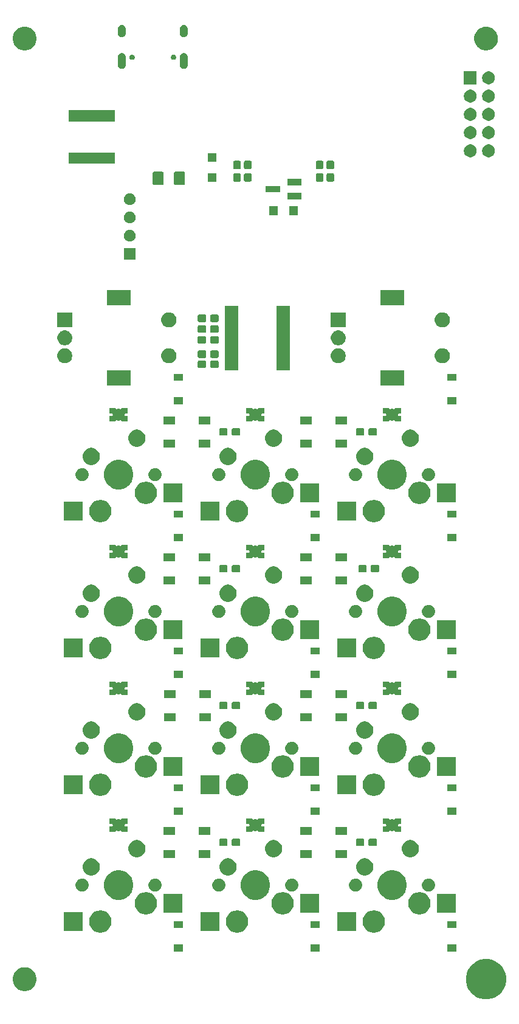
<source format=gbr>
G04 #@! TF.GenerationSoftware,KiCad,Pcbnew,(5.1.5)-3*
G04 #@! TF.CreationDate,2020-11-15T12:52:39-05:00*
G04 #@! TF.ProjectId,MgBoard,4d67426f-6172-4642-9e6b-696361645f70,rev?*
G04 #@! TF.SameCoordinates,PX39a64d0PYa4983b0*
G04 #@! TF.FileFunction,Soldermask,Bot*
G04 #@! TF.FilePolarity,Negative*
%FSLAX46Y46*%
G04 Gerber Fmt 4.6, Leading zero omitted, Abs format (unit mm)*
G04 Created by KiCad (PCBNEW (5.1.5)-3) date 2020-11-15 12:52:39*
%MOMM*%
%LPD*%
G04 APERTURE LIST*
%ADD10C,0.100000*%
G04 APERTURE END LIST*
D10*
G36*
X68683651Y6260750D02*
G01*
X69193399Y6049605D01*
X69193401Y6049604D01*
X69652164Y5743069D01*
X70042309Y5352924D01*
X70174595Y5154943D01*
X70348845Y4894159D01*
X70559990Y4384411D01*
X70667630Y3843266D01*
X70667630Y3291514D01*
X70559990Y2750369D01*
X70348845Y2240621D01*
X70348844Y2240619D01*
X70042309Y1781856D01*
X69652164Y1391711D01*
X69193401Y1085176D01*
X69193400Y1085175D01*
X69193399Y1085175D01*
X68683651Y874030D01*
X68142506Y766390D01*
X67590754Y766390D01*
X67049609Y874030D01*
X66539861Y1085175D01*
X66539860Y1085175D01*
X66539859Y1085176D01*
X66081096Y1391711D01*
X65690951Y1781856D01*
X65384416Y2240619D01*
X65384415Y2240621D01*
X65173270Y2750369D01*
X65065630Y3291514D01*
X65065630Y3843266D01*
X65173270Y4384411D01*
X65384415Y4894159D01*
X65558665Y5154943D01*
X65690951Y5352924D01*
X66081096Y5743069D01*
X66539859Y6049604D01*
X66539861Y6049605D01*
X67049609Y6260750D01*
X67590754Y6368390D01*
X68142506Y6368390D01*
X68683651Y6260750D01*
G37*
G36*
X3947866Y5176092D02*
G01*
X4054189Y5154943D01*
X4354652Y5030487D01*
X4625061Y4849805D01*
X4855025Y4619841D01*
X5035707Y4349432D01*
X5160163Y4048969D01*
X5223610Y3729999D01*
X5223610Y3404781D01*
X5160163Y3085811D01*
X5035707Y2785348D01*
X4855025Y2514939D01*
X4625061Y2284975D01*
X4354652Y2104293D01*
X4054189Y1979837D01*
X3947866Y1958688D01*
X3735221Y1916390D01*
X3409999Y1916390D01*
X3197354Y1958688D01*
X3091031Y1979837D01*
X2790568Y2104293D01*
X2520159Y2284975D01*
X2290195Y2514939D01*
X2109513Y2785348D01*
X1985057Y3085811D01*
X1921610Y3404781D01*
X1921610Y3729999D01*
X1985057Y4048969D01*
X2109513Y4349432D01*
X2290195Y4619841D01*
X2520159Y4849805D01*
X2790568Y5030487D01*
X3091031Y5154943D01*
X3197354Y5176092D01*
X3409999Y5218390D01*
X3735221Y5218390D01*
X3947866Y5176092D01*
G37*
G36*
X63755110Y7369540D02*
G01*
X62453110Y7369540D01*
X62453110Y8371540D01*
X63755110Y8371540D01*
X63755110Y7369540D01*
G37*
G36*
X25654115Y7370210D02*
G01*
X24352115Y7370210D01*
X24352115Y8372210D01*
X25654115Y8372210D01*
X25654115Y7370210D01*
G37*
G36*
X44704115Y7370210D02*
G01*
X43402115Y7370210D01*
X43402115Y8372210D01*
X44704115Y8372210D01*
X44704115Y7370210D01*
G37*
G36*
X14431325Y13106158D02*
G01*
X14581150Y13076356D01*
X14863414Y12959439D01*
X15117445Y12789701D01*
X15333481Y12573665D01*
X15503219Y12319634D01*
X15620136Y12037370D01*
X15679740Y11737720D01*
X15679740Y11432200D01*
X15620136Y11132550D01*
X15503219Y10850286D01*
X15333481Y10596255D01*
X15117445Y10380219D01*
X14863414Y10210481D01*
X14581150Y10093564D01*
X14431325Y10063762D01*
X14281501Y10033960D01*
X13975979Y10033960D01*
X13826155Y10063762D01*
X13676330Y10093564D01*
X13394066Y10210481D01*
X13140035Y10380219D01*
X12923999Y10596255D01*
X12754261Y10850286D01*
X12637344Y11132550D01*
X12577740Y11432200D01*
X12577740Y11737720D01*
X12637344Y12037370D01*
X12754261Y12319634D01*
X12923999Y12573665D01*
X13140035Y12789701D01*
X13394066Y12959439D01*
X13676330Y13076356D01*
X13826155Y13106158D01*
X13975979Y13135960D01*
X14281501Y13135960D01*
X14431325Y13106158D01*
G37*
G36*
X52531325Y13106158D02*
G01*
X52681150Y13076356D01*
X52963414Y12959439D01*
X53217445Y12789701D01*
X53433481Y12573665D01*
X53603219Y12319634D01*
X53720136Y12037370D01*
X53779740Y11737720D01*
X53779740Y11432200D01*
X53720136Y11132550D01*
X53603219Y10850286D01*
X53433481Y10596255D01*
X53217445Y10380219D01*
X52963414Y10210481D01*
X52681150Y10093564D01*
X52531325Y10063762D01*
X52381501Y10033960D01*
X52075979Y10033960D01*
X51926155Y10063762D01*
X51776330Y10093564D01*
X51494066Y10210481D01*
X51240035Y10380219D01*
X51023999Y10596255D01*
X50854261Y10850286D01*
X50737344Y11132550D01*
X50677740Y11432200D01*
X50677740Y11737720D01*
X50737344Y12037370D01*
X50854261Y12319634D01*
X51023999Y12573665D01*
X51240035Y12789701D01*
X51494066Y12959439D01*
X51776330Y13076356D01*
X51926155Y13106158D01*
X52075979Y13135960D01*
X52381501Y13135960D01*
X52531325Y13106158D01*
G37*
G36*
X33481325Y13106158D02*
G01*
X33631150Y13076356D01*
X33913414Y12959439D01*
X34167445Y12789701D01*
X34383481Y12573665D01*
X34553219Y12319634D01*
X34670136Y12037370D01*
X34729740Y11737720D01*
X34729740Y11432200D01*
X34670136Y11132550D01*
X34553219Y10850286D01*
X34383481Y10596255D01*
X34167445Y10380219D01*
X33913414Y10210481D01*
X33631150Y10093564D01*
X33481325Y10063762D01*
X33331501Y10033960D01*
X33025979Y10033960D01*
X32876155Y10063762D01*
X32726330Y10093564D01*
X32444066Y10210481D01*
X32190035Y10380219D01*
X31973999Y10596255D01*
X31804261Y10850286D01*
X31687344Y11132550D01*
X31627740Y11432200D01*
X31627740Y11737720D01*
X31687344Y12037370D01*
X31804261Y12319634D01*
X31973999Y12573665D01*
X32190035Y12789701D01*
X32444066Y12959439D01*
X32726330Y13076356D01*
X32876155Y13106158D01*
X33025979Y13135960D01*
X33331501Y13135960D01*
X33481325Y13106158D01*
G37*
G36*
X30754740Y10283960D02*
G01*
X28102740Y10283960D01*
X28102740Y12885960D01*
X30754740Y12885960D01*
X30754740Y10283960D01*
G37*
G36*
X49804740Y10283960D02*
G01*
X47152740Y10283960D01*
X47152740Y12885960D01*
X49804740Y12885960D01*
X49804740Y10283960D01*
G37*
G36*
X11704740Y10283960D02*
G01*
X9052740Y10283960D01*
X9052740Y12885960D01*
X11704740Y12885960D01*
X11704740Y10283960D01*
G37*
G36*
X63755110Y10669540D02*
G01*
X62453110Y10669540D01*
X62453110Y11671540D01*
X63755110Y11671540D01*
X63755110Y10669540D01*
G37*
G36*
X25654115Y10670210D02*
G01*
X24352115Y10670210D01*
X24352115Y11672210D01*
X25654115Y11672210D01*
X25654115Y10670210D01*
G37*
G36*
X44704115Y10670210D02*
G01*
X43402115Y10670210D01*
X43402115Y11672210D01*
X44704115Y11672210D01*
X44704115Y10670210D01*
G37*
G36*
X39831325Y15646158D02*
G01*
X39981150Y15616356D01*
X40263414Y15499439D01*
X40517445Y15329701D01*
X40733481Y15113665D01*
X40903219Y14859634D01*
X41020136Y14577370D01*
X41079740Y14277720D01*
X41079740Y13972200D01*
X41020136Y13672550D01*
X40903219Y13390286D01*
X40733481Y13136255D01*
X40517445Y12920219D01*
X40263414Y12750481D01*
X39981150Y12633564D01*
X39831325Y12603762D01*
X39681501Y12573960D01*
X39375979Y12573960D01*
X39226155Y12603762D01*
X39076330Y12633564D01*
X38794066Y12750481D01*
X38540035Y12920219D01*
X38323999Y13136255D01*
X38154261Y13390286D01*
X38037344Y13672550D01*
X37977740Y13972200D01*
X37977740Y14277720D01*
X38037344Y14577370D01*
X38154261Y14859634D01*
X38323999Y15113665D01*
X38540035Y15329701D01*
X38794066Y15499439D01*
X39076330Y15616356D01*
X39226155Y15646158D01*
X39375979Y15675960D01*
X39681501Y15675960D01*
X39831325Y15646158D01*
G37*
G36*
X20781325Y15646158D02*
G01*
X20931150Y15616356D01*
X21213414Y15499439D01*
X21467445Y15329701D01*
X21683481Y15113665D01*
X21853219Y14859634D01*
X21970136Y14577370D01*
X22029740Y14277720D01*
X22029740Y13972200D01*
X21970136Y13672550D01*
X21853219Y13390286D01*
X21683481Y13136255D01*
X21467445Y12920219D01*
X21213414Y12750481D01*
X20931150Y12633564D01*
X20781325Y12603762D01*
X20631501Y12573960D01*
X20325979Y12573960D01*
X20176155Y12603762D01*
X20026330Y12633564D01*
X19744066Y12750481D01*
X19490035Y12920219D01*
X19273999Y13136255D01*
X19104261Y13390286D01*
X18987344Y13672550D01*
X18927740Y13972200D01*
X18927740Y14277720D01*
X18987344Y14577370D01*
X19104261Y14859634D01*
X19273999Y15113665D01*
X19490035Y15329701D01*
X19744066Y15499439D01*
X20026330Y15616356D01*
X20176155Y15646158D01*
X20325979Y15675960D01*
X20631501Y15675960D01*
X20781325Y15646158D01*
G37*
G36*
X58881325Y15646158D02*
G01*
X59031150Y15616356D01*
X59313414Y15499439D01*
X59567445Y15329701D01*
X59783481Y15113665D01*
X59953219Y14859634D01*
X60070136Y14577370D01*
X60129740Y14277720D01*
X60129740Y13972200D01*
X60070136Y13672550D01*
X59953219Y13390286D01*
X59783481Y13136255D01*
X59567445Y12920219D01*
X59313414Y12750481D01*
X59031150Y12633564D01*
X58881325Y12603762D01*
X58731501Y12573960D01*
X58425979Y12573960D01*
X58276155Y12603762D01*
X58126330Y12633564D01*
X57844066Y12750481D01*
X57590035Y12920219D01*
X57373999Y13136255D01*
X57204261Y13390286D01*
X57087344Y13672550D01*
X57027740Y13972200D01*
X57027740Y14277720D01*
X57087344Y14577370D01*
X57204261Y14859634D01*
X57373999Y15113665D01*
X57590035Y15329701D01*
X57844066Y15499439D01*
X58126330Y15616356D01*
X58276155Y15646158D01*
X58425979Y15675960D01*
X58731501Y15675960D01*
X58881325Y15646158D01*
G37*
G36*
X44604740Y12823960D02*
G01*
X41952740Y12823960D01*
X41952740Y15425960D01*
X44604740Y15425960D01*
X44604740Y12823960D01*
G37*
G36*
X63654740Y12823960D02*
G01*
X61002740Y12823960D01*
X61002740Y15425960D01*
X63654740Y15425960D01*
X63654740Y12823960D01*
G37*
G36*
X25554740Y12823960D02*
G01*
X22902740Y12823960D01*
X22902740Y15425960D01*
X25554740Y15425960D01*
X25554740Y12823960D01*
G37*
G36*
X17265214Y18631276D02*
G01*
X17483214Y18540977D01*
X17637363Y18477127D01*
X17972288Y18253337D01*
X18257117Y17968508D01*
X18480907Y17633583D01*
X18544757Y17479434D01*
X18635056Y17261434D01*
X18713640Y16866366D01*
X18713640Y16463554D01*
X18635056Y16068486D01*
X18551062Y15865707D01*
X18480907Y15696337D01*
X18257117Y15361412D01*
X17972288Y15076583D01*
X17637363Y14852793D01*
X17483214Y14788943D01*
X17265214Y14698644D01*
X16870146Y14620060D01*
X16467334Y14620060D01*
X16072266Y14698644D01*
X15854266Y14788943D01*
X15700117Y14852793D01*
X15365192Y15076583D01*
X15080363Y15361412D01*
X14856573Y15696337D01*
X14786418Y15865707D01*
X14702424Y16068486D01*
X14623840Y16463554D01*
X14623840Y16866366D01*
X14702424Y17261434D01*
X14792723Y17479434D01*
X14856573Y17633583D01*
X15080363Y17968508D01*
X15365192Y18253337D01*
X15700117Y18477127D01*
X15854266Y18540977D01*
X16072266Y18631276D01*
X16467334Y18709860D01*
X16870146Y18709860D01*
X17265214Y18631276D01*
G37*
G36*
X55365214Y18631276D02*
G01*
X55583214Y18540977D01*
X55737363Y18477127D01*
X56072288Y18253337D01*
X56357117Y17968508D01*
X56580907Y17633583D01*
X56644757Y17479434D01*
X56735056Y17261434D01*
X56813640Y16866366D01*
X56813640Y16463554D01*
X56735056Y16068486D01*
X56651062Y15865707D01*
X56580907Y15696337D01*
X56357117Y15361412D01*
X56072288Y15076583D01*
X55737363Y14852793D01*
X55583214Y14788943D01*
X55365214Y14698644D01*
X54970146Y14620060D01*
X54567334Y14620060D01*
X54172266Y14698644D01*
X53954266Y14788943D01*
X53800117Y14852793D01*
X53465192Y15076583D01*
X53180363Y15361412D01*
X52956573Y15696337D01*
X52886418Y15865707D01*
X52802424Y16068486D01*
X52723840Y16463554D01*
X52723840Y16866366D01*
X52802424Y17261434D01*
X52892723Y17479434D01*
X52956573Y17633583D01*
X53180363Y17968508D01*
X53465192Y18253337D01*
X53800117Y18477127D01*
X53954266Y18540977D01*
X54172266Y18631276D01*
X54567334Y18709860D01*
X54970146Y18709860D01*
X55365214Y18631276D01*
G37*
G36*
X36315214Y18631276D02*
G01*
X36533214Y18540977D01*
X36687363Y18477127D01*
X37022288Y18253337D01*
X37307117Y17968508D01*
X37530907Y17633583D01*
X37594757Y17479434D01*
X37685056Y17261434D01*
X37763640Y16866366D01*
X37763640Y16463554D01*
X37685056Y16068486D01*
X37601062Y15865707D01*
X37530907Y15696337D01*
X37307117Y15361412D01*
X37022288Y15076583D01*
X36687363Y14852793D01*
X36533214Y14788943D01*
X36315214Y14698644D01*
X35920146Y14620060D01*
X35517334Y14620060D01*
X35122266Y14698644D01*
X34904266Y14788943D01*
X34750117Y14852793D01*
X34415192Y15076583D01*
X34130363Y15361412D01*
X33906573Y15696337D01*
X33836418Y15865707D01*
X33752424Y16068486D01*
X33673840Y16463554D01*
X33673840Y16866366D01*
X33752424Y17261434D01*
X33842723Y17479434D01*
X33906573Y17633583D01*
X34130363Y17968508D01*
X34415192Y18253337D01*
X34750117Y18477127D01*
X34904266Y18540977D01*
X35122266Y18631276D01*
X35517334Y18709860D01*
X35920146Y18709860D01*
X36315214Y18631276D01*
G37*
G36*
X49864692Y17549530D02*
G01*
X49951815Y17532201D01*
X50061238Y17486876D01*
X50115951Y17464213D01*
X50262673Y17366177D01*
X50263668Y17365512D01*
X50389292Y17239888D01*
X50389294Y17239885D01*
X50487993Y17092171D01*
X50487993Y17092170D01*
X50555981Y16928035D01*
X50590640Y16753789D01*
X50590640Y16576131D01*
X50555981Y16401885D01*
X50510656Y16292462D01*
X50487993Y16237749D01*
X50389957Y16091027D01*
X50389292Y16090032D01*
X50263668Y15964408D01*
X50263665Y15964406D01*
X50115951Y15865707D01*
X50061238Y15843044D01*
X49951815Y15797719D01*
X49864692Y15780389D01*
X49777571Y15763060D01*
X49599909Y15763060D01*
X49512788Y15780389D01*
X49425665Y15797719D01*
X49316242Y15843044D01*
X49261529Y15865707D01*
X49113815Y15964406D01*
X49113812Y15964408D01*
X48988188Y16090032D01*
X48987523Y16091027D01*
X48889487Y16237749D01*
X48866824Y16292462D01*
X48821499Y16401885D01*
X48786840Y16576131D01*
X48786840Y16753789D01*
X48821499Y16928035D01*
X48889487Y17092170D01*
X48889487Y17092171D01*
X48988186Y17239885D01*
X48988188Y17239888D01*
X49113812Y17365512D01*
X49114807Y17366177D01*
X49261529Y17464213D01*
X49316242Y17486876D01*
X49425665Y17532201D01*
X49512788Y17549530D01*
X49599909Y17566860D01*
X49777571Y17566860D01*
X49864692Y17549530D01*
G37*
G36*
X60024692Y17549530D02*
G01*
X60111815Y17532201D01*
X60221238Y17486876D01*
X60275951Y17464213D01*
X60422673Y17366177D01*
X60423668Y17365512D01*
X60549292Y17239888D01*
X60549294Y17239885D01*
X60647993Y17092171D01*
X60647993Y17092170D01*
X60715981Y16928035D01*
X60750640Y16753789D01*
X60750640Y16576131D01*
X60715981Y16401885D01*
X60670656Y16292462D01*
X60647993Y16237749D01*
X60549957Y16091027D01*
X60549292Y16090032D01*
X60423668Y15964408D01*
X60423665Y15964406D01*
X60275951Y15865707D01*
X60221238Y15843044D01*
X60111815Y15797719D01*
X60024692Y15780389D01*
X59937571Y15763060D01*
X59759909Y15763060D01*
X59672788Y15780389D01*
X59585665Y15797719D01*
X59476242Y15843044D01*
X59421529Y15865707D01*
X59273815Y15964406D01*
X59273812Y15964408D01*
X59148188Y16090032D01*
X59147523Y16091027D01*
X59049487Y16237749D01*
X59026824Y16292462D01*
X58981499Y16401885D01*
X58946840Y16576131D01*
X58946840Y16753789D01*
X58981499Y16928035D01*
X59049487Y17092170D01*
X59049487Y17092171D01*
X59148186Y17239885D01*
X59148188Y17239888D01*
X59273812Y17365512D01*
X59274807Y17366177D01*
X59421529Y17464213D01*
X59476242Y17486876D01*
X59585665Y17532201D01*
X59672788Y17549530D01*
X59759909Y17566860D01*
X59937571Y17566860D01*
X60024692Y17549530D01*
G37*
G36*
X40974692Y17549530D02*
G01*
X41061815Y17532201D01*
X41171238Y17486876D01*
X41225951Y17464213D01*
X41372673Y17366177D01*
X41373668Y17365512D01*
X41499292Y17239888D01*
X41499294Y17239885D01*
X41597993Y17092171D01*
X41597993Y17092170D01*
X41665981Y16928035D01*
X41700640Y16753789D01*
X41700640Y16576131D01*
X41665981Y16401885D01*
X41620656Y16292462D01*
X41597993Y16237749D01*
X41499957Y16091027D01*
X41499292Y16090032D01*
X41373668Y15964408D01*
X41373665Y15964406D01*
X41225951Y15865707D01*
X41171238Y15843044D01*
X41061815Y15797719D01*
X40974692Y15780389D01*
X40887571Y15763060D01*
X40709909Y15763060D01*
X40622788Y15780389D01*
X40535665Y15797719D01*
X40426242Y15843044D01*
X40371529Y15865707D01*
X40223815Y15964406D01*
X40223812Y15964408D01*
X40098188Y16090032D01*
X40097523Y16091027D01*
X39999487Y16237749D01*
X39976824Y16292462D01*
X39931499Y16401885D01*
X39896840Y16576131D01*
X39896840Y16753789D01*
X39931499Y16928035D01*
X39999487Y17092170D01*
X39999487Y17092171D01*
X40098186Y17239885D01*
X40098188Y17239888D01*
X40223812Y17365512D01*
X40224807Y17366177D01*
X40371529Y17464213D01*
X40426242Y17486876D01*
X40535665Y17532201D01*
X40622788Y17549530D01*
X40709909Y17566860D01*
X40887571Y17566860D01*
X40974692Y17549530D01*
G37*
G36*
X30814692Y17549530D02*
G01*
X30901815Y17532201D01*
X31011238Y17486876D01*
X31065951Y17464213D01*
X31212673Y17366177D01*
X31213668Y17365512D01*
X31339292Y17239888D01*
X31339294Y17239885D01*
X31437993Y17092171D01*
X31437993Y17092170D01*
X31505981Y16928035D01*
X31540640Y16753789D01*
X31540640Y16576131D01*
X31505981Y16401885D01*
X31460656Y16292462D01*
X31437993Y16237749D01*
X31339957Y16091027D01*
X31339292Y16090032D01*
X31213668Y15964408D01*
X31213665Y15964406D01*
X31065951Y15865707D01*
X31011238Y15843044D01*
X30901815Y15797719D01*
X30814692Y15780389D01*
X30727571Y15763060D01*
X30549909Y15763060D01*
X30462788Y15780389D01*
X30375665Y15797719D01*
X30266242Y15843044D01*
X30211529Y15865707D01*
X30063815Y15964406D01*
X30063812Y15964408D01*
X29938188Y16090032D01*
X29937523Y16091027D01*
X29839487Y16237749D01*
X29816824Y16292462D01*
X29771499Y16401885D01*
X29736840Y16576131D01*
X29736840Y16753789D01*
X29771499Y16928035D01*
X29839487Y17092170D01*
X29839487Y17092171D01*
X29938186Y17239885D01*
X29938188Y17239888D01*
X30063812Y17365512D01*
X30064807Y17366177D01*
X30211529Y17464213D01*
X30266242Y17486876D01*
X30375665Y17532201D01*
X30462788Y17549530D01*
X30549909Y17566860D01*
X30727571Y17566860D01*
X30814692Y17549530D01*
G37*
G36*
X21924692Y17549530D02*
G01*
X22011815Y17532201D01*
X22121238Y17486876D01*
X22175951Y17464213D01*
X22322673Y17366177D01*
X22323668Y17365512D01*
X22449292Y17239888D01*
X22449294Y17239885D01*
X22547993Y17092171D01*
X22547993Y17092170D01*
X22615981Y16928035D01*
X22650640Y16753789D01*
X22650640Y16576131D01*
X22615981Y16401885D01*
X22570656Y16292462D01*
X22547993Y16237749D01*
X22449957Y16091027D01*
X22449292Y16090032D01*
X22323668Y15964408D01*
X22323665Y15964406D01*
X22175951Y15865707D01*
X22121238Y15843044D01*
X22011815Y15797719D01*
X21924692Y15780389D01*
X21837571Y15763060D01*
X21659909Y15763060D01*
X21572788Y15780389D01*
X21485665Y15797719D01*
X21376242Y15843044D01*
X21321529Y15865707D01*
X21173815Y15964406D01*
X21173812Y15964408D01*
X21048188Y16090032D01*
X21047523Y16091027D01*
X20949487Y16237749D01*
X20926824Y16292462D01*
X20881499Y16401885D01*
X20846840Y16576131D01*
X20846840Y16753789D01*
X20881499Y16928035D01*
X20949487Y17092170D01*
X20949487Y17092171D01*
X21048186Y17239885D01*
X21048188Y17239888D01*
X21173812Y17365512D01*
X21174807Y17366177D01*
X21321529Y17464213D01*
X21376242Y17486876D01*
X21485665Y17532201D01*
X21572788Y17549530D01*
X21659909Y17566860D01*
X21837571Y17566860D01*
X21924692Y17549530D01*
G37*
G36*
X11764692Y17549530D02*
G01*
X11851815Y17532201D01*
X11961238Y17486876D01*
X12015951Y17464213D01*
X12162673Y17366177D01*
X12163668Y17365512D01*
X12289292Y17239888D01*
X12289294Y17239885D01*
X12387993Y17092171D01*
X12387993Y17092170D01*
X12455981Y16928035D01*
X12490640Y16753789D01*
X12490640Y16576131D01*
X12455981Y16401885D01*
X12410656Y16292462D01*
X12387993Y16237749D01*
X12289957Y16091027D01*
X12289292Y16090032D01*
X12163668Y15964408D01*
X12163665Y15964406D01*
X12015951Y15865707D01*
X11961238Y15843044D01*
X11851815Y15797719D01*
X11764692Y15780389D01*
X11677571Y15763060D01*
X11499909Y15763060D01*
X11412788Y15780389D01*
X11325665Y15797719D01*
X11216242Y15843044D01*
X11161529Y15865707D01*
X11013815Y15964406D01*
X11013812Y15964408D01*
X10888188Y16090032D01*
X10887523Y16091027D01*
X10789487Y16237749D01*
X10766824Y16292462D01*
X10721499Y16401885D01*
X10686840Y16576131D01*
X10686840Y16753789D01*
X10721499Y16928035D01*
X10789487Y17092170D01*
X10789487Y17092171D01*
X10888186Y17239885D01*
X10888188Y17239888D01*
X11013812Y17365512D01*
X11014807Y17366177D01*
X11161529Y17464213D01*
X11216242Y17486876D01*
X11325665Y17532201D01*
X11412788Y17549530D01*
X11499909Y17566860D01*
X11677571Y17566860D01*
X11764692Y17549530D01*
G37*
G36*
X32257016Y20353076D02*
G01*
X32474309Y20263070D01*
X32474311Y20263069D01*
X32669870Y20132400D01*
X32836180Y19966090D01*
X32966850Y19770529D01*
X33056856Y19553236D01*
X33102740Y19322560D01*
X33102740Y19087360D01*
X33056856Y18856684D01*
X32996039Y18709860D01*
X32966849Y18639389D01*
X32836180Y18443830D01*
X32669870Y18277520D01*
X32474311Y18146851D01*
X32474310Y18146850D01*
X32474309Y18146850D01*
X32257016Y18056844D01*
X32026340Y18010960D01*
X31791140Y18010960D01*
X31560464Y18056844D01*
X31343171Y18146850D01*
X31343170Y18146850D01*
X31343169Y18146851D01*
X31147610Y18277520D01*
X30981300Y18443830D01*
X30850631Y18639389D01*
X30821441Y18709860D01*
X30760624Y18856684D01*
X30714740Y19087360D01*
X30714740Y19322560D01*
X30760624Y19553236D01*
X30850630Y19770529D01*
X30981300Y19966090D01*
X31147610Y20132400D01*
X31343169Y20263069D01*
X31343171Y20263070D01*
X31560464Y20353076D01*
X31791140Y20398960D01*
X32026340Y20398960D01*
X32257016Y20353076D01*
G37*
G36*
X13207016Y20353076D02*
G01*
X13424309Y20263070D01*
X13424311Y20263069D01*
X13619870Y20132400D01*
X13786180Y19966090D01*
X13916850Y19770529D01*
X14006856Y19553236D01*
X14052740Y19322560D01*
X14052740Y19087360D01*
X14006856Y18856684D01*
X13946039Y18709860D01*
X13916849Y18639389D01*
X13786180Y18443830D01*
X13619870Y18277520D01*
X13424311Y18146851D01*
X13424310Y18146850D01*
X13424309Y18146850D01*
X13207016Y18056844D01*
X12976340Y18010960D01*
X12741140Y18010960D01*
X12510464Y18056844D01*
X12293171Y18146850D01*
X12293170Y18146850D01*
X12293169Y18146851D01*
X12097610Y18277520D01*
X11931300Y18443830D01*
X11800631Y18639389D01*
X11771441Y18709860D01*
X11710624Y18856684D01*
X11664740Y19087360D01*
X11664740Y19322560D01*
X11710624Y19553236D01*
X11800630Y19770529D01*
X11931300Y19966090D01*
X12097610Y20132400D01*
X12293169Y20263069D01*
X12293171Y20263070D01*
X12510464Y20353076D01*
X12741140Y20398960D01*
X12976340Y20398960D01*
X13207016Y20353076D01*
G37*
G36*
X51307016Y20353076D02*
G01*
X51524309Y20263070D01*
X51524311Y20263069D01*
X51719870Y20132400D01*
X51886180Y19966090D01*
X52016850Y19770529D01*
X52106856Y19553236D01*
X52152740Y19322560D01*
X52152740Y19087360D01*
X52106856Y18856684D01*
X52046039Y18709860D01*
X52016849Y18639389D01*
X51886180Y18443830D01*
X51719870Y18277520D01*
X51524311Y18146851D01*
X51524310Y18146850D01*
X51524309Y18146850D01*
X51307016Y18056844D01*
X51076340Y18010960D01*
X50841140Y18010960D01*
X50610464Y18056844D01*
X50393171Y18146850D01*
X50393170Y18146850D01*
X50393169Y18146851D01*
X50197610Y18277520D01*
X50031300Y18443830D01*
X49900631Y18639389D01*
X49871441Y18709860D01*
X49810624Y18856684D01*
X49764740Y19087360D01*
X49764740Y19322560D01*
X49810624Y19553236D01*
X49900630Y19770529D01*
X50031300Y19966090D01*
X50197610Y20132400D01*
X50393169Y20263069D01*
X50393171Y20263070D01*
X50610464Y20353076D01*
X50841140Y20398960D01*
X51076340Y20398960D01*
X51307016Y20353076D01*
G37*
G36*
X24545580Y20466470D02*
G01*
X22943580Y20466470D01*
X22943580Y21568470D01*
X24545580Y21568470D01*
X24545580Y20466470D01*
G37*
G36*
X29445580Y20466470D02*
G01*
X27843580Y20466470D01*
X27843580Y21568470D01*
X29445580Y21568470D01*
X29445580Y20466470D01*
G37*
G36*
X48495660Y20466470D02*
G01*
X46893660Y20466470D01*
X46893660Y21568470D01*
X48495660Y21568470D01*
X48495660Y20466470D01*
G37*
G36*
X43595660Y20466470D02*
G01*
X41993660Y20466470D01*
X41993660Y21568470D01*
X43595660Y21568470D01*
X43595660Y20466470D01*
G37*
G36*
X19557016Y22893076D02*
G01*
X19774309Y22803070D01*
X19774311Y22803069D01*
X19969870Y22672400D01*
X20136180Y22506090D01*
X20237490Y22354470D01*
X20266850Y22310529D01*
X20356856Y22093236D01*
X20402740Y21862560D01*
X20402740Y21627360D01*
X20356856Y21396684D01*
X20266850Y21179391D01*
X20266849Y21179389D01*
X20136180Y20983830D01*
X19969870Y20817520D01*
X19774311Y20686851D01*
X19774310Y20686850D01*
X19774309Y20686850D01*
X19557016Y20596844D01*
X19326340Y20550960D01*
X19091140Y20550960D01*
X18860464Y20596844D01*
X18643171Y20686850D01*
X18643170Y20686850D01*
X18643169Y20686851D01*
X18447610Y20817520D01*
X18281300Y20983830D01*
X18150631Y21179389D01*
X18150630Y21179391D01*
X18060624Y21396684D01*
X18014740Y21627360D01*
X18014740Y21862560D01*
X18060624Y22093236D01*
X18150630Y22310529D01*
X18179991Y22354470D01*
X18281300Y22506090D01*
X18447610Y22672400D01*
X18643169Y22803069D01*
X18643171Y22803070D01*
X18860464Y22893076D01*
X19091140Y22938960D01*
X19326340Y22938960D01*
X19557016Y22893076D01*
G37*
G36*
X57657016Y22893076D02*
G01*
X57874309Y22803070D01*
X57874311Y22803069D01*
X58069870Y22672400D01*
X58236180Y22506090D01*
X58337490Y22354470D01*
X58366850Y22310529D01*
X58456856Y22093236D01*
X58502740Y21862560D01*
X58502740Y21627360D01*
X58456856Y21396684D01*
X58366850Y21179391D01*
X58366849Y21179389D01*
X58236180Y20983830D01*
X58069870Y20817520D01*
X57874311Y20686851D01*
X57874310Y20686850D01*
X57874309Y20686850D01*
X57657016Y20596844D01*
X57426340Y20550960D01*
X57191140Y20550960D01*
X56960464Y20596844D01*
X56743171Y20686850D01*
X56743170Y20686850D01*
X56743169Y20686851D01*
X56547610Y20817520D01*
X56381300Y20983830D01*
X56250631Y21179389D01*
X56250630Y21179391D01*
X56160624Y21396684D01*
X56114740Y21627360D01*
X56114740Y21862560D01*
X56160624Y22093236D01*
X56250630Y22310529D01*
X56279991Y22354470D01*
X56381300Y22506090D01*
X56547610Y22672400D01*
X56743169Y22803069D01*
X56743171Y22803070D01*
X56960464Y22893076D01*
X57191140Y22938960D01*
X57426340Y22938960D01*
X57657016Y22893076D01*
G37*
G36*
X38607016Y22893076D02*
G01*
X38824309Y22803070D01*
X38824311Y22803069D01*
X39019870Y22672400D01*
X39186180Y22506090D01*
X39287490Y22354470D01*
X39316850Y22310529D01*
X39406856Y22093236D01*
X39452740Y21862560D01*
X39452740Y21627360D01*
X39406856Y21396684D01*
X39316850Y21179391D01*
X39316849Y21179389D01*
X39186180Y20983830D01*
X39019870Y20817520D01*
X38824311Y20686851D01*
X38824310Y20686850D01*
X38824309Y20686850D01*
X38607016Y20596844D01*
X38376340Y20550960D01*
X38141140Y20550960D01*
X37910464Y20596844D01*
X37693171Y20686850D01*
X37693170Y20686850D01*
X37693169Y20686851D01*
X37497610Y20817520D01*
X37331300Y20983830D01*
X37200631Y21179389D01*
X37200630Y21179391D01*
X37110624Y21396684D01*
X37064740Y21627360D01*
X37064740Y21862560D01*
X37110624Y22093236D01*
X37200630Y22310529D01*
X37229991Y22354470D01*
X37331300Y22506090D01*
X37497610Y22672400D01*
X37693169Y22803069D01*
X37693171Y22803070D01*
X37910464Y22893076D01*
X38141140Y22938960D01*
X38376340Y22938960D01*
X38607016Y22893076D01*
G37*
G36*
X33437229Y23139025D02*
G01*
X33474725Y23127650D01*
X33509284Y23109178D01*
X33539577Y23084317D01*
X33564438Y23054024D01*
X33582910Y23019465D01*
X33594285Y22981969D01*
X33598730Y22936832D01*
X33598730Y22298108D01*
X33594285Y22252971D01*
X33582910Y22215475D01*
X33564438Y22180916D01*
X33539577Y22150623D01*
X33509284Y22125762D01*
X33474725Y22107290D01*
X33437229Y22095915D01*
X33392092Y22091470D01*
X32653368Y22091470D01*
X32608231Y22095915D01*
X32570735Y22107290D01*
X32536176Y22125762D01*
X32505883Y22150623D01*
X32481022Y22180916D01*
X32462550Y22215475D01*
X32451175Y22252971D01*
X32446730Y22298108D01*
X32446730Y22936832D01*
X32451175Y22981969D01*
X32462550Y23019465D01*
X32481022Y23054024D01*
X32505883Y23084317D01*
X32536176Y23109178D01*
X32570735Y23127650D01*
X32608231Y23139025D01*
X32653368Y23143470D01*
X33392092Y23143470D01*
X33437229Y23139025D01*
G37*
G36*
X52487309Y23139025D02*
G01*
X52524805Y23127650D01*
X52559364Y23109178D01*
X52589657Y23084317D01*
X52614518Y23054024D01*
X52632990Y23019465D01*
X52644365Y22981969D01*
X52648810Y22936832D01*
X52648810Y22298108D01*
X52644365Y22252971D01*
X52632990Y22215475D01*
X52614518Y22180916D01*
X52589657Y22150623D01*
X52559364Y22125762D01*
X52524805Y22107290D01*
X52487309Y22095915D01*
X52442172Y22091470D01*
X51703448Y22091470D01*
X51658311Y22095915D01*
X51620815Y22107290D01*
X51586256Y22125762D01*
X51555963Y22150623D01*
X51531102Y22180916D01*
X51512630Y22215475D01*
X51501255Y22252971D01*
X51496810Y22298108D01*
X51496810Y22936832D01*
X51501255Y22981969D01*
X51512630Y23019465D01*
X51531102Y23054024D01*
X51555963Y23084317D01*
X51586256Y23109178D01*
X51620815Y23127650D01*
X51658311Y23139025D01*
X51703448Y23143470D01*
X52442172Y23143470D01*
X52487309Y23139025D01*
G37*
G36*
X50737309Y23139025D02*
G01*
X50774805Y23127650D01*
X50809364Y23109178D01*
X50839657Y23084317D01*
X50864518Y23054024D01*
X50882990Y23019465D01*
X50894365Y22981969D01*
X50898810Y22936832D01*
X50898810Y22298108D01*
X50894365Y22252971D01*
X50882990Y22215475D01*
X50864518Y22180916D01*
X50839657Y22150623D01*
X50809364Y22125762D01*
X50774805Y22107290D01*
X50737309Y22095915D01*
X50692172Y22091470D01*
X49953448Y22091470D01*
X49908311Y22095915D01*
X49870815Y22107290D01*
X49836256Y22125762D01*
X49805963Y22150623D01*
X49781102Y22180916D01*
X49762630Y22215475D01*
X49751255Y22252971D01*
X49746810Y22298108D01*
X49746810Y22936832D01*
X49751255Y22981969D01*
X49762630Y23019465D01*
X49781102Y23054024D01*
X49805963Y23084317D01*
X49836256Y23109178D01*
X49870815Y23127650D01*
X49908311Y23139025D01*
X49953448Y23143470D01*
X50692172Y23143470D01*
X50737309Y23139025D01*
G37*
G36*
X31687229Y23139025D02*
G01*
X31724725Y23127650D01*
X31759284Y23109178D01*
X31789577Y23084317D01*
X31814438Y23054024D01*
X31832910Y23019465D01*
X31844285Y22981969D01*
X31848730Y22936832D01*
X31848730Y22298108D01*
X31844285Y22252971D01*
X31832910Y22215475D01*
X31814438Y22180916D01*
X31789577Y22150623D01*
X31759284Y22125762D01*
X31724725Y22107290D01*
X31687229Y22095915D01*
X31642092Y22091470D01*
X30903368Y22091470D01*
X30858231Y22095915D01*
X30820735Y22107290D01*
X30786176Y22125762D01*
X30755883Y22150623D01*
X30731022Y22180916D01*
X30712550Y22215475D01*
X30701175Y22252971D01*
X30696730Y22298108D01*
X30696730Y22936832D01*
X30701175Y22981969D01*
X30712550Y23019465D01*
X30731022Y23054024D01*
X30755883Y23084317D01*
X30786176Y23109178D01*
X30820735Y23127650D01*
X30858231Y23139025D01*
X30903368Y23143470D01*
X31642092Y23143470D01*
X31687229Y23139025D01*
G37*
G36*
X48495660Y23666470D02*
G01*
X46893660Y23666470D01*
X46893660Y24768470D01*
X48495660Y24768470D01*
X48495660Y23666470D01*
G37*
G36*
X43595660Y23666470D02*
G01*
X41993660Y23666470D01*
X41993660Y24768470D01*
X43595660Y24768470D01*
X43595660Y23666470D01*
G37*
G36*
X29445580Y23666470D02*
G01*
X27843580Y23666470D01*
X27843580Y24768470D01*
X29445580Y24768470D01*
X29445580Y23666470D01*
G37*
G36*
X24545580Y23666470D02*
G01*
X22943580Y23666470D01*
X22943580Y24768470D01*
X24545580Y24768470D01*
X24545580Y23666470D01*
G37*
G36*
X16269740Y25901124D02*
G01*
X16272142Y25876738D01*
X16279255Y25853289D01*
X16290806Y25831678D01*
X16306351Y25812736D01*
X16325293Y25797191D01*
X16346904Y25785640D01*
X16370353Y25778527D01*
X16394739Y25776125D01*
X16419125Y25778527D01*
X16419943Y25778775D01*
X16588665Y25812335D01*
X16748815Y25812335D01*
X16917652Y25778752D01*
X16918472Y25778504D01*
X16942860Y25776125D01*
X16967244Y25778550D01*
X16990686Y25785686D01*
X17012286Y25797257D01*
X17031213Y25812821D01*
X17046740Y25831777D01*
X17058271Y25853399D01*
X17065361Y25876855D01*
X17067740Y25901124D01*
X17067740Y25950335D01*
X17969740Y25950335D01*
X17969740Y25148335D01*
X17606739Y25148335D01*
X17582353Y25145933D01*
X17558904Y25138820D01*
X17537293Y25127269D01*
X17518351Y25111724D01*
X17502806Y25092782D01*
X17491255Y25071171D01*
X17484142Y25047722D01*
X17481740Y25023336D01*
X17481740Y24975334D01*
X17484142Y24950948D01*
X17491255Y24927499D01*
X17502806Y24905888D01*
X17518351Y24886946D01*
X17537293Y24871401D01*
X17558904Y24859850D01*
X17582353Y24852737D01*
X17606739Y24850335D01*
X17969740Y24850335D01*
X17969740Y24048335D01*
X17067740Y24048335D01*
X17067740Y24097546D01*
X17065338Y24121932D01*
X17058225Y24145381D01*
X17046674Y24166992D01*
X17031129Y24185934D01*
X17012187Y24201479D01*
X16990576Y24213030D01*
X16967127Y24220143D01*
X16942741Y24222545D01*
X16918355Y24220143D01*
X16917537Y24219895D01*
X16748815Y24186335D01*
X16588665Y24186335D01*
X16419828Y24219918D01*
X16419008Y24220166D01*
X16394620Y24222545D01*
X16370236Y24220120D01*
X16346794Y24212984D01*
X16325194Y24201413D01*
X16306267Y24185849D01*
X16290740Y24166893D01*
X16279209Y24145271D01*
X16272119Y24121815D01*
X16269740Y24097546D01*
X16269740Y24048335D01*
X15367740Y24048335D01*
X15367740Y24850335D01*
X15730741Y24850335D01*
X15755127Y24852737D01*
X15778576Y24859850D01*
X15800187Y24871401D01*
X15819129Y24886946D01*
X15834674Y24905888D01*
X15846225Y24927499D01*
X15853338Y24950948D01*
X15855740Y24975334D01*
X15855740Y25023336D01*
X15853338Y25047722D01*
X15846225Y25071171D01*
X15834674Y25092782D01*
X15819129Y25111724D01*
X15800187Y25127269D01*
X15778576Y25138820D01*
X15755127Y25145933D01*
X15730741Y25148335D01*
X15367740Y25148335D01*
X15367740Y25950335D01*
X16269740Y25950335D01*
X16269740Y25901124D01*
G37*
G36*
X54369740Y25901124D02*
G01*
X54372142Y25876738D01*
X54379255Y25853289D01*
X54390806Y25831678D01*
X54406351Y25812736D01*
X54425293Y25797191D01*
X54446904Y25785640D01*
X54470353Y25778527D01*
X54494739Y25776125D01*
X54519125Y25778527D01*
X54519943Y25778775D01*
X54688665Y25812335D01*
X54848815Y25812335D01*
X55017652Y25778752D01*
X55018472Y25778504D01*
X55042860Y25776125D01*
X55067244Y25778550D01*
X55090686Y25785686D01*
X55112286Y25797257D01*
X55131213Y25812821D01*
X55146740Y25831777D01*
X55158271Y25853399D01*
X55165361Y25876855D01*
X55167740Y25901124D01*
X55167740Y25950335D01*
X56069740Y25950335D01*
X56069740Y25148335D01*
X55706739Y25148335D01*
X55682353Y25145933D01*
X55658904Y25138820D01*
X55637293Y25127269D01*
X55618351Y25111724D01*
X55602806Y25092782D01*
X55591255Y25071171D01*
X55584142Y25047722D01*
X55581740Y25023336D01*
X55581740Y24975334D01*
X55584142Y24950948D01*
X55591255Y24927499D01*
X55602806Y24905888D01*
X55618351Y24886946D01*
X55637293Y24871401D01*
X55658904Y24859850D01*
X55682353Y24852737D01*
X55706739Y24850335D01*
X56069740Y24850335D01*
X56069740Y24048335D01*
X55167740Y24048335D01*
X55167740Y24097546D01*
X55165338Y24121932D01*
X55158225Y24145381D01*
X55146674Y24166992D01*
X55131129Y24185934D01*
X55112187Y24201479D01*
X55090576Y24213030D01*
X55067127Y24220143D01*
X55042741Y24222545D01*
X55018355Y24220143D01*
X55017537Y24219895D01*
X54848815Y24186335D01*
X54688665Y24186335D01*
X54519828Y24219918D01*
X54519008Y24220166D01*
X54494620Y24222545D01*
X54470236Y24220120D01*
X54446794Y24212984D01*
X54425194Y24201413D01*
X54406267Y24185849D01*
X54390740Y24166893D01*
X54379209Y24145271D01*
X54372119Y24121815D01*
X54369740Y24097546D01*
X54369740Y24048335D01*
X53467740Y24048335D01*
X53467740Y24850335D01*
X53830741Y24850335D01*
X53855127Y24852737D01*
X53878576Y24859850D01*
X53900187Y24871401D01*
X53919129Y24886946D01*
X53934674Y24905888D01*
X53946225Y24927499D01*
X53953338Y24950948D01*
X53955740Y24975334D01*
X53955740Y25023336D01*
X53953338Y25047722D01*
X53946225Y25071171D01*
X53934674Y25092782D01*
X53919129Y25111724D01*
X53900187Y25127269D01*
X53878576Y25138820D01*
X53855127Y25145933D01*
X53830741Y25148335D01*
X53467740Y25148335D01*
X53467740Y25950335D01*
X54369740Y25950335D01*
X54369740Y25901124D01*
G37*
G36*
X35319740Y25901124D02*
G01*
X35322142Y25876738D01*
X35329255Y25853289D01*
X35340806Y25831678D01*
X35356351Y25812736D01*
X35375293Y25797191D01*
X35396904Y25785640D01*
X35420353Y25778527D01*
X35444739Y25776125D01*
X35469125Y25778527D01*
X35469943Y25778775D01*
X35638665Y25812335D01*
X35798815Y25812335D01*
X35967652Y25778752D01*
X35968472Y25778504D01*
X35992860Y25776125D01*
X36017244Y25778550D01*
X36040686Y25785686D01*
X36062286Y25797257D01*
X36081213Y25812821D01*
X36096740Y25831777D01*
X36108271Y25853399D01*
X36115361Y25876855D01*
X36117740Y25901124D01*
X36117740Y25950335D01*
X37019740Y25950335D01*
X37019740Y25148335D01*
X36656739Y25148335D01*
X36632353Y25145933D01*
X36608904Y25138820D01*
X36587293Y25127269D01*
X36568351Y25111724D01*
X36552806Y25092782D01*
X36541255Y25071171D01*
X36534142Y25047722D01*
X36531740Y25023336D01*
X36531740Y24975334D01*
X36534142Y24950948D01*
X36541255Y24927499D01*
X36552806Y24905888D01*
X36568351Y24886946D01*
X36587293Y24871401D01*
X36608904Y24859850D01*
X36632353Y24852737D01*
X36656739Y24850335D01*
X37019740Y24850335D01*
X37019740Y24048335D01*
X36117740Y24048335D01*
X36117740Y24097546D01*
X36115338Y24121932D01*
X36108225Y24145381D01*
X36096674Y24166992D01*
X36081129Y24185934D01*
X36062187Y24201479D01*
X36040576Y24213030D01*
X36017127Y24220143D01*
X35992741Y24222545D01*
X35968355Y24220143D01*
X35967537Y24219895D01*
X35798815Y24186335D01*
X35638665Y24186335D01*
X35469828Y24219918D01*
X35469008Y24220166D01*
X35444620Y24222545D01*
X35420236Y24220120D01*
X35396794Y24212984D01*
X35375194Y24201413D01*
X35356267Y24185849D01*
X35340740Y24166893D01*
X35329209Y24145271D01*
X35322119Y24121815D01*
X35319740Y24097546D01*
X35319740Y24048335D01*
X34417740Y24048335D01*
X34417740Y24850335D01*
X34780741Y24850335D01*
X34805127Y24852737D01*
X34828576Y24859850D01*
X34850187Y24871401D01*
X34869129Y24886946D01*
X34884674Y24905888D01*
X34896225Y24927499D01*
X34903338Y24950948D01*
X34905740Y24975334D01*
X34905740Y25023336D01*
X34903338Y25047722D01*
X34896225Y25071171D01*
X34884674Y25092782D01*
X34869129Y25111724D01*
X34850187Y25127269D01*
X34828576Y25138820D01*
X34805127Y25145933D01*
X34780741Y25148335D01*
X34417740Y25148335D01*
X34417740Y25950335D01*
X35319740Y25950335D01*
X35319740Y25901124D01*
G37*
G36*
X25654115Y26420210D02*
G01*
X24352115Y26420210D01*
X24352115Y27422210D01*
X25654115Y27422210D01*
X25654115Y26420210D01*
G37*
G36*
X44704115Y26420210D02*
G01*
X43402115Y26420210D01*
X43402115Y27422210D01*
X44704115Y27422210D01*
X44704115Y26420210D01*
G37*
G36*
X63754115Y26420210D02*
G01*
X62452115Y26420210D01*
X62452115Y27422210D01*
X63754115Y27422210D01*
X63754115Y26420210D01*
G37*
G36*
X33481325Y32156158D02*
G01*
X33631150Y32126356D01*
X33913414Y32009439D01*
X34167445Y31839701D01*
X34383481Y31623665D01*
X34553219Y31369634D01*
X34670136Y31087370D01*
X34729740Y30787720D01*
X34729740Y30482200D01*
X34670136Y30182550D01*
X34553219Y29900286D01*
X34383481Y29646255D01*
X34167445Y29430219D01*
X33913414Y29260481D01*
X33631150Y29143564D01*
X33481325Y29113762D01*
X33331501Y29083960D01*
X33025979Y29083960D01*
X32876155Y29113762D01*
X32726330Y29143564D01*
X32444066Y29260481D01*
X32190035Y29430219D01*
X31973999Y29646255D01*
X31804261Y29900286D01*
X31687344Y30182550D01*
X31627740Y30482200D01*
X31627740Y30787720D01*
X31687344Y31087370D01*
X31804261Y31369634D01*
X31973999Y31623665D01*
X32190035Y31839701D01*
X32444066Y32009439D01*
X32726330Y32126356D01*
X32876155Y32156158D01*
X33025979Y32185960D01*
X33331501Y32185960D01*
X33481325Y32156158D01*
G37*
G36*
X14431325Y32156158D02*
G01*
X14581150Y32126356D01*
X14863414Y32009439D01*
X15117445Y31839701D01*
X15333481Y31623665D01*
X15503219Y31369634D01*
X15620136Y31087370D01*
X15679740Y30787720D01*
X15679740Y30482200D01*
X15620136Y30182550D01*
X15503219Y29900286D01*
X15333481Y29646255D01*
X15117445Y29430219D01*
X14863414Y29260481D01*
X14581150Y29143564D01*
X14431325Y29113762D01*
X14281501Y29083960D01*
X13975979Y29083960D01*
X13826155Y29113762D01*
X13676330Y29143564D01*
X13394066Y29260481D01*
X13140035Y29430219D01*
X12923999Y29646255D01*
X12754261Y29900286D01*
X12637344Y30182550D01*
X12577740Y30482200D01*
X12577740Y30787720D01*
X12637344Y31087370D01*
X12754261Y31369634D01*
X12923999Y31623665D01*
X13140035Y31839701D01*
X13394066Y32009439D01*
X13676330Y32126356D01*
X13826155Y32156158D01*
X13975979Y32185960D01*
X14281501Y32185960D01*
X14431325Y32156158D01*
G37*
G36*
X52531325Y32156158D02*
G01*
X52681150Y32126356D01*
X52963414Y32009439D01*
X53217445Y31839701D01*
X53433481Y31623665D01*
X53603219Y31369634D01*
X53720136Y31087370D01*
X53779740Y30787720D01*
X53779740Y30482200D01*
X53720136Y30182550D01*
X53603219Y29900286D01*
X53433481Y29646255D01*
X53217445Y29430219D01*
X52963414Y29260481D01*
X52681150Y29143564D01*
X52531325Y29113762D01*
X52381501Y29083960D01*
X52075979Y29083960D01*
X51926155Y29113762D01*
X51776330Y29143564D01*
X51494066Y29260481D01*
X51240035Y29430219D01*
X51023999Y29646255D01*
X50854261Y29900286D01*
X50737344Y30182550D01*
X50677740Y30482200D01*
X50677740Y30787720D01*
X50737344Y31087370D01*
X50854261Y31369634D01*
X51023999Y31623665D01*
X51240035Y31839701D01*
X51494066Y32009439D01*
X51776330Y32126356D01*
X51926155Y32156158D01*
X52075979Y32185960D01*
X52381501Y32185960D01*
X52531325Y32156158D01*
G37*
G36*
X30754740Y29333960D02*
G01*
X28102740Y29333960D01*
X28102740Y31935960D01*
X30754740Y31935960D01*
X30754740Y29333960D01*
G37*
G36*
X49804740Y29333960D02*
G01*
X47152740Y29333960D01*
X47152740Y31935960D01*
X49804740Y31935960D01*
X49804740Y29333960D01*
G37*
G36*
X11704740Y29333960D02*
G01*
X9052740Y29333960D01*
X9052740Y31935960D01*
X11704740Y31935960D01*
X11704740Y29333960D01*
G37*
G36*
X63754115Y29720210D02*
G01*
X62452115Y29720210D01*
X62452115Y30722210D01*
X63754115Y30722210D01*
X63754115Y29720210D01*
G37*
G36*
X44704115Y29720210D02*
G01*
X43402115Y29720210D01*
X43402115Y30722210D01*
X44704115Y30722210D01*
X44704115Y29720210D01*
G37*
G36*
X25654115Y29720210D02*
G01*
X24352115Y29720210D01*
X24352115Y30722210D01*
X25654115Y30722210D01*
X25654115Y29720210D01*
G37*
G36*
X20781325Y34696158D02*
G01*
X20931150Y34666356D01*
X21213414Y34549439D01*
X21467445Y34379701D01*
X21683481Y34163665D01*
X21853219Y33909634D01*
X21970136Y33627370D01*
X22029740Y33327720D01*
X22029740Y33022200D01*
X21970136Y32722550D01*
X21853219Y32440286D01*
X21683481Y32186255D01*
X21467445Y31970219D01*
X21213414Y31800481D01*
X20931150Y31683564D01*
X20781325Y31653762D01*
X20631501Y31623960D01*
X20325979Y31623960D01*
X20176155Y31653762D01*
X20026330Y31683564D01*
X19744066Y31800481D01*
X19490035Y31970219D01*
X19273999Y32186255D01*
X19104261Y32440286D01*
X18987344Y32722550D01*
X18927740Y33022200D01*
X18927740Y33327720D01*
X18987344Y33627370D01*
X19104261Y33909634D01*
X19273999Y34163665D01*
X19490035Y34379701D01*
X19744066Y34549439D01*
X20026330Y34666356D01*
X20176155Y34696158D01*
X20325979Y34725960D01*
X20631501Y34725960D01*
X20781325Y34696158D01*
G37*
G36*
X39831325Y34696158D02*
G01*
X39981150Y34666356D01*
X40263414Y34549439D01*
X40517445Y34379701D01*
X40733481Y34163665D01*
X40903219Y33909634D01*
X41020136Y33627370D01*
X41079740Y33327720D01*
X41079740Y33022200D01*
X41020136Y32722550D01*
X40903219Y32440286D01*
X40733481Y32186255D01*
X40517445Y31970219D01*
X40263414Y31800481D01*
X39981150Y31683564D01*
X39831325Y31653762D01*
X39681501Y31623960D01*
X39375979Y31623960D01*
X39226155Y31653762D01*
X39076330Y31683564D01*
X38794066Y31800481D01*
X38540035Y31970219D01*
X38323999Y32186255D01*
X38154261Y32440286D01*
X38037344Y32722550D01*
X37977740Y33022200D01*
X37977740Y33327720D01*
X38037344Y33627370D01*
X38154261Y33909634D01*
X38323999Y34163665D01*
X38540035Y34379701D01*
X38794066Y34549439D01*
X39076330Y34666356D01*
X39226155Y34696158D01*
X39375979Y34725960D01*
X39681501Y34725960D01*
X39831325Y34696158D01*
G37*
G36*
X58881325Y34696158D02*
G01*
X59031150Y34666356D01*
X59313414Y34549439D01*
X59567445Y34379701D01*
X59783481Y34163665D01*
X59953219Y33909634D01*
X60070136Y33627370D01*
X60129740Y33327720D01*
X60129740Y33022200D01*
X60070136Y32722550D01*
X59953219Y32440286D01*
X59783481Y32186255D01*
X59567445Y31970219D01*
X59313414Y31800481D01*
X59031150Y31683564D01*
X58881325Y31653762D01*
X58731501Y31623960D01*
X58425979Y31623960D01*
X58276155Y31653762D01*
X58126330Y31683564D01*
X57844066Y31800481D01*
X57590035Y31970219D01*
X57373999Y32186255D01*
X57204261Y32440286D01*
X57087344Y32722550D01*
X57027740Y33022200D01*
X57027740Y33327720D01*
X57087344Y33627370D01*
X57204261Y33909634D01*
X57373999Y34163665D01*
X57590035Y34379701D01*
X57844066Y34549439D01*
X58126330Y34666356D01*
X58276155Y34696158D01*
X58425979Y34725960D01*
X58731501Y34725960D01*
X58881325Y34696158D01*
G37*
G36*
X63654740Y31873960D02*
G01*
X61002740Y31873960D01*
X61002740Y34475960D01*
X63654740Y34475960D01*
X63654740Y31873960D01*
G37*
G36*
X25554740Y31873960D02*
G01*
X22902740Y31873960D01*
X22902740Y34475960D01*
X25554740Y34475960D01*
X25554740Y31873960D01*
G37*
G36*
X44604740Y31873960D02*
G01*
X41952740Y31873960D01*
X41952740Y34475960D01*
X44604740Y34475960D01*
X44604740Y31873960D01*
G37*
G36*
X36315214Y37681276D02*
G01*
X36533214Y37590977D01*
X36687363Y37527127D01*
X37022288Y37303337D01*
X37307117Y37018508D01*
X37530907Y36683583D01*
X37594757Y36529434D01*
X37685056Y36311434D01*
X37763640Y35916366D01*
X37763640Y35513554D01*
X37685056Y35118486D01*
X37601062Y34915707D01*
X37530907Y34746337D01*
X37307117Y34411412D01*
X37022288Y34126583D01*
X36687363Y33902793D01*
X36533214Y33838943D01*
X36315214Y33748644D01*
X35920146Y33670060D01*
X35517334Y33670060D01*
X35122266Y33748644D01*
X34904266Y33838943D01*
X34750117Y33902793D01*
X34415192Y34126583D01*
X34130363Y34411412D01*
X33906573Y34746337D01*
X33836418Y34915707D01*
X33752424Y35118486D01*
X33673840Y35513554D01*
X33673840Y35916366D01*
X33752424Y36311434D01*
X33842723Y36529434D01*
X33906573Y36683583D01*
X34130363Y37018508D01*
X34415192Y37303337D01*
X34750117Y37527127D01*
X34904266Y37590977D01*
X35122266Y37681276D01*
X35517334Y37759860D01*
X35920146Y37759860D01*
X36315214Y37681276D01*
G37*
G36*
X17265214Y37681276D02*
G01*
X17483214Y37590977D01*
X17637363Y37527127D01*
X17972288Y37303337D01*
X18257117Y37018508D01*
X18480907Y36683583D01*
X18544757Y36529434D01*
X18635056Y36311434D01*
X18713640Y35916366D01*
X18713640Y35513554D01*
X18635056Y35118486D01*
X18551062Y34915707D01*
X18480907Y34746337D01*
X18257117Y34411412D01*
X17972288Y34126583D01*
X17637363Y33902793D01*
X17483214Y33838943D01*
X17265214Y33748644D01*
X16870146Y33670060D01*
X16467334Y33670060D01*
X16072266Y33748644D01*
X15854266Y33838943D01*
X15700117Y33902793D01*
X15365192Y34126583D01*
X15080363Y34411412D01*
X14856573Y34746337D01*
X14786418Y34915707D01*
X14702424Y35118486D01*
X14623840Y35513554D01*
X14623840Y35916366D01*
X14702424Y36311434D01*
X14792723Y36529434D01*
X14856573Y36683583D01*
X15080363Y37018508D01*
X15365192Y37303337D01*
X15700117Y37527127D01*
X15854266Y37590977D01*
X16072266Y37681276D01*
X16467334Y37759860D01*
X16870146Y37759860D01*
X17265214Y37681276D01*
G37*
G36*
X55365214Y37681276D02*
G01*
X55583214Y37590977D01*
X55737363Y37527127D01*
X56072288Y37303337D01*
X56357117Y37018508D01*
X56580907Y36683583D01*
X56644757Y36529434D01*
X56735056Y36311434D01*
X56813640Y35916366D01*
X56813640Y35513554D01*
X56735056Y35118486D01*
X56651062Y34915707D01*
X56580907Y34746337D01*
X56357117Y34411412D01*
X56072288Y34126583D01*
X55737363Y33902793D01*
X55583214Y33838943D01*
X55365214Y33748644D01*
X54970146Y33670060D01*
X54567334Y33670060D01*
X54172266Y33748644D01*
X53954266Y33838943D01*
X53800117Y33902793D01*
X53465192Y34126583D01*
X53180363Y34411412D01*
X52956573Y34746337D01*
X52886418Y34915707D01*
X52802424Y35118486D01*
X52723840Y35513554D01*
X52723840Y35916366D01*
X52802424Y36311434D01*
X52892723Y36529434D01*
X52956573Y36683583D01*
X53180363Y37018508D01*
X53465192Y37303337D01*
X53800117Y37527127D01*
X53954266Y37590977D01*
X54172266Y37681276D01*
X54567334Y37759860D01*
X54970146Y37759860D01*
X55365214Y37681276D01*
G37*
G36*
X21924692Y36599531D02*
G01*
X22011815Y36582201D01*
X22121238Y36536876D01*
X22175951Y36514213D01*
X22322673Y36416177D01*
X22323668Y36415512D01*
X22449292Y36289888D01*
X22449294Y36289885D01*
X22547993Y36142171D01*
X22547993Y36142170D01*
X22615981Y35978035D01*
X22650640Y35803789D01*
X22650640Y35626131D01*
X22615981Y35451885D01*
X22570656Y35342462D01*
X22547993Y35287749D01*
X22449957Y35141027D01*
X22449292Y35140032D01*
X22323668Y35014408D01*
X22323665Y35014406D01*
X22175951Y34915707D01*
X22121238Y34893044D01*
X22011815Y34847719D01*
X21924692Y34830390D01*
X21837571Y34813060D01*
X21659909Y34813060D01*
X21572788Y34830390D01*
X21485665Y34847719D01*
X21376242Y34893044D01*
X21321529Y34915707D01*
X21173815Y35014406D01*
X21173812Y35014408D01*
X21048188Y35140032D01*
X21047523Y35141027D01*
X20949487Y35287749D01*
X20926824Y35342462D01*
X20881499Y35451885D01*
X20846840Y35626131D01*
X20846840Y35803789D01*
X20881499Y35978035D01*
X20949487Y36142170D01*
X20949487Y36142171D01*
X21048186Y36289885D01*
X21048188Y36289888D01*
X21173812Y36415512D01*
X21174807Y36416177D01*
X21321529Y36514213D01*
X21376242Y36536876D01*
X21485665Y36582201D01*
X21572788Y36599531D01*
X21659909Y36616860D01*
X21837571Y36616860D01*
X21924692Y36599531D01*
G37*
G36*
X11764692Y36599531D02*
G01*
X11851815Y36582201D01*
X11961238Y36536876D01*
X12015951Y36514213D01*
X12162673Y36416177D01*
X12163668Y36415512D01*
X12289292Y36289888D01*
X12289294Y36289885D01*
X12387993Y36142171D01*
X12387993Y36142170D01*
X12455981Y35978035D01*
X12490640Y35803789D01*
X12490640Y35626131D01*
X12455981Y35451885D01*
X12410656Y35342462D01*
X12387993Y35287749D01*
X12289957Y35141027D01*
X12289292Y35140032D01*
X12163668Y35014408D01*
X12163665Y35014406D01*
X12015951Y34915707D01*
X11961238Y34893044D01*
X11851815Y34847719D01*
X11764692Y34830390D01*
X11677571Y34813060D01*
X11499909Y34813060D01*
X11412788Y34830390D01*
X11325665Y34847719D01*
X11216242Y34893044D01*
X11161529Y34915707D01*
X11013815Y35014406D01*
X11013812Y35014408D01*
X10888188Y35140032D01*
X10887523Y35141027D01*
X10789487Y35287749D01*
X10766824Y35342462D01*
X10721499Y35451885D01*
X10686840Y35626131D01*
X10686840Y35803789D01*
X10721499Y35978035D01*
X10789487Y36142170D01*
X10789487Y36142171D01*
X10888186Y36289885D01*
X10888188Y36289888D01*
X11013812Y36415512D01*
X11014807Y36416177D01*
X11161529Y36514213D01*
X11216242Y36536876D01*
X11325665Y36582201D01*
X11412788Y36599531D01*
X11499909Y36616860D01*
X11677571Y36616860D01*
X11764692Y36599531D01*
G37*
G36*
X40974692Y36599531D02*
G01*
X41061815Y36582201D01*
X41171238Y36536876D01*
X41225951Y36514213D01*
X41372673Y36416177D01*
X41373668Y36415512D01*
X41499292Y36289888D01*
X41499294Y36289885D01*
X41597993Y36142171D01*
X41597993Y36142170D01*
X41665981Y35978035D01*
X41700640Y35803789D01*
X41700640Y35626131D01*
X41665981Y35451885D01*
X41620656Y35342462D01*
X41597993Y35287749D01*
X41499957Y35141027D01*
X41499292Y35140032D01*
X41373668Y35014408D01*
X41373665Y35014406D01*
X41225951Y34915707D01*
X41171238Y34893044D01*
X41061815Y34847719D01*
X40974692Y34830390D01*
X40887571Y34813060D01*
X40709909Y34813060D01*
X40622788Y34830390D01*
X40535665Y34847719D01*
X40426242Y34893044D01*
X40371529Y34915707D01*
X40223815Y35014406D01*
X40223812Y35014408D01*
X40098188Y35140032D01*
X40097523Y35141027D01*
X39999487Y35287749D01*
X39976824Y35342462D01*
X39931499Y35451885D01*
X39896840Y35626131D01*
X39896840Y35803789D01*
X39931499Y35978035D01*
X39999487Y36142170D01*
X39999487Y36142171D01*
X40098186Y36289885D01*
X40098188Y36289888D01*
X40223812Y36415512D01*
X40224807Y36416177D01*
X40371529Y36514213D01*
X40426242Y36536876D01*
X40535665Y36582201D01*
X40622788Y36599531D01*
X40709909Y36616860D01*
X40887571Y36616860D01*
X40974692Y36599531D01*
G37*
G36*
X30814692Y36599531D02*
G01*
X30901815Y36582201D01*
X31011238Y36536876D01*
X31065951Y36514213D01*
X31212673Y36416177D01*
X31213668Y36415512D01*
X31339292Y36289888D01*
X31339294Y36289885D01*
X31437993Y36142171D01*
X31437993Y36142170D01*
X31505981Y35978035D01*
X31540640Y35803789D01*
X31540640Y35626131D01*
X31505981Y35451885D01*
X31460656Y35342462D01*
X31437993Y35287749D01*
X31339957Y35141027D01*
X31339292Y35140032D01*
X31213668Y35014408D01*
X31213665Y35014406D01*
X31065951Y34915707D01*
X31011238Y34893044D01*
X30901815Y34847719D01*
X30814692Y34830390D01*
X30727571Y34813060D01*
X30549909Y34813060D01*
X30462788Y34830390D01*
X30375665Y34847719D01*
X30266242Y34893044D01*
X30211529Y34915707D01*
X30063815Y35014406D01*
X30063812Y35014408D01*
X29938188Y35140032D01*
X29937523Y35141027D01*
X29839487Y35287749D01*
X29816824Y35342462D01*
X29771499Y35451885D01*
X29736840Y35626131D01*
X29736840Y35803789D01*
X29771499Y35978035D01*
X29839487Y36142170D01*
X29839487Y36142171D01*
X29938186Y36289885D01*
X29938188Y36289888D01*
X30063812Y36415512D01*
X30064807Y36416177D01*
X30211529Y36514213D01*
X30266242Y36536876D01*
X30375665Y36582201D01*
X30462788Y36599531D01*
X30549909Y36616860D01*
X30727571Y36616860D01*
X30814692Y36599531D01*
G37*
G36*
X60024692Y36599531D02*
G01*
X60111815Y36582201D01*
X60221238Y36536876D01*
X60275951Y36514213D01*
X60422673Y36416177D01*
X60423668Y36415512D01*
X60549292Y36289888D01*
X60549294Y36289885D01*
X60647993Y36142171D01*
X60647993Y36142170D01*
X60715981Y35978035D01*
X60750640Y35803789D01*
X60750640Y35626131D01*
X60715981Y35451885D01*
X60670656Y35342462D01*
X60647993Y35287749D01*
X60549957Y35141027D01*
X60549292Y35140032D01*
X60423668Y35014408D01*
X60423665Y35014406D01*
X60275951Y34915707D01*
X60221238Y34893044D01*
X60111815Y34847719D01*
X60024692Y34830390D01*
X59937571Y34813060D01*
X59759909Y34813060D01*
X59672788Y34830390D01*
X59585665Y34847719D01*
X59476242Y34893044D01*
X59421529Y34915707D01*
X59273815Y35014406D01*
X59273812Y35014408D01*
X59148188Y35140032D01*
X59147523Y35141027D01*
X59049487Y35287749D01*
X59026824Y35342462D01*
X58981499Y35451885D01*
X58946840Y35626131D01*
X58946840Y35803789D01*
X58981499Y35978035D01*
X59049487Y36142170D01*
X59049487Y36142171D01*
X59148186Y36289885D01*
X59148188Y36289888D01*
X59273812Y36415512D01*
X59274807Y36416177D01*
X59421529Y36514213D01*
X59476242Y36536876D01*
X59585665Y36582201D01*
X59672788Y36599531D01*
X59759909Y36616860D01*
X59937571Y36616860D01*
X60024692Y36599531D01*
G37*
G36*
X49864692Y36599531D02*
G01*
X49951815Y36582201D01*
X50061238Y36536876D01*
X50115951Y36514213D01*
X50262673Y36416177D01*
X50263668Y36415512D01*
X50389292Y36289888D01*
X50389294Y36289885D01*
X50487993Y36142171D01*
X50487993Y36142170D01*
X50555981Y35978035D01*
X50590640Y35803789D01*
X50590640Y35626131D01*
X50555981Y35451885D01*
X50510656Y35342462D01*
X50487993Y35287749D01*
X50389957Y35141027D01*
X50389292Y35140032D01*
X50263668Y35014408D01*
X50263665Y35014406D01*
X50115951Y34915707D01*
X50061238Y34893044D01*
X49951815Y34847719D01*
X49864692Y34830390D01*
X49777571Y34813060D01*
X49599909Y34813060D01*
X49512788Y34830390D01*
X49425665Y34847719D01*
X49316242Y34893044D01*
X49261529Y34915707D01*
X49113815Y35014406D01*
X49113812Y35014408D01*
X48988188Y35140032D01*
X48987523Y35141027D01*
X48889487Y35287749D01*
X48866824Y35342462D01*
X48821499Y35451885D01*
X48786840Y35626131D01*
X48786840Y35803789D01*
X48821499Y35978035D01*
X48889487Y36142170D01*
X48889487Y36142171D01*
X48988186Y36289885D01*
X48988188Y36289888D01*
X49113812Y36415512D01*
X49114807Y36416177D01*
X49261529Y36514213D01*
X49316242Y36536876D01*
X49425665Y36582201D01*
X49512788Y36599531D01*
X49599909Y36616860D01*
X49777571Y36616860D01*
X49864692Y36599531D01*
G37*
G36*
X51307016Y39403076D02*
G01*
X51524309Y39313070D01*
X51524311Y39313069D01*
X51719870Y39182400D01*
X51886180Y39016090D01*
X52016850Y38820529D01*
X52106856Y38603236D01*
X52152740Y38372560D01*
X52152740Y38137360D01*
X52106856Y37906684D01*
X52046039Y37759860D01*
X52016849Y37689389D01*
X51886180Y37493830D01*
X51719870Y37327520D01*
X51524311Y37196851D01*
X51524310Y37196850D01*
X51524309Y37196850D01*
X51307016Y37106844D01*
X51076340Y37060960D01*
X50841140Y37060960D01*
X50610464Y37106844D01*
X50393171Y37196850D01*
X50393170Y37196850D01*
X50393169Y37196851D01*
X50197610Y37327520D01*
X50031300Y37493830D01*
X49900631Y37689389D01*
X49871441Y37759860D01*
X49810624Y37906684D01*
X49764740Y38137360D01*
X49764740Y38372560D01*
X49810624Y38603236D01*
X49900630Y38820529D01*
X50031300Y39016090D01*
X50197610Y39182400D01*
X50393169Y39313069D01*
X50393171Y39313070D01*
X50610464Y39403076D01*
X50841140Y39448960D01*
X51076340Y39448960D01*
X51307016Y39403076D01*
G37*
G36*
X13207016Y39403076D02*
G01*
X13424309Y39313070D01*
X13424311Y39313069D01*
X13619870Y39182400D01*
X13786180Y39016090D01*
X13916850Y38820529D01*
X14006856Y38603236D01*
X14052740Y38372560D01*
X14052740Y38137360D01*
X14006856Y37906684D01*
X13946039Y37759860D01*
X13916849Y37689389D01*
X13786180Y37493830D01*
X13619870Y37327520D01*
X13424311Y37196851D01*
X13424310Y37196850D01*
X13424309Y37196850D01*
X13207016Y37106844D01*
X12976340Y37060960D01*
X12741140Y37060960D01*
X12510464Y37106844D01*
X12293171Y37196850D01*
X12293170Y37196850D01*
X12293169Y37196851D01*
X12097610Y37327520D01*
X11931300Y37493830D01*
X11800631Y37689389D01*
X11771441Y37759860D01*
X11710624Y37906684D01*
X11664740Y38137360D01*
X11664740Y38372560D01*
X11710624Y38603236D01*
X11800630Y38820529D01*
X11931300Y39016090D01*
X12097610Y39182400D01*
X12293169Y39313069D01*
X12293171Y39313070D01*
X12510464Y39403076D01*
X12741140Y39448960D01*
X12976340Y39448960D01*
X13207016Y39403076D01*
G37*
G36*
X32257016Y39403076D02*
G01*
X32474309Y39313070D01*
X32474311Y39313069D01*
X32669870Y39182400D01*
X32836180Y39016090D01*
X32966850Y38820529D01*
X33056856Y38603236D01*
X33102740Y38372560D01*
X33102740Y38137360D01*
X33056856Y37906684D01*
X32996039Y37759860D01*
X32966849Y37689389D01*
X32836180Y37493830D01*
X32669870Y37327520D01*
X32474311Y37196851D01*
X32474310Y37196850D01*
X32474309Y37196850D01*
X32257016Y37106844D01*
X32026340Y37060960D01*
X31791140Y37060960D01*
X31560464Y37106844D01*
X31343171Y37196850D01*
X31343170Y37196850D01*
X31343169Y37196851D01*
X31147610Y37327520D01*
X30981300Y37493830D01*
X30850631Y37689389D01*
X30821441Y37759860D01*
X30760624Y37906684D01*
X30714740Y38137360D01*
X30714740Y38372560D01*
X30760624Y38603236D01*
X30850630Y38820529D01*
X30981300Y39016090D01*
X31147610Y39182400D01*
X31343169Y39313069D01*
X31343171Y39313070D01*
X31560464Y39403076D01*
X31791140Y39448960D01*
X32026340Y39448960D01*
X32257016Y39403076D01*
G37*
G36*
X43595660Y39516550D02*
G01*
X41993660Y39516550D01*
X41993660Y40618550D01*
X43595660Y40618550D01*
X43595660Y39516550D01*
G37*
G36*
X24614320Y39516550D02*
G01*
X23012320Y39516550D01*
X23012320Y40618550D01*
X24614320Y40618550D01*
X24614320Y39516550D01*
G37*
G36*
X29514320Y39516550D02*
G01*
X27912320Y39516550D01*
X27912320Y40618550D01*
X29514320Y40618550D01*
X29514320Y39516550D01*
G37*
G36*
X48495660Y39516550D02*
G01*
X46893660Y39516550D01*
X46893660Y40618550D01*
X48495660Y40618550D01*
X48495660Y39516550D01*
G37*
G36*
X57657016Y41943076D02*
G01*
X57874309Y41853070D01*
X57874311Y41853069D01*
X58069870Y41722400D01*
X58236180Y41556090D01*
X58366850Y41360529D01*
X58456856Y41143236D01*
X58502740Y40912560D01*
X58502740Y40677360D01*
X58456856Y40446684D01*
X58366850Y40229391D01*
X58366849Y40229389D01*
X58236180Y40033830D01*
X58069870Y39867520D01*
X57874311Y39736851D01*
X57874310Y39736850D01*
X57874309Y39736850D01*
X57657016Y39646844D01*
X57426340Y39600960D01*
X57191140Y39600960D01*
X56960464Y39646844D01*
X56743171Y39736850D01*
X56743170Y39736850D01*
X56743169Y39736851D01*
X56547610Y39867520D01*
X56381300Y40033830D01*
X56250631Y40229389D01*
X56250630Y40229391D01*
X56160624Y40446684D01*
X56114740Y40677360D01*
X56114740Y40912560D01*
X56160624Y41143236D01*
X56250630Y41360529D01*
X56381300Y41556090D01*
X56547610Y41722400D01*
X56743169Y41853069D01*
X56743171Y41853070D01*
X56960464Y41943076D01*
X57191140Y41988960D01*
X57426340Y41988960D01*
X57657016Y41943076D01*
G37*
G36*
X19557016Y41943076D02*
G01*
X19774309Y41853070D01*
X19774311Y41853069D01*
X19969870Y41722400D01*
X20136180Y41556090D01*
X20266850Y41360529D01*
X20356856Y41143236D01*
X20402740Y40912560D01*
X20402740Y40677360D01*
X20356856Y40446684D01*
X20266850Y40229391D01*
X20266849Y40229389D01*
X20136180Y40033830D01*
X19969870Y39867520D01*
X19774311Y39736851D01*
X19774310Y39736850D01*
X19774309Y39736850D01*
X19557016Y39646844D01*
X19326340Y39600960D01*
X19091140Y39600960D01*
X18860464Y39646844D01*
X18643171Y39736850D01*
X18643170Y39736850D01*
X18643169Y39736851D01*
X18447610Y39867520D01*
X18281300Y40033830D01*
X18150631Y40229389D01*
X18150630Y40229391D01*
X18060624Y40446684D01*
X18014740Y40677360D01*
X18014740Y40912560D01*
X18060624Y41143236D01*
X18150630Y41360529D01*
X18281300Y41556090D01*
X18447610Y41722400D01*
X18643169Y41853069D01*
X18643171Y41853070D01*
X18860464Y41943076D01*
X19091140Y41988960D01*
X19326340Y41988960D01*
X19557016Y41943076D01*
G37*
G36*
X38607016Y41943076D02*
G01*
X38824309Y41853070D01*
X38824311Y41853069D01*
X39019870Y41722400D01*
X39186180Y41556090D01*
X39316850Y41360529D01*
X39406856Y41143236D01*
X39452740Y40912560D01*
X39452740Y40677360D01*
X39406856Y40446684D01*
X39316850Y40229391D01*
X39316849Y40229389D01*
X39186180Y40033830D01*
X39019870Y39867520D01*
X38824311Y39736851D01*
X38824310Y39736850D01*
X38824309Y39736850D01*
X38607016Y39646844D01*
X38376340Y39600960D01*
X38141140Y39600960D01*
X37910464Y39646844D01*
X37693171Y39736850D01*
X37693170Y39736850D01*
X37693169Y39736851D01*
X37497610Y39867520D01*
X37331300Y40033830D01*
X37200631Y40229389D01*
X37200630Y40229391D01*
X37110624Y40446684D01*
X37064740Y40677360D01*
X37064740Y40912560D01*
X37110624Y41143236D01*
X37200630Y41360529D01*
X37331300Y41556090D01*
X37497610Y41722400D01*
X37693169Y41853069D01*
X37693171Y41853070D01*
X37910464Y41943076D01*
X38141140Y41988960D01*
X38376340Y41988960D01*
X38607016Y41943076D01*
G37*
G36*
X33437229Y42189105D02*
G01*
X33474725Y42177730D01*
X33509284Y42159258D01*
X33539577Y42134397D01*
X33564438Y42104104D01*
X33582910Y42069545D01*
X33594285Y42032049D01*
X33598730Y41986912D01*
X33598730Y41348188D01*
X33594285Y41303051D01*
X33582910Y41265555D01*
X33564438Y41230996D01*
X33539577Y41200703D01*
X33509284Y41175842D01*
X33474725Y41157370D01*
X33437229Y41145995D01*
X33392092Y41141550D01*
X32653368Y41141550D01*
X32608231Y41145995D01*
X32570735Y41157370D01*
X32536176Y41175842D01*
X32505883Y41200703D01*
X32481022Y41230996D01*
X32462550Y41265555D01*
X32451175Y41303051D01*
X32446730Y41348188D01*
X32446730Y41986912D01*
X32451175Y42032049D01*
X32462550Y42069545D01*
X32481022Y42104104D01*
X32505883Y42134397D01*
X32536176Y42159258D01*
X32570735Y42177730D01*
X32608231Y42189105D01*
X32653368Y42193550D01*
X33392092Y42193550D01*
X33437229Y42189105D01*
G37*
G36*
X31687229Y42189105D02*
G01*
X31724725Y42177730D01*
X31759284Y42159258D01*
X31789577Y42134397D01*
X31814438Y42104104D01*
X31832910Y42069545D01*
X31844285Y42032049D01*
X31848730Y41986912D01*
X31848730Y41348188D01*
X31844285Y41303051D01*
X31832910Y41265555D01*
X31814438Y41230996D01*
X31789577Y41200703D01*
X31759284Y41175842D01*
X31724725Y41157370D01*
X31687229Y41145995D01*
X31642092Y41141550D01*
X30903368Y41141550D01*
X30858231Y41145995D01*
X30820735Y41157370D01*
X30786176Y41175842D01*
X30755883Y41200703D01*
X30731022Y41230996D01*
X30712550Y41265555D01*
X30701175Y41303051D01*
X30696730Y41348188D01*
X30696730Y41986912D01*
X30701175Y42032049D01*
X30712550Y42069545D01*
X30731022Y42104104D01*
X30755883Y42134397D01*
X30786176Y42159258D01*
X30820735Y42177730D01*
X30858231Y42189105D01*
X30903368Y42193550D01*
X31642092Y42193550D01*
X31687229Y42189105D01*
G37*
G36*
X52487309Y42189105D02*
G01*
X52524805Y42177730D01*
X52559364Y42159258D01*
X52589657Y42134397D01*
X52614518Y42104104D01*
X52632990Y42069545D01*
X52644365Y42032049D01*
X52648810Y41986912D01*
X52648810Y41348188D01*
X52644365Y41303051D01*
X52632990Y41265555D01*
X52614518Y41230996D01*
X52589657Y41200703D01*
X52559364Y41175842D01*
X52524805Y41157370D01*
X52487309Y41145995D01*
X52442172Y41141550D01*
X51703448Y41141550D01*
X51658311Y41145995D01*
X51620815Y41157370D01*
X51586256Y41175842D01*
X51555963Y41200703D01*
X51531102Y41230996D01*
X51512630Y41265555D01*
X51501255Y41303051D01*
X51496810Y41348188D01*
X51496810Y41986912D01*
X51501255Y42032049D01*
X51512630Y42069545D01*
X51531102Y42104104D01*
X51555963Y42134397D01*
X51586256Y42159258D01*
X51620815Y42177730D01*
X51658311Y42189105D01*
X51703448Y42193550D01*
X52442172Y42193550D01*
X52487309Y42189105D01*
G37*
G36*
X50737309Y42189105D02*
G01*
X50774805Y42177730D01*
X50809364Y42159258D01*
X50839657Y42134397D01*
X50864518Y42104104D01*
X50882990Y42069545D01*
X50894365Y42032049D01*
X50898810Y41986912D01*
X50898810Y41348188D01*
X50894365Y41303051D01*
X50882990Y41265555D01*
X50864518Y41230996D01*
X50839657Y41200703D01*
X50809364Y41175842D01*
X50774805Y41157370D01*
X50737309Y41145995D01*
X50692172Y41141550D01*
X49953448Y41141550D01*
X49908311Y41145995D01*
X49870815Y41157370D01*
X49836256Y41175842D01*
X49805963Y41200703D01*
X49781102Y41230996D01*
X49762630Y41265555D01*
X49751255Y41303051D01*
X49746810Y41348188D01*
X49746810Y41986912D01*
X49751255Y42032049D01*
X49762630Y42069545D01*
X49781102Y42104104D01*
X49805963Y42134397D01*
X49836256Y42159258D01*
X49870815Y42177730D01*
X49908311Y42189105D01*
X49953448Y42193550D01*
X50692172Y42193550D01*
X50737309Y42189105D01*
G37*
G36*
X43595660Y42716550D02*
G01*
X41993660Y42716550D01*
X41993660Y43818550D01*
X43595660Y43818550D01*
X43595660Y42716550D01*
G37*
G36*
X48495660Y42716550D02*
G01*
X46893660Y42716550D01*
X46893660Y43818550D01*
X48495660Y43818550D01*
X48495660Y42716550D01*
G37*
G36*
X29514320Y42716550D02*
G01*
X27912320Y42716550D01*
X27912320Y43818550D01*
X29514320Y43818550D01*
X29514320Y42716550D01*
G37*
G36*
X24614320Y42716550D02*
G01*
X23012320Y42716550D01*
X23012320Y43818550D01*
X24614320Y43818550D01*
X24614320Y42716550D01*
G37*
G36*
X35319740Y44951124D02*
G01*
X35322142Y44926738D01*
X35329255Y44903289D01*
X35340806Y44881678D01*
X35356351Y44862736D01*
X35375293Y44847191D01*
X35396904Y44835640D01*
X35420353Y44828527D01*
X35444739Y44826125D01*
X35469125Y44828527D01*
X35469943Y44828775D01*
X35638665Y44862335D01*
X35798815Y44862335D01*
X35967652Y44828752D01*
X35968472Y44828504D01*
X35992860Y44826125D01*
X36017244Y44828550D01*
X36040686Y44835686D01*
X36062286Y44847257D01*
X36081213Y44862821D01*
X36096740Y44881777D01*
X36108271Y44903399D01*
X36115361Y44926855D01*
X36117740Y44951124D01*
X36117740Y45000335D01*
X37019740Y45000335D01*
X37019740Y44198335D01*
X36656739Y44198335D01*
X36632353Y44195933D01*
X36608904Y44188820D01*
X36587293Y44177269D01*
X36568351Y44161724D01*
X36552806Y44142782D01*
X36541255Y44121171D01*
X36534142Y44097722D01*
X36531740Y44073336D01*
X36531740Y44025334D01*
X36534142Y44000948D01*
X36541255Y43977499D01*
X36552806Y43955888D01*
X36568351Y43936946D01*
X36587293Y43921401D01*
X36608904Y43909850D01*
X36632353Y43902737D01*
X36656739Y43900335D01*
X37019740Y43900335D01*
X37019740Y43098335D01*
X36117740Y43098335D01*
X36117740Y43147546D01*
X36115338Y43171932D01*
X36108225Y43195381D01*
X36096674Y43216992D01*
X36081129Y43235934D01*
X36062187Y43251479D01*
X36040576Y43263030D01*
X36017127Y43270143D01*
X35992741Y43272545D01*
X35968355Y43270143D01*
X35967537Y43269895D01*
X35798815Y43236335D01*
X35638665Y43236335D01*
X35469828Y43269918D01*
X35469008Y43270166D01*
X35444620Y43272545D01*
X35420236Y43270120D01*
X35396794Y43262984D01*
X35375194Y43251413D01*
X35356267Y43235849D01*
X35340740Y43216893D01*
X35329209Y43195271D01*
X35322119Y43171815D01*
X35319740Y43147546D01*
X35319740Y43098335D01*
X34417740Y43098335D01*
X34417740Y43900335D01*
X34780741Y43900335D01*
X34805127Y43902737D01*
X34828576Y43909850D01*
X34850187Y43921401D01*
X34869129Y43936946D01*
X34884674Y43955888D01*
X34896225Y43977499D01*
X34903338Y44000948D01*
X34905740Y44025334D01*
X34905740Y44073336D01*
X34903338Y44097722D01*
X34896225Y44121171D01*
X34884674Y44142782D01*
X34869129Y44161724D01*
X34850187Y44177269D01*
X34828576Y44188820D01*
X34805127Y44195933D01*
X34780741Y44198335D01*
X34417740Y44198335D01*
X34417740Y45000335D01*
X35319740Y45000335D01*
X35319740Y44951124D01*
G37*
G36*
X16269740Y44951124D02*
G01*
X16272142Y44926738D01*
X16279255Y44903289D01*
X16290806Y44881678D01*
X16306351Y44862736D01*
X16325293Y44847191D01*
X16346904Y44835640D01*
X16370353Y44828527D01*
X16394739Y44826125D01*
X16419125Y44828527D01*
X16419943Y44828775D01*
X16588665Y44862335D01*
X16748815Y44862335D01*
X16917652Y44828752D01*
X16918472Y44828504D01*
X16942860Y44826125D01*
X16967244Y44828550D01*
X16990686Y44835686D01*
X17012286Y44847257D01*
X17031213Y44862821D01*
X17046740Y44881777D01*
X17058271Y44903399D01*
X17065361Y44926855D01*
X17067740Y44951124D01*
X17067740Y45000335D01*
X17969740Y45000335D01*
X17969740Y44198335D01*
X17606739Y44198335D01*
X17582353Y44195933D01*
X17558904Y44188820D01*
X17537293Y44177269D01*
X17518351Y44161724D01*
X17502806Y44142782D01*
X17491255Y44121171D01*
X17484142Y44097722D01*
X17481740Y44073336D01*
X17481740Y44025334D01*
X17484142Y44000948D01*
X17491255Y43977499D01*
X17502806Y43955888D01*
X17518351Y43936946D01*
X17537293Y43921401D01*
X17558904Y43909850D01*
X17582353Y43902737D01*
X17606739Y43900335D01*
X17969740Y43900335D01*
X17969740Y43098335D01*
X17067740Y43098335D01*
X17067740Y43147546D01*
X17065338Y43171932D01*
X17058225Y43195381D01*
X17046674Y43216992D01*
X17031129Y43235934D01*
X17012187Y43251479D01*
X16990576Y43263030D01*
X16967127Y43270143D01*
X16942741Y43272545D01*
X16918355Y43270143D01*
X16917537Y43269895D01*
X16748815Y43236335D01*
X16588665Y43236335D01*
X16419828Y43269918D01*
X16419008Y43270166D01*
X16394620Y43272545D01*
X16370236Y43270120D01*
X16346794Y43262984D01*
X16325194Y43251413D01*
X16306267Y43235849D01*
X16290740Y43216893D01*
X16279209Y43195271D01*
X16272119Y43171815D01*
X16269740Y43147546D01*
X16269740Y43098335D01*
X15367740Y43098335D01*
X15367740Y43900335D01*
X15730741Y43900335D01*
X15755127Y43902737D01*
X15778576Y43909850D01*
X15800187Y43921401D01*
X15819129Y43936946D01*
X15834674Y43955888D01*
X15846225Y43977499D01*
X15853338Y44000948D01*
X15855740Y44025334D01*
X15855740Y44073336D01*
X15853338Y44097722D01*
X15846225Y44121171D01*
X15834674Y44142782D01*
X15819129Y44161724D01*
X15800187Y44177269D01*
X15778576Y44188820D01*
X15755127Y44195933D01*
X15730741Y44198335D01*
X15367740Y44198335D01*
X15367740Y45000335D01*
X16269740Y45000335D01*
X16269740Y44951124D01*
G37*
G36*
X54369740Y44951124D02*
G01*
X54372142Y44926738D01*
X54379255Y44903289D01*
X54390806Y44881678D01*
X54406351Y44862736D01*
X54425293Y44847191D01*
X54446904Y44835640D01*
X54470353Y44828527D01*
X54494739Y44826125D01*
X54519125Y44828527D01*
X54519943Y44828775D01*
X54688665Y44862335D01*
X54848815Y44862335D01*
X55017652Y44828752D01*
X55018472Y44828504D01*
X55042860Y44826125D01*
X55067244Y44828550D01*
X55090686Y44835686D01*
X55112286Y44847257D01*
X55131213Y44862821D01*
X55146740Y44881777D01*
X55158271Y44903399D01*
X55165361Y44926855D01*
X55167740Y44951124D01*
X55167740Y45000335D01*
X56069740Y45000335D01*
X56069740Y44198335D01*
X55706739Y44198335D01*
X55682353Y44195933D01*
X55658904Y44188820D01*
X55637293Y44177269D01*
X55618351Y44161724D01*
X55602806Y44142782D01*
X55591255Y44121171D01*
X55584142Y44097722D01*
X55581740Y44073336D01*
X55581740Y44025334D01*
X55584142Y44000948D01*
X55591255Y43977499D01*
X55602806Y43955888D01*
X55618351Y43936946D01*
X55637293Y43921401D01*
X55658904Y43909850D01*
X55682353Y43902737D01*
X55706739Y43900335D01*
X56069740Y43900335D01*
X56069740Y43098335D01*
X55167740Y43098335D01*
X55167740Y43147546D01*
X55165338Y43171932D01*
X55158225Y43195381D01*
X55146674Y43216992D01*
X55131129Y43235934D01*
X55112187Y43251479D01*
X55090576Y43263030D01*
X55067127Y43270143D01*
X55042741Y43272545D01*
X55018355Y43270143D01*
X55017537Y43269895D01*
X54848815Y43236335D01*
X54688665Y43236335D01*
X54519828Y43269918D01*
X54519008Y43270166D01*
X54494620Y43272545D01*
X54470236Y43270120D01*
X54446794Y43262984D01*
X54425194Y43251413D01*
X54406267Y43235849D01*
X54390740Y43216893D01*
X54379209Y43195271D01*
X54372119Y43171815D01*
X54369740Y43147546D01*
X54369740Y43098335D01*
X53467740Y43098335D01*
X53467740Y43900335D01*
X53830741Y43900335D01*
X53855127Y43902737D01*
X53878576Y43909850D01*
X53900187Y43921401D01*
X53919129Y43936946D01*
X53934674Y43955888D01*
X53946225Y43977499D01*
X53953338Y44000948D01*
X53955740Y44025334D01*
X53955740Y44073336D01*
X53953338Y44097722D01*
X53946225Y44121171D01*
X53934674Y44142782D01*
X53919129Y44161724D01*
X53900187Y44177269D01*
X53878576Y44188820D01*
X53855127Y44195933D01*
X53830741Y44198335D01*
X53467740Y44198335D01*
X53467740Y45000335D01*
X54369740Y45000335D01*
X54369740Y44951124D01*
G37*
G36*
X25654115Y45470210D02*
G01*
X24352115Y45470210D01*
X24352115Y46472210D01*
X25654115Y46472210D01*
X25654115Y45470210D01*
G37*
G36*
X44704115Y45470210D02*
G01*
X43402115Y45470210D01*
X43402115Y46472210D01*
X44704115Y46472210D01*
X44704115Y45470210D01*
G37*
G36*
X63754115Y45470210D02*
G01*
X62452115Y45470210D01*
X62452115Y46472210D01*
X63754115Y46472210D01*
X63754115Y45470210D01*
G37*
G36*
X33481325Y51206158D02*
G01*
X33631150Y51176356D01*
X33913414Y51059439D01*
X34167445Y50889701D01*
X34383481Y50673665D01*
X34553219Y50419634D01*
X34670136Y50137370D01*
X34729740Y49837720D01*
X34729740Y49532200D01*
X34670136Y49232550D01*
X34553219Y48950286D01*
X34383481Y48696255D01*
X34167445Y48480219D01*
X33913414Y48310481D01*
X33631150Y48193564D01*
X33481325Y48163762D01*
X33331501Y48133960D01*
X33025979Y48133960D01*
X32876155Y48163762D01*
X32726330Y48193564D01*
X32444066Y48310481D01*
X32190035Y48480219D01*
X31973999Y48696255D01*
X31804261Y48950286D01*
X31687344Y49232550D01*
X31627740Y49532200D01*
X31627740Y49837720D01*
X31687344Y50137370D01*
X31804261Y50419634D01*
X31973999Y50673665D01*
X32190035Y50889701D01*
X32444066Y51059439D01*
X32726330Y51176356D01*
X32876155Y51206158D01*
X33025979Y51235960D01*
X33331501Y51235960D01*
X33481325Y51206158D01*
G37*
G36*
X52531325Y51206158D02*
G01*
X52681150Y51176356D01*
X52963414Y51059439D01*
X53217445Y50889701D01*
X53433481Y50673665D01*
X53603219Y50419634D01*
X53720136Y50137370D01*
X53779740Y49837720D01*
X53779740Y49532200D01*
X53720136Y49232550D01*
X53603219Y48950286D01*
X53433481Y48696255D01*
X53217445Y48480219D01*
X52963414Y48310481D01*
X52681150Y48193564D01*
X52531325Y48163762D01*
X52381501Y48133960D01*
X52075979Y48133960D01*
X51926155Y48163762D01*
X51776330Y48193564D01*
X51494066Y48310481D01*
X51240035Y48480219D01*
X51023999Y48696255D01*
X50854261Y48950286D01*
X50737344Y49232550D01*
X50677740Y49532200D01*
X50677740Y49837720D01*
X50737344Y50137370D01*
X50854261Y50419634D01*
X51023999Y50673665D01*
X51240035Y50889701D01*
X51494066Y51059439D01*
X51776330Y51176356D01*
X51926155Y51206158D01*
X52075979Y51235960D01*
X52381501Y51235960D01*
X52531325Y51206158D01*
G37*
G36*
X14431325Y51206158D02*
G01*
X14581150Y51176356D01*
X14863414Y51059439D01*
X15117445Y50889701D01*
X15333481Y50673665D01*
X15503219Y50419634D01*
X15620136Y50137370D01*
X15679740Y49837720D01*
X15679740Y49532200D01*
X15620136Y49232550D01*
X15503219Y48950286D01*
X15333481Y48696255D01*
X15117445Y48480219D01*
X14863414Y48310481D01*
X14581150Y48193564D01*
X14431325Y48163762D01*
X14281501Y48133960D01*
X13975979Y48133960D01*
X13826155Y48163762D01*
X13676330Y48193564D01*
X13394066Y48310481D01*
X13140035Y48480219D01*
X12923999Y48696255D01*
X12754261Y48950286D01*
X12637344Y49232550D01*
X12577740Y49532200D01*
X12577740Y49837720D01*
X12637344Y50137370D01*
X12754261Y50419634D01*
X12923999Y50673665D01*
X13140035Y50889701D01*
X13394066Y51059439D01*
X13676330Y51176356D01*
X13826155Y51206158D01*
X13975979Y51235960D01*
X14281501Y51235960D01*
X14431325Y51206158D01*
G37*
G36*
X49804740Y48383960D02*
G01*
X47152740Y48383960D01*
X47152740Y50985960D01*
X49804740Y50985960D01*
X49804740Y48383960D01*
G37*
G36*
X11704740Y48383960D02*
G01*
X9052740Y48383960D01*
X9052740Y50985960D01*
X11704740Y50985960D01*
X11704740Y48383960D01*
G37*
G36*
X30754740Y48383960D02*
G01*
X28102740Y48383960D01*
X28102740Y50985960D01*
X30754740Y50985960D01*
X30754740Y48383960D01*
G37*
G36*
X25654115Y48770210D02*
G01*
X24352115Y48770210D01*
X24352115Y49772210D01*
X25654115Y49772210D01*
X25654115Y48770210D01*
G37*
G36*
X44704115Y48770210D02*
G01*
X43402115Y48770210D01*
X43402115Y49772210D01*
X44704115Y49772210D01*
X44704115Y48770210D01*
G37*
G36*
X63754115Y48770210D02*
G01*
X62452115Y48770210D01*
X62452115Y49772210D01*
X63754115Y49772210D01*
X63754115Y48770210D01*
G37*
G36*
X20781325Y53746158D02*
G01*
X20931150Y53716356D01*
X21213414Y53599439D01*
X21467445Y53429701D01*
X21683481Y53213665D01*
X21853219Y52959634D01*
X21970136Y52677370D01*
X22029740Y52377720D01*
X22029740Y52072200D01*
X21970136Y51772550D01*
X21853219Y51490286D01*
X21683481Y51236255D01*
X21467445Y51020219D01*
X21213414Y50850481D01*
X20931150Y50733564D01*
X20781325Y50703762D01*
X20631501Y50673960D01*
X20325979Y50673960D01*
X20176155Y50703762D01*
X20026330Y50733564D01*
X19744066Y50850481D01*
X19490035Y51020219D01*
X19273999Y51236255D01*
X19104261Y51490286D01*
X18987344Y51772550D01*
X18927740Y52072200D01*
X18927740Y52377720D01*
X18987344Y52677370D01*
X19104261Y52959634D01*
X19273999Y53213665D01*
X19490035Y53429701D01*
X19744066Y53599439D01*
X20026330Y53716356D01*
X20176155Y53746158D01*
X20325979Y53775960D01*
X20631501Y53775960D01*
X20781325Y53746158D01*
G37*
G36*
X58881325Y53746158D02*
G01*
X59031150Y53716356D01*
X59313414Y53599439D01*
X59567445Y53429701D01*
X59783481Y53213665D01*
X59953219Y52959634D01*
X60070136Y52677370D01*
X60129740Y52377720D01*
X60129740Y52072200D01*
X60070136Y51772550D01*
X59953219Y51490286D01*
X59783481Y51236255D01*
X59567445Y51020219D01*
X59313414Y50850481D01*
X59031150Y50733564D01*
X58881325Y50703762D01*
X58731501Y50673960D01*
X58425979Y50673960D01*
X58276155Y50703762D01*
X58126330Y50733564D01*
X57844066Y50850481D01*
X57590035Y51020219D01*
X57373999Y51236255D01*
X57204261Y51490286D01*
X57087344Y51772550D01*
X57027740Y52072200D01*
X57027740Y52377720D01*
X57087344Y52677370D01*
X57204261Y52959634D01*
X57373999Y53213665D01*
X57590035Y53429701D01*
X57844066Y53599439D01*
X58126330Y53716356D01*
X58276155Y53746158D01*
X58425979Y53775960D01*
X58731501Y53775960D01*
X58881325Y53746158D01*
G37*
G36*
X39831325Y53746158D02*
G01*
X39981150Y53716356D01*
X40263414Y53599439D01*
X40517445Y53429701D01*
X40733481Y53213665D01*
X40903219Y52959634D01*
X41020136Y52677370D01*
X41079740Y52377720D01*
X41079740Y52072200D01*
X41020136Y51772550D01*
X40903219Y51490286D01*
X40733481Y51236255D01*
X40517445Y51020219D01*
X40263414Y50850481D01*
X39981150Y50733564D01*
X39831325Y50703762D01*
X39681501Y50673960D01*
X39375979Y50673960D01*
X39226155Y50703762D01*
X39076330Y50733564D01*
X38794066Y50850481D01*
X38540035Y51020219D01*
X38323999Y51236255D01*
X38154261Y51490286D01*
X38037344Y51772550D01*
X37977740Y52072200D01*
X37977740Y52377720D01*
X38037344Y52677370D01*
X38154261Y52959634D01*
X38323999Y53213665D01*
X38540035Y53429701D01*
X38794066Y53599439D01*
X39076330Y53716356D01*
X39226155Y53746158D01*
X39375979Y53775960D01*
X39681501Y53775960D01*
X39831325Y53746158D01*
G37*
G36*
X63654740Y50923960D02*
G01*
X61002740Y50923960D01*
X61002740Y53525960D01*
X63654740Y53525960D01*
X63654740Y50923960D01*
G37*
G36*
X25554740Y50923960D02*
G01*
X22902740Y50923960D01*
X22902740Y53525960D01*
X25554740Y53525960D01*
X25554740Y50923960D01*
G37*
G36*
X44604740Y50923960D02*
G01*
X41952740Y50923960D01*
X41952740Y53525960D01*
X44604740Y53525960D01*
X44604740Y50923960D01*
G37*
G36*
X36315214Y56731276D02*
G01*
X36533214Y56640977D01*
X36687363Y56577127D01*
X37022288Y56353337D01*
X37307117Y56068508D01*
X37530907Y55733583D01*
X37594757Y55579434D01*
X37685056Y55361434D01*
X37763640Y54966366D01*
X37763640Y54563554D01*
X37685056Y54168486D01*
X37601062Y53965707D01*
X37530907Y53796337D01*
X37307117Y53461412D01*
X37022288Y53176583D01*
X36687363Y52952793D01*
X36533214Y52888943D01*
X36315214Y52798644D01*
X35920146Y52720060D01*
X35517334Y52720060D01*
X35122266Y52798644D01*
X34904266Y52888943D01*
X34750117Y52952793D01*
X34415192Y53176583D01*
X34130363Y53461412D01*
X33906573Y53796337D01*
X33836418Y53965707D01*
X33752424Y54168486D01*
X33673840Y54563554D01*
X33673840Y54966366D01*
X33752424Y55361434D01*
X33842723Y55579434D01*
X33906573Y55733583D01*
X34130363Y56068508D01*
X34415192Y56353337D01*
X34750117Y56577127D01*
X34904266Y56640977D01*
X35122266Y56731276D01*
X35517334Y56809860D01*
X35920146Y56809860D01*
X36315214Y56731276D01*
G37*
G36*
X17265214Y56731276D02*
G01*
X17483214Y56640977D01*
X17637363Y56577127D01*
X17972288Y56353337D01*
X18257117Y56068508D01*
X18480907Y55733583D01*
X18544757Y55579434D01*
X18635056Y55361434D01*
X18713640Y54966366D01*
X18713640Y54563554D01*
X18635056Y54168486D01*
X18551062Y53965707D01*
X18480907Y53796337D01*
X18257117Y53461412D01*
X17972288Y53176583D01*
X17637363Y52952793D01*
X17483214Y52888943D01*
X17265214Y52798644D01*
X16870146Y52720060D01*
X16467334Y52720060D01*
X16072266Y52798644D01*
X15854266Y52888943D01*
X15700117Y52952793D01*
X15365192Y53176583D01*
X15080363Y53461412D01*
X14856573Y53796337D01*
X14786418Y53965707D01*
X14702424Y54168486D01*
X14623840Y54563554D01*
X14623840Y54966366D01*
X14702424Y55361434D01*
X14792723Y55579434D01*
X14856573Y55733583D01*
X15080363Y56068508D01*
X15365192Y56353337D01*
X15700117Y56577127D01*
X15854266Y56640977D01*
X16072266Y56731276D01*
X16467334Y56809860D01*
X16870146Y56809860D01*
X17265214Y56731276D01*
G37*
G36*
X55365214Y56731276D02*
G01*
X55583214Y56640977D01*
X55737363Y56577127D01*
X56072288Y56353337D01*
X56357117Y56068508D01*
X56580907Y55733583D01*
X56644757Y55579434D01*
X56735056Y55361434D01*
X56813640Y54966366D01*
X56813640Y54563554D01*
X56735056Y54168486D01*
X56651062Y53965707D01*
X56580907Y53796337D01*
X56357117Y53461412D01*
X56072288Y53176583D01*
X55737363Y52952793D01*
X55583214Y52888943D01*
X55365214Y52798644D01*
X54970146Y52720060D01*
X54567334Y52720060D01*
X54172266Y52798644D01*
X53954266Y52888943D01*
X53800117Y52952793D01*
X53465192Y53176583D01*
X53180363Y53461412D01*
X52956573Y53796337D01*
X52886418Y53965707D01*
X52802424Y54168486D01*
X52723840Y54563554D01*
X52723840Y54966366D01*
X52802424Y55361434D01*
X52892723Y55579434D01*
X52956573Y55733583D01*
X53180363Y56068508D01*
X53465192Y56353337D01*
X53800117Y56577127D01*
X53954266Y56640977D01*
X54172266Y56731276D01*
X54567334Y56809860D01*
X54970146Y56809860D01*
X55365214Y56731276D01*
G37*
G36*
X21924692Y55649530D02*
G01*
X22011815Y55632201D01*
X22121238Y55586876D01*
X22175951Y55564213D01*
X22322673Y55466177D01*
X22323668Y55465512D01*
X22449292Y55339888D01*
X22449294Y55339885D01*
X22547993Y55192171D01*
X22547993Y55192170D01*
X22615981Y55028035D01*
X22650640Y54853789D01*
X22650640Y54676131D01*
X22615981Y54501885D01*
X22570656Y54392462D01*
X22547993Y54337749D01*
X22449957Y54191027D01*
X22449292Y54190032D01*
X22323668Y54064408D01*
X22323665Y54064406D01*
X22175951Y53965707D01*
X22121238Y53943044D01*
X22011815Y53897719D01*
X21924692Y53880390D01*
X21837571Y53863060D01*
X21659909Y53863060D01*
X21572788Y53880390D01*
X21485665Y53897719D01*
X21376242Y53943044D01*
X21321529Y53965707D01*
X21173815Y54064406D01*
X21173812Y54064408D01*
X21048188Y54190032D01*
X21047523Y54191027D01*
X20949487Y54337749D01*
X20926824Y54392462D01*
X20881499Y54501885D01*
X20846840Y54676131D01*
X20846840Y54853789D01*
X20881499Y55028035D01*
X20949487Y55192170D01*
X20949487Y55192171D01*
X21048186Y55339885D01*
X21048188Y55339888D01*
X21173812Y55465512D01*
X21174807Y55466177D01*
X21321529Y55564213D01*
X21376242Y55586876D01*
X21485665Y55632201D01*
X21572788Y55649530D01*
X21659909Y55666860D01*
X21837571Y55666860D01*
X21924692Y55649530D01*
G37*
G36*
X60024692Y55649530D02*
G01*
X60111815Y55632201D01*
X60221238Y55586876D01*
X60275951Y55564213D01*
X60422673Y55466177D01*
X60423668Y55465512D01*
X60549292Y55339888D01*
X60549294Y55339885D01*
X60647993Y55192171D01*
X60647993Y55192170D01*
X60715981Y55028035D01*
X60750640Y54853789D01*
X60750640Y54676131D01*
X60715981Y54501885D01*
X60670656Y54392462D01*
X60647993Y54337749D01*
X60549957Y54191027D01*
X60549292Y54190032D01*
X60423668Y54064408D01*
X60423665Y54064406D01*
X60275951Y53965707D01*
X60221238Y53943044D01*
X60111815Y53897719D01*
X60024692Y53880390D01*
X59937571Y53863060D01*
X59759909Y53863060D01*
X59672788Y53880390D01*
X59585665Y53897719D01*
X59476242Y53943044D01*
X59421529Y53965707D01*
X59273815Y54064406D01*
X59273812Y54064408D01*
X59148188Y54190032D01*
X59147523Y54191027D01*
X59049487Y54337749D01*
X59026824Y54392462D01*
X58981499Y54501885D01*
X58946840Y54676131D01*
X58946840Y54853789D01*
X58981499Y55028035D01*
X59049487Y55192170D01*
X59049487Y55192171D01*
X59148186Y55339885D01*
X59148188Y55339888D01*
X59273812Y55465512D01*
X59274807Y55466177D01*
X59421529Y55564213D01*
X59476242Y55586876D01*
X59585665Y55632201D01*
X59672788Y55649530D01*
X59759909Y55666860D01*
X59937571Y55666860D01*
X60024692Y55649530D01*
G37*
G36*
X11764692Y55649530D02*
G01*
X11851815Y55632201D01*
X11961238Y55586876D01*
X12015951Y55564213D01*
X12162673Y55466177D01*
X12163668Y55465512D01*
X12289292Y55339888D01*
X12289294Y55339885D01*
X12387993Y55192171D01*
X12387993Y55192170D01*
X12455981Y55028035D01*
X12490640Y54853789D01*
X12490640Y54676131D01*
X12455981Y54501885D01*
X12410656Y54392462D01*
X12387993Y54337749D01*
X12289957Y54191027D01*
X12289292Y54190032D01*
X12163668Y54064408D01*
X12163665Y54064406D01*
X12015951Y53965707D01*
X11961238Y53943044D01*
X11851815Y53897719D01*
X11764692Y53880390D01*
X11677571Y53863060D01*
X11499909Y53863060D01*
X11412788Y53880390D01*
X11325665Y53897719D01*
X11216242Y53943044D01*
X11161529Y53965707D01*
X11013815Y54064406D01*
X11013812Y54064408D01*
X10888188Y54190032D01*
X10887523Y54191027D01*
X10789487Y54337749D01*
X10766824Y54392462D01*
X10721499Y54501885D01*
X10686840Y54676131D01*
X10686840Y54853789D01*
X10721499Y55028035D01*
X10789487Y55192170D01*
X10789487Y55192171D01*
X10888186Y55339885D01*
X10888188Y55339888D01*
X11013812Y55465512D01*
X11014807Y55466177D01*
X11161529Y55564213D01*
X11216242Y55586876D01*
X11325665Y55632201D01*
X11412788Y55649530D01*
X11499909Y55666860D01*
X11677571Y55666860D01*
X11764692Y55649530D01*
G37*
G36*
X49864692Y55649530D02*
G01*
X49951815Y55632201D01*
X50061238Y55586876D01*
X50115951Y55564213D01*
X50262673Y55466177D01*
X50263668Y55465512D01*
X50389292Y55339888D01*
X50389294Y55339885D01*
X50487993Y55192171D01*
X50487993Y55192170D01*
X50555981Y55028035D01*
X50590640Y54853789D01*
X50590640Y54676131D01*
X50555981Y54501885D01*
X50510656Y54392462D01*
X50487993Y54337749D01*
X50389957Y54191027D01*
X50389292Y54190032D01*
X50263668Y54064408D01*
X50263665Y54064406D01*
X50115951Y53965707D01*
X50061238Y53943044D01*
X49951815Y53897719D01*
X49864692Y53880390D01*
X49777571Y53863060D01*
X49599909Y53863060D01*
X49512788Y53880390D01*
X49425665Y53897719D01*
X49316242Y53943044D01*
X49261529Y53965707D01*
X49113815Y54064406D01*
X49113812Y54064408D01*
X48988188Y54190032D01*
X48987523Y54191027D01*
X48889487Y54337749D01*
X48866824Y54392462D01*
X48821499Y54501885D01*
X48786840Y54676131D01*
X48786840Y54853789D01*
X48821499Y55028035D01*
X48889487Y55192170D01*
X48889487Y55192171D01*
X48988186Y55339885D01*
X48988188Y55339888D01*
X49113812Y55465512D01*
X49114807Y55466177D01*
X49261529Y55564213D01*
X49316242Y55586876D01*
X49425665Y55632201D01*
X49512788Y55649530D01*
X49599909Y55666860D01*
X49777571Y55666860D01*
X49864692Y55649530D01*
G37*
G36*
X30814692Y55649530D02*
G01*
X30901815Y55632201D01*
X31011238Y55586876D01*
X31065951Y55564213D01*
X31212673Y55466177D01*
X31213668Y55465512D01*
X31339292Y55339888D01*
X31339294Y55339885D01*
X31437993Y55192171D01*
X31437993Y55192170D01*
X31505981Y55028035D01*
X31540640Y54853789D01*
X31540640Y54676131D01*
X31505981Y54501885D01*
X31460656Y54392462D01*
X31437993Y54337749D01*
X31339957Y54191027D01*
X31339292Y54190032D01*
X31213668Y54064408D01*
X31213665Y54064406D01*
X31065951Y53965707D01*
X31011238Y53943044D01*
X30901815Y53897719D01*
X30814692Y53880390D01*
X30727571Y53863060D01*
X30549909Y53863060D01*
X30462788Y53880390D01*
X30375665Y53897719D01*
X30266242Y53943044D01*
X30211529Y53965707D01*
X30063815Y54064406D01*
X30063812Y54064408D01*
X29938188Y54190032D01*
X29937523Y54191027D01*
X29839487Y54337749D01*
X29816824Y54392462D01*
X29771499Y54501885D01*
X29736840Y54676131D01*
X29736840Y54853789D01*
X29771499Y55028035D01*
X29839487Y55192170D01*
X29839487Y55192171D01*
X29938186Y55339885D01*
X29938188Y55339888D01*
X30063812Y55465512D01*
X30064807Y55466177D01*
X30211529Y55564213D01*
X30266242Y55586876D01*
X30375665Y55632201D01*
X30462788Y55649530D01*
X30549909Y55666860D01*
X30727571Y55666860D01*
X30814692Y55649530D01*
G37*
G36*
X40974692Y55649530D02*
G01*
X41061815Y55632201D01*
X41171238Y55586876D01*
X41225951Y55564213D01*
X41372673Y55466177D01*
X41373668Y55465512D01*
X41499292Y55339888D01*
X41499294Y55339885D01*
X41597993Y55192171D01*
X41597993Y55192170D01*
X41665981Y55028035D01*
X41700640Y54853789D01*
X41700640Y54676131D01*
X41665981Y54501885D01*
X41620656Y54392462D01*
X41597993Y54337749D01*
X41499957Y54191027D01*
X41499292Y54190032D01*
X41373668Y54064408D01*
X41373665Y54064406D01*
X41225951Y53965707D01*
X41171238Y53943044D01*
X41061815Y53897719D01*
X40974692Y53880390D01*
X40887571Y53863060D01*
X40709909Y53863060D01*
X40622788Y53880390D01*
X40535665Y53897719D01*
X40426242Y53943044D01*
X40371529Y53965707D01*
X40223815Y54064406D01*
X40223812Y54064408D01*
X40098188Y54190032D01*
X40097523Y54191027D01*
X39999487Y54337749D01*
X39976824Y54392462D01*
X39931499Y54501885D01*
X39896840Y54676131D01*
X39896840Y54853789D01*
X39931499Y55028035D01*
X39999487Y55192170D01*
X39999487Y55192171D01*
X40098186Y55339885D01*
X40098188Y55339888D01*
X40223812Y55465512D01*
X40224807Y55466177D01*
X40371529Y55564213D01*
X40426242Y55586876D01*
X40535665Y55632201D01*
X40622788Y55649530D01*
X40709909Y55666860D01*
X40887571Y55666860D01*
X40974692Y55649530D01*
G37*
G36*
X51307016Y58453076D02*
G01*
X51524309Y58363070D01*
X51524311Y58363069D01*
X51719870Y58232400D01*
X51886180Y58066090D01*
X52016850Y57870529D01*
X52106856Y57653236D01*
X52152740Y57422560D01*
X52152740Y57187360D01*
X52106856Y56956684D01*
X52046039Y56809860D01*
X52016849Y56739389D01*
X51886180Y56543830D01*
X51719870Y56377520D01*
X51524311Y56246851D01*
X51524310Y56246850D01*
X51524309Y56246850D01*
X51307016Y56156844D01*
X51076340Y56110960D01*
X50841140Y56110960D01*
X50610464Y56156844D01*
X50393171Y56246850D01*
X50393170Y56246850D01*
X50393169Y56246851D01*
X50197610Y56377520D01*
X50031300Y56543830D01*
X49900631Y56739389D01*
X49871441Y56809860D01*
X49810624Y56956684D01*
X49764740Y57187360D01*
X49764740Y57422560D01*
X49810624Y57653236D01*
X49900630Y57870529D01*
X50031300Y58066090D01*
X50197610Y58232400D01*
X50393169Y58363069D01*
X50393171Y58363070D01*
X50610464Y58453076D01*
X50841140Y58498960D01*
X51076340Y58498960D01*
X51307016Y58453076D01*
G37*
G36*
X13207016Y58453076D02*
G01*
X13424309Y58363070D01*
X13424311Y58363069D01*
X13619870Y58232400D01*
X13786180Y58066090D01*
X13916850Y57870529D01*
X14006856Y57653236D01*
X14052740Y57422560D01*
X14052740Y57187360D01*
X14006856Y56956684D01*
X13946039Y56809860D01*
X13916849Y56739389D01*
X13786180Y56543830D01*
X13619870Y56377520D01*
X13424311Y56246851D01*
X13424310Y56246850D01*
X13424309Y56246850D01*
X13207016Y56156844D01*
X12976340Y56110960D01*
X12741140Y56110960D01*
X12510464Y56156844D01*
X12293171Y56246850D01*
X12293170Y56246850D01*
X12293169Y56246851D01*
X12097610Y56377520D01*
X11931300Y56543830D01*
X11800631Y56739389D01*
X11771441Y56809860D01*
X11710624Y56956684D01*
X11664740Y57187360D01*
X11664740Y57422560D01*
X11710624Y57653236D01*
X11800630Y57870529D01*
X11931300Y58066090D01*
X12097610Y58232400D01*
X12293169Y58363069D01*
X12293171Y58363070D01*
X12510464Y58453076D01*
X12741140Y58498960D01*
X12976340Y58498960D01*
X13207016Y58453076D01*
G37*
G36*
X32257016Y58453076D02*
G01*
X32474309Y58363070D01*
X32474311Y58363069D01*
X32669870Y58232400D01*
X32836180Y58066090D01*
X32966850Y57870529D01*
X33056856Y57653236D01*
X33102740Y57422560D01*
X33102740Y57187360D01*
X33056856Y56956684D01*
X32996039Y56809860D01*
X32966849Y56739389D01*
X32836180Y56543830D01*
X32669870Y56377520D01*
X32474311Y56246851D01*
X32474310Y56246850D01*
X32474309Y56246850D01*
X32257016Y56156844D01*
X32026340Y56110960D01*
X31791140Y56110960D01*
X31560464Y56156844D01*
X31343171Y56246850D01*
X31343170Y56246850D01*
X31343169Y56246851D01*
X31147610Y56377520D01*
X30981300Y56543830D01*
X30850631Y56739389D01*
X30821441Y56809860D01*
X30760624Y56956684D01*
X30714740Y57187360D01*
X30714740Y57422560D01*
X30760624Y57653236D01*
X30850630Y57870529D01*
X30981300Y58066090D01*
X31147610Y58232400D01*
X31343169Y58363069D01*
X31343171Y58363070D01*
X31560464Y58453076D01*
X31791140Y58498960D01*
X32026340Y58498960D01*
X32257016Y58453076D01*
G37*
G36*
X43595660Y58566630D02*
G01*
X41993660Y58566630D01*
X41993660Y59668630D01*
X43595660Y59668630D01*
X43595660Y58566630D01*
G37*
G36*
X24545580Y58566630D02*
G01*
X22943580Y58566630D01*
X22943580Y59668630D01*
X24545580Y59668630D01*
X24545580Y58566630D01*
G37*
G36*
X29445580Y58566630D02*
G01*
X27843580Y58566630D01*
X27843580Y59668630D01*
X29445580Y59668630D01*
X29445580Y58566630D01*
G37*
G36*
X48495660Y58566630D02*
G01*
X46893660Y58566630D01*
X46893660Y59668630D01*
X48495660Y59668630D01*
X48495660Y58566630D01*
G37*
G36*
X38607016Y60993076D02*
G01*
X38824309Y60903070D01*
X38824311Y60903069D01*
X39019870Y60772400D01*
X39186180Y60606090D01*
X39316850Y60410529D01*
X39406856Y60193236D01*
X39452740Y59962560D01*
X39452740Y59727360D01*
X39406856Y59496684D01*
X39316850Y59279391D01*
X39316849Y59279389D01*
X39186180Y59083830D01*
X39019870Y58917520D01*
X38824311Y58786851D01*
X38824310Y58786850D01*
X38824309Y58786850D01*
X38607016Y58696844D01*
X38376340Y58650960D01*
X38141140Y58650960D01*
X37910464Y58696844D01*
X37693171Y58786850D01*
X37693170Y58786850D01*
X37693169Y58786851D01*
X37497610Y58917520D01*
X37331300Y59083830D01*
X37200631Y59279389D01*
X37200630Y59279391D01*
X37110624Y59496684D01*
X37064740Y59727360D01*
X37064740Y59962560D01*
X37110624Y60193236D01*
X37200630Y60410529D01*
X37331300Y60606090D01*
X37497610Y60772400D01*
X37693169Y60903069D01*
X37693171Y60903070D01*
X37910464Y60993076D01*
X38141140Y61038960D01*
X38376340Y61038960D01*
X38607016Y60993076D01*
G37*
G36*
X19557016Y60993076D02*
G01*
X19774309Y60903070D01*
X19774311Y60903069D01*
X19969870Y60772400D01*
X20136180Y60606090D01*
X20266850Y60410529D01*
X20356856Y60193236D01*
X20402740Y59962560D01*
X20402740Y59727360D01*
X20356856Y59496684D01*
X20266850Y59279391D01*
X20266849Y59279389D01*
X20136180Y59083830D01*
X19969870Y58917520D01*
X19774311Y58786851D01*
X19774310Y58786850D01*
X19774309Y58786850D01*
X19557016Y58696844D01*
X19326340Y58650960D01*
X19091140Y58650960D01*
X18860464Y58696844D01*
X18643171Y58786850D01*
X18643170Y58786850D01*
X18643169Y58786851D01*
X18447610Y58917520D01*
X18281300Y59083830D01*
X18150631Y59279389D01*
X18150630Y59279391D01*
X18060624Y59496684D01*
X18014740Y59727360D01*
X18014740Y59962560D01*
X18060624Y60193236D01*
X18150630Y60410529D01*
X18281300Y60606090D01*
X18447610Y60772400D01*
X18643169Y60903069D01*
X18643171Y60903070D01*
X18860464Y60993076D01*
X19091140Y61038960D01*
X19326340Y61038960D01*
X19557016Y60993076D01*
G37*
G36*
X57657016Y60993076D02*
G01*
X57874309Y60903070D01*
X57874311Y60903069D01*
X58069870Y60772400D01*
X58236180Y60606090D01*
X58366850Y60410529D01*
X58456856Y60193236D01*
X58502740Y59962560D01*
X58502740Y59727360D01*
X58456856Y59496684D01*
X58366850Y59279391D01*
X58366849Y59279389D01*
X58236180Y59083830D01*
X58069870Y58917520D01*
X57874311Y58786851D01*
X57874310Y58786850D01*
X57874309Y58786850D01*
X57657016Y58696844D01*
X57426340Y58650960D01*
X57191140Y58650960D01*
X56960464Y58696844D01*
X56743171Y58786850D01*
X56743170Y58786850D01*
X56743169Y58786851D01*
X56547610Y58917520D01*
X56381300Y59083830D01*
X56250631Y59279389D01*
X56250630Y59279391D01*
X56160624Y59496684D01*
X56114740Y59727360D01*
X56114740Y59962560D01*
X56160624Y60193236D01*
X56250630Y60410529D01*
X56381300Y60606090D01*
X56547610Y60772400D01*
X56743169Y60903069D01*
X56743171Y60903070D01*
X56960464Y60993076D01*
X57191140Y61038960D01*
X57426340Y61038960D01*
X57657016Y60993076D01*
G37*
G36*
X33437229Y61239185D02*
G01*
X33474725Y61227810D01*
X33509284Y61209338D01*
X33539577Y61184477D01*
X33564438Y61154184D01*
X33582910Y61119625D01*
X33594285Y61082129D01*
X33598730Y61036992D01*
X33598730Y60398268D01*
X33594285Y60353131D01*
X33582910Y60315635D01*
X33564438Y60281076D01*
X33539577Y60250783D01*
X33509284Y60225922D01*
X33474725Y60207450D01*
X33437229Y60196075D01*
X33392092Y60191630D01*
X32653368Y60191630D01*
X32608231Y60196075D01*
X32570735Y60207450D01*
X32536176Y60225922D01*
X32505883Y60250783D01*
X32481022Y60281076D01*
X32462550Y60315635D01*
X32451175Y60353131D01*
X32446730Y60398268D01*
X32446730Y61036992D01*
X32451175Y61082129D01*
X32462550Y61119625D01*
X32481022Y61154184D01*
X32505883Y61184477D01*
X32536176Y61209338D01*
X32570735Y61227810D01*
X32608231Y61239185D01*
X32653368Y61243630D01*
X33392092Y61243630D01*
X33437229Y61239185D01*
G37*
G36*
X51052939Y61239185D02*
G01*
X51090435Y61227810D01*
X51124994Y61209338D01*
X51155287Y61184477D01*
X51180148Y61154184D01*
X51198620Y61119625D01*
X51209995Y61082129D01*
X51214440Y61036992D01*
X51214440Y60398268D01*
X51209995Y60353131D01*
X51198620Y60315635D01*
X51180148Y60281076D01*
X51155287Y60250783D01*
X51124994Y60225922D01*
X51090435Y60207450D01*
X51052939Y60196075D01*
X51007802Y60191630D01*
X50269078Y60191630D01*
X50223941Y60196075D01*
X50186445Y60207450D01*
X50151886Y60225922D01*
X50121593Y60250783D01*
X50096732Y60281076D01*
X50078260Y60315635D01*
X50066885Y60353131D01*
X50062440Y60398268D01*
X50062440Y61036992D01*
X50066885Y61082129D01*
X50078260Y61119625D01*
X50096732Y61154184D01*
X50121593Y61184477D01*
X50151886Y61209338D01*
X50186445Y61227810D01*
X50223941Y61239185D01*
X50269078Y61243630D01*
X51007802Y61243630D01*
X51052939Y61239185D01*
G37*
G36*
X52802939Y61239185D02*
G01*
X52840435Y61227810D01*
X52874994Y61209338D01*
X52905287Y61184477D01*
X52930148Y61154184D01*
X52948620Y61119625D01*
X52959995Y61082129D01*
X52964440Y61036992D01*
X52964440Y60398268D01*
X52959995Y60353131D01*
X52948620Y60315635D01*
X52930148Y60281076D01*
X52905287Y60250783D01*
X52874994Y60225922D01*
X52840435Y60207450D01*
X52802939Y60196075D01*
X52757802Y60191630D01*
X52019078Y60191630D01*
X51973941Y60196075D01*
X51936445Y60207450D01*
X51901886Y60225922D01*
X51871593Y60250783D01*
X51846732Y60281076D01*
X51828260Y60315635D01*
X51816885Y60353131D01*
X51812440Y60398268D01*
X51812440Y61036992D01*
X51816885Y61082129D01*
X51828260Y61119625D01*
X51846732Y61154184D01*
X51871593Y61184477D01*
X51901886Y61209338D01*
X51936445Y61227810D01*
X51973941Y61239185D01*
X52019078Y61243630D01*
X52757802Y61243630D01*
X52802939Y61239185D01*
G37*
G36*
X31687229Y61239185D02*
G01*
X31724725Y61227810D01*
X31759284Y61209338D01*
X31789577Y61184477D01*
X31814438Y61154184D01*
X31832910Y61119625D01*
X31844285Y61082129D01*
X31848730Y61036992D01*
X31848730Y60398268D01*
X31844285Y60353131D01*
X31832910Y60315635D01*
X31814438Y60281076D01*
X31789577Y60250783D01*
X31759284Y60225922D01*
X31724725Y60207450D01*
X31687229Y60196075D01*
X31642092Y60191630D01*
X30903368Y60191630D01*
X30858231Y60196075D01*
X30820735Y60207450D01*
X30786176Y60225922D01*
X30755883Y60250783D01*
X30731022Y60281076D01*
X30712550Y60315635D01*
X30701175Y60353131D01*
X30696730Y60398268D01*
X30696730Y61036992D01*
X30701175Y61082129D01*
X30712550Y61119625D01*
X30731022Y61154184D01*
X30755883Y61184477D01*
X30786176Y61209338D01*
X30820735Y61227810D01*
X30858231Y61239185D01*
X30903368Y61243630D01*
X31642092Y61243630D01*
X31687229Y61239185D01*
G37*
G36*
X48495660Y61766630D02*
G01*
X46893660Y61766630D01*
X46893660Y62868630D01*
X48495660Y62868630D01*
X48495660Y61766630D01*
G37*
G36*
X43595660Y61766630D02*
G01*
X41993660Y61766630D01*
X41993660Y62868630D01*
X43595660Y62868630D01*
X43595660Y61766630D01*
G37*
G36*
X29445580Y61766630D02*
G01*
X27843580Y61766630D01*
X27843580Y62868630D01*
X29445580Y62868630D01*
X29445580Y61766630D01*
G37*
G36*
X24545580Y61766630D02*
G01*
X22943580Y61766630D01*
X22943580Y62868630D01*
X24545580Y62868630D01*
X24545580Y61766630D01*
G37*
G36*
X16269740Y64001124D02*
G01*
X16272142Y63976738D01*
X16279255Y63953289D01*
X16290806Y63931678D01*
X16306351Y63912736D01*
X16325293Y63897191D01*
X16346904Y63885640D01*
X16370353Y63878527D01*
X16394739Y63876125D01*
X16419125Y63878527D01*
X16419943Y63878775D01*
X16588665Y63912335D01*
X16748815Y63912335D01*
X16917652Y63878752D01*
X16918472Y63878504D01*
X16942860Y63876125D01*
X16967244Y63878550D01*
X16990686Y63885686D01*
X17012286Y63897257D01*
X17031213Y63912821D01*
X17046740Y63931777D01*
X17058271Y63953399D01*
X17065361Y63976855D01*
X17067740Y64001124D01*
X17067740Y64050335D01*
X17969740Y64050335D01*
X17969740Y63248335D01*
X17606739Y63248335D01*
X17582353Y63245933D01*
X17558904Y63238820D01*
X17537293Y63227269D01*
X17518351Y63211724D01*
X17502806Y63192782D01*
X17491255Y63171171D01*
X17484142Y63147722D01*
X17481740Y63123336D01*
X17481740Y63075334D01*
X17484142Y63050948D01*
X17491255Y63027499D01*
X17502806Y63005888D01*
X17518351Y62986946D01*
X17537293Y62971401D01*
X17558904Y62959850D01*
X17582353Y62952737D01*
X17606739Y62950335D01*
X17969740Y62950335D01*
X17969740Y62148335D01*
X17067740Y62148335D01*
X17067740Y62197546D01*
X17065338Y62221932D01*
X17058225Y62245381D01*
X17046674Y62266992D01*
X17031129Y62285934D01*
X17012187Y62301479D01*
X16990576Y62313030D01*
X16967127Y62320143D01*
X16942741Y62322545D01*
X16918355Y62320143D01*
X16917537Y62319895D01*
X16748815Y62286335D01*
X16588665Y62286335D01*
X16419828Y62319918D01*
X16419008Y62320166D01*
X16394620Y62322545D01*
X16370236Y62320120D01*
X16346794Y62312984D01*
X16325194Y62301413D01*
X16306267Y62285849D01*
X16290740Y62266893D01*
X16279209Y62245271D01*
X16272119Y62221815D01*
X16269740Y62197546D01*
X16269740Y62148335D01*
X15367740Y62148335D01*
X15367740Y62950335D01*
X15730741Y62950335D01*
X15755127Y62952737D01*
X15778576Y62959850D01*
X15800187Y62971401D01*
X15819129Y62986946D01*
X15834674Y63005888D01*
X15846225Y63027499D01*
X15853338Y63050948D01*
X15855740Y63075334D01*
X15855740Y63123336D01*
X15853338Y63147722D01*
X15846225Y63171171D01*
X15834674Y63192782D01*
X15819129Y63211724D01*
X15800187Y63227269D01*
X15778576Y63238820D01*
X15755127Y63245933D01*
X15730741Y63248335D01*
X15367740Y63248335D01*
X15367740Y64050335D01*
X16269740Y64050335D01*
X16269740Y64001124D01*
G37*
G36*
X35319740Y64001124D02*
G01*
X35322142Y63976738D01*
X35329255Y63953289D01*
X35340806Y63931678D01*
X35356351Y63912736D01*
X35375293Y63897191D01*
X35396904Y63885640D01*
X35420353Y63878527D01*
X35444739Y63876125D01*
X35469125Y63878527D01*
X35469943Y63878775D01*
X35638665Y63912335D01*
X35798815Y63912335D01*
X35967652Y63878752D01*
X35968472Y63878504D01*
X35992860Y63876125D01*
X36017244Y63878550D01*
X36040686Y63885686D01*
X36062286Y63897257D01*
X36081213Y63912821D01*
X36096740Y63931777D01*
X36108271Y63953399D01*
X36115361Y63976855D01*
X36117740Y64001124D01*
X36117740Y64050335D01*
X37019740Y64050335D01*
X37019740Y63248335D01*
X36656739Y63248335D01*
X36632353Y63245933D01*
X36608904Y63238820D01*
X36587293Y63227269D01*
X36568351Y63211724D01*
X36552806Y63192782D01*
X36541255Y63171171D01*
X36534142Y63147722D01*
X36531740Y63123336D01*
X36531740Y63075334D01*
X36534142Y63050948D01*
X36541255Y63027499D01*
X36552806Y63005888D01*
X36568351Y62986946D01*
X36587293Y62971401D01*
X36608904Y62959850D01*
X36632353Y62952737D01*
X36656739Y62950335D01*
X37019740Y62950335D01*
X37019740Y62148335D01*
X36117740Y62148335D01*
X36117740Y62197546D01*
X36115338Y62221932D01*
X36108225Y62245381D01*
X36096674Y62266992D01*
X36081129Y62285934D01*
X36062187Y62301479D01*
X36040576Y62313030D01*
X36017127Y62320143D01*
X35992741Y62322545D01*
X35968355Y62320143D01*
X35967537Y62319895D01*
X35798815Y62286335D01*
X35638665Y62286335D01*
X35469828Y62319918D01*
X35469008Y62320166D01*
X35444620Y62322545D01*
X35420236Y62320120D01*
X35396794Y62312984D01*
X35375194Y62301413D01*
X35356267Y62285849D01*
X35340740Y62266893D01*
X35329209Y62245271D01*
X35322119Y62221815D01*
X35319740Y62197546D01*
X35319740Y62148335D01*
X34417740Y62148335D01*
X34417740Y62950335D01*
X34780741Y62950335D01*
X34805127Y62952737D01*
X34828576Y62959850D01*
X34850187Y62971401D01*
X34869129Y62986946D01*
X34884674Y63005888D01*
X34896225Y63027499D01*
X34903338Y63050948D01*
X34905740Y63075334D01*
X34905740Y63123336D01*
X34903338Y63147722D01*
X34896225Y63171171D01*
X34884674Y63192782D01*
X34869129Y63211724D01*
X34850187Y63227269D01*
X34828576Y63238820D01*
X34805127Y63245933D01*
X34780741Y63248335D01*
X34417740Y63248335D01*
X34417740Y64050335D01*
X35319740Y64050335D01*
X35319740Y64001124D01*
G37*
G36*
X54369740Y64001124D02*
G01*
X54372142Y63976738D01*
X54379255Y63953289D01*
X54390806Y63931678D01*
X54406351Y63912736D01*
X54425293Y63897191D01*
X54446904Y63885640D01*
X54470353Y63878527D01*
X54494739Y63876125D01*
X54519125Y63878527D01*
X54519943Y63878775D01*
X54688665Y63912335D01*
X54848815Y63912335D01*
X55017652Y63878752D01*
X55018472Y63878504D01*
X55042860Y63876125D01*
X55067244Y63878550D01*
X55090686Y63885686D01*
X55112286Y63897257D01*
X55131213Y63912821D01*
X55146740Y63931777D01*
X55158271Y63953399D01*
X55165361Y63976855D01*
X55167740Y64001124D01*
X55167740Y64050335D01*
X56069740Y64050335D01*
X56069740Y63248335D01*
X55706739Y63248335D01*
X55682353Y63245933D01*
X55658904Y63238820D01*
X55637293Y63227269D01*
X55618351Y63211724D01*
X55602806Y63192782D01*
X55591255Y63171171D01*
X55584142Y63147722D01*
X55581740Y63123336D01*
X55581740Y63075334D01*
X55584142Y63050948D01*
X55591255Y63027499D01*
X55602806Y63005888D01*
X55618351Y62986946D01*
X55637293Y62971401D01*
X55658904Y62959850D01*
X55682353Y62952737D01*
X55706739Y62950335D01*
X56069740Y62950335D01*
X56069740Y62148335D01*
X55167740Y62148335D01*
X55167740Y62197546D01*
X55165338Y62221932D01*
X55158225Y62245381D01*
X55146674Y62266992D01*
X55131129Y62285934D01*
X55112187Y62301479D01*
X55090576Y62313030D01*
X55067127Y62320143D01*
X55042741Y62322545D01*
X55018355Y62320143D01*
X55017537Y62319895D01*
X54848815Y62286335D01*
X54688665Y62286335D01*
X54519828Y62319918D01*
X54519008Y62320166D01*
X54494620Y62322545D01*
X54470236Y62320120D01*
X54446794Y62312984D01*
X54425194Y62301413D01*
X54406267Y62285849D01*
X54390740Y62266893D01*
X54379209Y62245271D01*
X54372119Y62221815D01*
X54369740Y62197546D01*
X54369740Y62148335D01*
X53467740Y62148335D01*
X53467740Y62950335D01*
X53830741Y62950335D01*
X53855127Y62952737D01*
X53878576Y62959850D01*
X53900187Y62971401D01*
X53919129Y62986946D01*
X53934674Y63005888D01*
X53946225Y63027499D01*
X53953338Y63050948D01*
X53955740Y63075334D01*
X53955740Y63123336D01*
X53953338Y63147722D01*
X53946225Y63171171D01*
X53934674Y63192782D01*
X53919129Y63211724D01*
X53900187Y63227269D01*
X53878576Y63238820D01*
X53855127Y63245933D01*
X53830741Y63248335D01*
X53467740Y63248335D01*
X53467740Y64050335D01*
X54369740Y64050335D01*
X54369740Y64001124D01*
G37*
G36*
X25654115Y64520210D02*
G01*
X24352115Y64520210D01*
X24352115Y65522210D01*
X25654115Y65522210D01*
X25654115Y64520210D01*
G37*
G36*
X63754115Y64520210D02*
G01*
X62452115Y64520210D01*
X62452115Y65522210D01*
X63754115Y65522210D01*
X63754115Y64520210D01*
G37*
G36*
X44704115Y64520210D02*
G01*
X43402115Y64520210D01*
X43402115Y65522210D01*
X44704115Y65522210D01*
X44704115Y64520210D01*
G37*
G36*
X14431325Y70256158D02*
G01*
X14581150Y70226356D01*
X14863414Y70109439D01*
X15117445Y69939701D01*
X15333481Y69723665D01*
X15503219Y69469634D01*
X15620136Y69187370D01*
X15679740Y68887720D01*
X15679740Y68582200D01*
X15620136Y68282550D01*
X15503219Y68000286D01*
X15333481Y67746255D01*
X15117445Y67530219D01*
X14863414Y67360481D01*
X14581150Y67243564D01*
X14431325Y67213762D01*
X14281501Y67183960D01*
X13975979Y67183960D01*
X13826155Y67213762D01*
X13676330Y67243564D01*
X13394066Y67360481D01*
X13140035Y67530219D01*
X12923999Y67746255D01*
X12754261Y68000286D01*
X12637344Y68282550D01*
X12577740Y68582200D01*
X12577740Y68887720D01*
X12637344Y69187370D01*
X12754261Y69469634D01*
X12923999Y69723665D01*
X13140035Y69939701D01*
X13394066Y70109439D01*
X13676330Y70226356D01*
X13826155Y70256158D01*
X13975979Y70285960D01*
X14281501Y70285960D01*
X14431325Y70256158D01*
G37*
G36*
X33481325Y70256158D02*
G01*
X33631150Y70226356D01*
X33913414Y70109439D01*
X34167445Y69939701D01*
X34383481Y69723665D01*
X34553219Y69469634D01*
X34670136Y69187370D01*
X34729740Y68887720D01*
X34729740Y68582200D01*
X34670136Y68282550D01*
X34553219Y68000286D01*
X34383481Y67746255D01*
X34167445Y67530219D01*
X33913414Y67360481D01*
X33631150Y67243564D01*
X33481325Y67213762D01*
X33331501Y67183960D01*
X33025979Y67183960D01*
X32876155Y67213762D01*
X32726330Y67243564D01*
X32444066Y67360481D01*
X32190035Y67530219D01*
X31973999Y67746255D01*
X31804261Y68000286D01*
X31687344Y68282550D01*
X31627740Y68582200D01*
X31627740Y68887720D01*
X31687344Y69187370D01*
X31804261Y69469634D01*
X31973999Y69723665D01*
X32190035Y69939701D01*
X32444066Y70109439D01*
X32726330Y70226356D01*
X32876155Y70256158D01*
X33025979Y70285960D01*
X33331501Y70285960D01*
X33481325Y70256158D01*
G37*
G36*
X52531325Y70256158D02*
G01*
X52681150Y70226356D01*
X52963414Y70109439D01*
X53217445Y69939701D01*
X53433481Y69723665D01*
X53603219Y69469634D01*
X53720136Y69187370D01*
X53779740Y68887720D01*
X53779740Y68582200D01*
X53720136Y68282550D01*
X53603219Y68000286D01*
X53433481Y67746255D01*
X53217445Y67530219D01*
X52963414Y67360481D01*
X52681150Y67243564D01*
X52531325Y67213762D01*
X52381501Y67183960D01*
X52075979Y67183960D01*
X51926155Y67213762D01*
X51776330Y67243564D01*
X51494066Y67360481D01*
X51240035Y67530219D01*
X51023999Y67746255D01*
X50854261Y68000286D01*
X50737344Y68282550D01*
X50677740Y68582200D01*
X50677740Y68887720D01*
X50737344Y69187370D01*
X50854261Y69469634D01*
X51023999Y69723665D01*
X51240035Y69939701D01*
X51494066Y70109439D01*
X51776330Y70226356D01*
X51926155Y70256158D01*
X52075979Y70285960D01*
X52381501Y70285960D01*
X52531325Y70256158D01*
G37*
G36*
X11704740Y67433960D02*
G01*
X9052740Y67433960D01*
X9052740Y70035960D01*
X11704740Y70035960D01*
X11704740Y67433960D01*
G37*
G36*
X30754740Y67433960D02*
G01*
X28102740Y67433960D01*
X28102740Y70035960D01*
X30754740Y70035960D01*
X30754740Y67433960D01*
G37*
G36*
X49804740Y67433960D02*
G01*
X47152740Y67433960D01*
X47152740Y70035960D01*
X49804740Y70035960D01*
X49804740Y67433960D01*
G37*
G36*
X44704115Y67820210D02*
G01*
X43402115Y67820210D01*
X43402115Y68822210D01*
X44704115Y68822210D01*
X44704115Y67820210D01*
G37*
G36*
X63754115Y67820210D02*
G01*
X62452115Y67820210D01*
X62452115Y68822210D01*
X63754115Y68822210D01*
X63754115Y67820210D01*
G37*
G36*
X25654115Y67820210D02*
G01*
X24352115Y67820210D01*
X24352115Y68822210D01*
X25654115Y68822210D01*
X25654115Y67820210D01*
G37*
G36*
X20781325Y72796158D02*
G01*
X20931150Y72766356D01*
X21213414Y72649439D01*
X21467445Y72479701D01*
X21683481Y72263665D01*
X21853219Y72009634D01*
X21970136Y71727370D01*
X22029740Y71427720D01*
X22029740Y71122200D01*
X21970136Y70822550D01*
X21853219Y70540286D01*
X21683481Y70286255D01*
X21467445Y70070219D01*
X21213414Y69900481D01*
X20931150Y69783564D01*
X20781325Y69753762D01*
X20631501Y69723960D01*
X20325979Y69723960D01*
X20176155Y69753762D01*
X20026330Y69783564D01*
X19744066Y69900481D01*
X19490035Y70070219D01*
X19273999Y70286255D01*
X19104261Y70540286D01*
X18987344Y70822550D01*
X18927740Y71122200D01*
X18927740Y71427720D01*
X18987344Y71727370D01*
X19104261Y72009634D01*
X19273999Y72263665D01*
X19490035Y72479701D01*
X19744066Y72649439D01*
X20026330Y72766356D01*
X20176155Y72796158D01*
X20325979Y72825960D01*
X20631501Y72825960D01*
X20781325Y72796158D01*
G37*
G36*
X39831325Y72796158D02*
G01*
X39981150Y72766356D01*
X40263414Y72649439D01*
X40517445Y72479701D01*
X40733481Y72263665D01*
X40903219Y72009634D01*
X41020136Y71727370D01*
X41079740Y71427720D01*
X41079740Y71122200D01*
X41020136Y70822550D01*
X40903219Y70540286D01*
X40733481Y70286255D01*
X40517445Y70070219D01*
X40263414Y69900481D01*
X39981150Y69783564D01*
X39831325Y69753762D01*
X39681501Y69723960D01*
X39375979Y69723960D01*
X39226155Y69753762D01*
X39076330Y69783564D01*
X38794066Y69900481D01*
X38540035Y70070219D01*
X38323999Y70286255D01*
X38154261Y70540286D01*
X38037344Y70822550D01*
X37977740Y71122200D01*
X37977740Y71427720D01*
X38037344Y71727370D01*
X38154261Y72009634D01*
X38323999Y72263665D01*
X38540035Y72479701D01*
X38794066Y72649439D01*
X39076330Y72766356D01*
X39226155Y72796158D01*
X39375979Y72825960D01*
X39681501Y72825960D01*
X39831325Y72796158D01*
G37*
G36*
X58881325Y72796158D02*
G01*
X59031150Y72766356D01*
X59313414Y72649439D01*
X59567445Y72479701D01*
X59783481Y72263665D01*
X59953219Y72009634D01*
X60070136Y71727370D01*
X60129740Y71427720D01*
X60129740Y71122200D01*
X60070136Y70822550D01*
X59953219Y70540286D01*
X59783481Y70286255D01*
X59567445Y70070219D01*
X59313414Y69900481D01*
X59031150Y69783564D01*
X58881325Y69753762D01*
X58731501Y69723960D01*
X58425979Y69723960D01*
X58276155Y69753762D01*
X58126330Y69783564D01*
X57844066Y69900481D01*
X57590035Y70070219D01*
X57373999Y70286255D01*
X57204261Y70540286D01*
X57087344Y70822550D01*
X57027740Y71122200D01*
X57027740Y71427720D01*
X57087344Y71727370D01*
X57204261Y72009634D01*
X57373999Y72263665D01*
X57590035Y72479701D01*
X57844066Y72649439D01*
X58126330Y72766356D01*
X58276155Y72796158D01*
X58425979Y72825960D01*
X58731501Y72825960D01*
X58881325Y72796158D01*
G37*
G36*
X63654740Y69973960D02*
G01*
X61002740Y69973960D01*
X61002740Y72575960D01*
X63654740Y72575960D01*
X63654740Y69973960D01*
G37*
G36*
X44604740Y69973960D02*
G01*
X41952740Y69973960D01*
X41952740Y72575960D01*
X44604740Y72575960D01*
X44604740Y69973960D01*
G37*
G36*
X25554740Y69973960D02*
G01*
X22902740Y69973960D01*
X22902740Y72575960D01*
X25554740Y72575960D01*
X25554740Y69973960D01*
G37*
G36*
X55365214Y75781276D02*
G01*
X55583214Y75690977D01*
X55737363Y75627127D01*
X56072288Y75403337D01*
X56357117Y75118508D01*
X56580907Y74783583D01*
X56644757Y74629434D01*
X56735056Y74411434D01*
X56813640Y74016366D01*
X56813640Y73613554D01*
X56735056Y73218486D01*
X56651062Y73015707D01*
X56580907Y72846337D01*
X56357117Y72511412D01*
X56072288Y72226583D01*
X55737363Y72002793D01*
X55583214Y71938943D01*
X55365214Y71848644D01*
X54970146Y71770060D01*
X54567334Y71770060D01*
X54172266Y71848644D01*
X53954266Y71938943D01*
X53800117Y72002793D01*
X53465192Y72226583D01*
X53180363Y72511412D01*
X52956573Y72846337D01*
X52886418Y73015707D01*
X52802424Y73218486D01*
X52723840Y73613554D01*
X52723840Y74016366D01*
X52802424Y74411434D01*
X52892723Y74629434D01*
X52956573Y74783583D01*
X53180363Y75118508D01*
X53465192Y75403337D01*
X53800117Y75627127D01*
X53954266Y75690977D01*
X54172266Y75781276D01*
X54567334Y75859860D01*
X54970146Y75859860D01*
X55365214Y75781276D01*
G37*
G36*
X36315214Y75781276D02*
G01*
X36533214Y75690977D01*
X36687363Y75627127D01*
X37022288Y75403337D01*
X37307117Y75118508D01*
X37530907Y74783583D01*
X37594757Y74629434D01*
X37685056Y74411434D01*
X37763640Y74016366D01*
X37763640Y73613554D01*
X37685056Y73218486D01*
X37601062Y73015707D01*
X37530907Y72846337D01*
X37307117Y72511412D01*
X37022288Y72226583D01*
X36687363Y72002793D01*
X36533214Y71938943D01*
X36315214Y71848644D01*
X35920146Y71770060D01*
X35517334Y71770060D01*
X35122266Y71848644D01*
X34904266Y71938943D01*
X34750117Y72002793D01*
X34415192Y72226583D01*
X34130363Y72511412D01*
X33906573Y72846337D01*
X33836418Y73015707D01*
X33752424Y73218486D01*
X33673840Y73613554D01*
X33673840Y74016366D01*
X33752424Y74411434D01*
X33842723Y74629434D01*
X33906573Y74783583D01*
X34130363Y75118508D01*
X34415192Y75403337D01*
X34750117Y75627127D01*
X34904266Y75690977D01*
X35122266Y75781276D01*
X35517334Y75859860D01*
X35920146Y75859860D01*
X36315214Y75781276D01*
G37*
G36*
X17265214Y75781276D02*
G01*
X17483214Y75690977D01*
X17637363Y75627127D01*
X17972288Y75403337D01*
X18257117Y75118508D01*
X18480907Y74783583D01*
X18544757Y74629434D01*
X18635056Y74411434D01*
X18713640Y74016366D01*
X18713640Y73613554D01*
X18635056Y73218486D01*
X18551062Y73015707D01*
X18480907Y72846337D01*
X18257117Y72511412D01*
X17972288Y72226583D01*
X17637363Y72002793D01*
X17483214Y71938943D01*
X17265214Y71848644D01*
X16870146Y71770060D01*
X16467334Y71770060D01*
X16072266Y71848644D01*
X15854266Y71938943D01*
X15700117Y72002793D01*
X15365192Y72226583D01*
X15080363Y72511412D01*
X14856573Y72846337D01*
X14786418Y73015707D01*
X14702424Y73218486D01*
X14623840Y73613554D01*
X14623840Y74016366D01*
X14702424Y74411434D01*
X14792723Y74629434D01*
X14856573Y74783583D01*
X15080363Y75118508D01*
X15365192Y75403337D01*
X15700117Y75627127D01*
X15854266Y75690977D01*
X16072266Y75781276D01*
X16467334Y75859860D01*
X16870146Y75859860D01*
X17265214Y75781276D01*
G37*
G36*
X21924692Y74699531D02*
G01*
X22011815Y74682201D01*
X22121238Y74636876D01*
X22175951Y74614213D01*
X22322673Y74516177D01*
X22323668Y74515512D01*
X22449292Y74389888D01*
X22449294Y74389885D01*
X22547993Y74242171D01*
X22547993Y74242170D01*
X22615981Y74078035D01*
X22650640Y73903789D01*
X22650640Y73726131D01*
X22615981Y73551885D01*
X22570656Y73442462D01*
X22547993Y73387749D01*
X22449957Y73241027D01*
X22449292Y73240032D01*
X22323668Y73114408D01*
X22323665Y73114406D01*
X22175951Y73015707D01*
X22121238Y72993044D01*
X22011815Y72947719D01*
X21924692Y72930390D01*
X21837571Y72913060D01*
X21659909Y72913060D01*
X21572788Y72930389D01*
X21485665Y72947719D01*
X21376242Y72993044D01*
X21321529Y73015707D01*
X21173815Y73114406D01*
X21173812Y73114408D01*
X21048188Y73240032D01*
X21047523Y73241027D01*
X20949487Y73387749D01*
X20926824Y73442462D01*
X20881499Y73551885D01*
X20846840Y73726131D01*
X20846840Y73903789D01*
X20881499Y74078035D01*
X20949487Y74242170D01*
X20949487Y74242171D01*
X21048186Y74389885D01*
X21048188Y74389888D01*
X21173812Y74515512D01*
X21174807Y74516177D01*
X21321529Y74614213D01*
X21376242Y74636876D01*
X21485665Y74682201D01*
X21572788Y74699530D01*
X21659909Y74716860D01*
X21837571Y74716860D01*
X21924692Y74699531D01*
G37*
G36*
X30814692Y74699531D02*
G01*
X30901815Y74682201D01*
X31011238Y74636876D01*
X31065951Y74614213D01*
X31212673Y74516177D01*
X31213668Y74515512D01*
X31339292Y74389888D01*
X31339294Y74389885D01*
X31437993Y74242171D01*
X31437993Y74242170D01*
X31505981Y74078035D01*
X31540640Y73903789D01*
X31540640Y73726131D01*
X31505981Y73551885D01*
X31460656Y73442462D01*
X31437993Y73387749D01*
X31339957Y73241027D01*
X31339292Y73240032D01*
X31213668Y73114408D01*
X31213665Y73114406D01*
X31065951Y73015707D01*
X31011238Y72993044D01*
X30901815Y72947719D01*
X30814692Y72930390D01*
X30727571Y72913060D01*
X30549909Y72913060D01*
X30462788Y72930389D01*
X30375665Y72947719D01*
X30266242Y72993044D01*
X30211529Y73015707D01*
X30063815Y73114406D01*
X30063812Y73114408D01*
X29938188Y73240032D01*
X29937523Y73241027D01*
X29839487Y73387749D01*
X29816824Y73442462D01*
X29771499Y73551885D01*
X29736840Y73726131D01*
X29736840Y73903789D01*
X29771499Y74078035D01*
X29839487Y74242170D01*
X29839487Y74242171D01*
X29938186Y74389885D01*
X29938188Y74389888D01*
X30063812Y74515512D01*
X30064807Y74516177D01*
X30211529Y74614213D01*
X30266242Y74636876D01*
X30375665Y74682201D01*
X30462788Y74699530D01*
X30549909Y74716860D01*
X30727571Y74716860D01*
X30814692Y74699531D01*
G37*
G36*
X40974692Y74699531D02*
G01*
X41061815Y74682201D01*
X41171238Y74636876D01*
X41225951Y74614213D01*
X41372673Y74516177D01*
X41373668Y74515512D01*
X41499292Y74389888D01*
X41499294Y74389885D01*
X41597993Y74242171D01*
X41597993Y74242170D01*
X41665981Y74078035D01*
X41700640Y73903789D01*
X41700640Y73726131D01*
X41665981Y73551885D01*
X41620656Y73442462D01*
X41597993Y73387749D01*
X41499957Y73241027D01*
X41499292Y73240032D01*
X41373668Y73114408D01*
X41373665Y73114406D01*
X41225951Y73015707D01*
X41171238Y72993044D01*
X41061815Y72947719D01*
X40974692Y72930390D01*
X40887571Y72913060D01*
X40709909Y72913060D01*
X40622788Y72930389D01*
X40535665Y72947719D01*
X40426242Y72993044D01*
X40371529Y73015707D01*
X40223815Y73114406D01*
X40223812Y73114408D01*
X40098188Y73240032D01*
X40097523Y73241027D01*
X39999487Y73387749D01*
X39976824Y73442462D01*
X39931499Y73551885D01*
X39896840Y73726131D01*
X39896840Y73903789D01*
X39931499Y74078035D01*
X39999487Y74242170D01*
X39999487Y74242171D01*
X40098186Y74389885D01*
X40098188Y74389888D01*
X40223812Y74515512D01*
X40224807Y74516177D01*
X40371529Y74614213D01*
X40426242Y74636876D01*
X40535665Y74682201D01*
X40622788Y74699530D01*
X40709909Y74716860D01*
X40887571Y74716860D01*
X40974692Y74699531D01*
G37*
G36*
X11764692Y74699531D02*
G01*
X11851815Y74682201D01*
X11961238Y74636876D01*
X12015951Y74614213D01*
X12162673Y74516177D01*
X12163668Y74515512D01*
X12289292Y74389888D01*
X12289294Y74389885D01*
X12387993Y74242171D01*
X12387993Y74242170D01*
X12455981Y74078035D01*
X12490640Y73903789D01*
X12490640Y73726131D01*
X12455981Y73551885D01*
X12410656Y73442462D01*
X12387993Y73387749D01*
X12289957Y73241027D01*
X12289292Y73240032D01*
X12163668Y73114408D01*
X12163665Y73114406D01*
X12015951Y73015707D01*
X11961238Y72993044D01*
X11851815Y72947719D01*
X11764692Y72930390D01*
X11677571Y72913060D01*
X11499909Y72913060D01*
X11412788Y72930389D01*
X11325665Y72947719D01*
X11216242Y72993044D01*
X11161529Y73015707D01*
X11013815Y73114406D01*
X11013812Y73114408D01*
X10888188Y73240032D01*
X10887523Y73241027D01*
X10789487Y73387749D01*
X10766824Y73442462D01*
X10721499Y73551885D01*
X10686840Y73726131D01*
X10686840Y73903789D01*
X10721499Y74078035D01*
X10789487Y74242170D01*
X10789487Y74242171D01*
X10888186Y74389885D01*
X10888188Y74389888D01*
X11013812Y74515512D01*
X11014807Y74516177D01*
X11161529Y74614213D01*
X11216242Y74636876D01*
X11325665Y74682201D01*
X11412788Y74699530D01*
X11499909Y74716860D01*
X11677571Y74716860D01*
X11764692Y74699531D01*
G37*
G36*
X49864692Y74699531D02*
G01*
X49951815Y74682201D01*
X50061238Y74636876D01*
X50115951Y74614213D01*
X50262673Y74516177D01*
X50263668Y74515512D01*
X50389292Y74389888D01*
X50389294Y74389885D01*
X50487993Y74242171D01*
X50487993Y74242170D01*
X50555981Y74078035D01*
X50590640Y73903789D01*
X50590640Y73726131D01*
X50555981Y73551885D01*
X50510656Y73442462D01*
X50487993Y73387749D01*
X50389957Y73241027D01*
X50389292Y73240032D01*
X50263668Y73114408D01*
X50263665Y73114406D01*
X50115951Y73015707D01*
X50061238Y72993044D01*
X49951815Y72947719D01*
X49864692Y72930390D01*
X49777571Y72913060D01*
X49599909Y72913060D01*
X49512788Y72930389D01*
X49425665Y72947719D01*
X49316242Y72993044D01*
X49261529Y73015707D01*
X49113815Y73114406D01*
X49113812Y73114408D01*
X48988188Y73240032D01*
X48987523Y73241027D01*
X48889487Y73387749D01*
X48866824Y73442462D01*
X48821499Y73551885D01*
X48786840Y73726131D01*
X48786840Y73903789D01*
X48821499Y74078035D01*
X48889487Y74242170D01*
X48889487Y74242171D01*
X48988186Y74389885D01*
X48988188Y74389888D01*
X49113812Y74515512D01*
X49114807Y74516177D01*
X49261529Y74614213D01*
X49316242Y74636876D01*
X49425665Y74682201D01*
X49512788Y74699530D01*
X49599909Y74716860D01*
X49777571Y74716860D01*
X49864692Y74699531D01*
G37*
G36*
X60024692Y74699531D02*
G01*
X60111815Y74682201D01*
X60221238Y74636876D01*
X60275951Y74614213D01*
X60422673Y74516177D01*
X60423668Y74515512D01*
X60549292Y74389888D01*
X60549294Y74389885D01*
X60647993Y74242171D01*
X60647993Y74242170D01*
X60715981Y74078035D01*
X60750640Y73903789D01*
X60750640Y73726131D01*
X60715981Y73551885D01*
X60670656Y73442462D01*
X60647993Y73387749D01*
X60549957Y73241027D01*
X60549292Y73240032D01*
X60423668Y73114408D01*
X60423665Y73114406D01*
X60275951Y73015707D01*
X60221238Y72993044D01*
X60111815Y72947719D01*
X60024692Y72930390D01*
X59937571Y72913060D01*
X59759909Y72913060D01*
X59672788Y72930389D01*
X59585665Y72947719D01*
X59476242Y72993044D01*
X59421529Y73015707D01*
X59273815Y73114406D01*
X59273812Y73114408D01*
X59148188Y73240032D01*
X59147523Y73241027D01*
X59049487Y73387749D01*
X59026824Y73442462D01*
X58981499Y73551885D01*
X58946840Y73726131D01*
X58946840Y73903789D01*
X58981499Y74078035D01*
X59049487Y74242170D01*
X59049487Y74242171D01*
X59148186Y74389885D01*
X59148188Y74389888D01*
X59273812Y74515512D01*
X59274807Y74516177D01*
X59421529Y74614213D01*
X59476242Y74636876D01*
X59585665Y74682201D01*
X59672788Y74699530D01*
X59759909Y74716860D01*
X59937571Y74716860D01*
X60024692Y74699531D01*
G37*
G36*
X32257016Y77503076D02*
G01*
X32474309Y77413070D01*
X32474311Y77413069D01*
X32669870Y77282400D01*
X32836180Y77116090D01*
X32966850Y76920529D01*
X33056856Y76703236D01*
X33102740Y76472560D01*
X33102740Y76237360D01*
X33056856Y76006684D01*
X32996039Y75859860D01*
X32966849Y75789389D01*
X32836180Y75593830D01*
X32669870Y75427520D01*
X32474311Y75296851D01*
X32474310Y75296850D01*
X32474309Y75296850D01*
X32257016Y75206844D01*
X32026340Y75160960D01*
X31791140Y75160960D01*
X31560464Y75206844D01*
X31343171Y75296850D01*
X31343170Y75296850D01*
X31343169Y75296851D01*
X31147610Y75427520D01*
X30981300Y75593830D01*
X30850631Y75789389D01*
X30821441Y75859860D01*
X30760624Y76006684D01*
X30714740Y76237360D01*
X30714740Y76472560D01*
X30760624Y76703236D01*
X30850630Y76920529D01*
X30981300Y77116090D01*
X31147610Y77282400D01*
X31343169Y77413069D01*
X31343171Y77413070D01*
X31560464Y77503076D01*
X31791140Y77548960D01*
X32026340Y77548960D01*
X32257016Y77503076D01*
G37*
G36*
X51307016Y77503076D02*
G01*
X51524309Y77413070D01*
X51524311Y77413069D01*
X51719870Y77282400D01*
X51886180Y77116090D01*
X52016850Y76920529D01*
X52106856Y76703236D01*
X52152740Y76472560D01*
X52152740Y76237360D01*
X52106856Y76006684D01*
X52046039Y75859860D01*
X52016849Y75789389D01*
X51886180Y75593830D01*
X51719870Y75427520D01*
X51524311Y75296851D01*
X51524310Y75296850D01*
X51524309Y75296850D01*
X51307016Y75206844D01*
X51076340Y75160960D01*
X50841140Y75160960D01*
X50610464Y75206844D01*
X50393171Y75296850D01*
X50393170Y75296850D01*
X50393169Y75296851D01*
X50197610Y75427520D01*
X50031300Y75593830D01*
X49900631Y75789389D01*
X49871441Y75859860D01*
X49810624Y76006684D01*
X49764740Y76237360D01*
X49764740Y76472560D01*
X49810624Y76703236D01*
X49900630Y76920529D01*
X50031300Y77116090D01*
X50197610Y77282400D01*
X50393169Y77413069D01*
X50393171Y77413070D01*
X50610464Y77503076D01*
X50841140Y77548960D01*
X51076340Y77548960D01*
X51307016Y77503076D01*
G37*
G36*
X13207016Y77503076D02*
G01*
X13424309Y77413070D01*
X13424311Y77413069D01*
X13619870Y77282400D01*
X13786180Y77116090D01*
X13916850Y76920529D01*
X14006856Y76703236D01*
X14052740Y76472560D01*
X14052740Y76237360D01*
X14006856Y76006684D01*
X13946039Y75859860D01*
X13916849Y75789389D01*
X13786180Y75593830D01*
X13619870Y75427520D01*
X13424311Y75296851D01*
X13424310Y75296850D01*
X13424309Y75296850D01*
X13207016Y75206844D01*
X12976340Y75160960D01*
X12741140Y75160960D01*
X12510464Y75206844D01*
X12293171Y75296850D01*
X12293170Y75296850D01*
X12293169Y75296851D01*
X12097610Y75427520D01*
X11931300Y75593830D01*
X11800631Y75789389D01*
X11771441Y75859860D01*
X11710624Y76006684D01*
X11664740Y76237360D01*
X11664740Y76472560D01*
X11710624Y76703236D01*
X11800630Y76920529D01*
X11931300Y77116090D01*
X12097610Y77282400D01*
X12293169Y77413069D01*
X12293171Y77413070D01*
X12510464Y77503076D01*
X12741140Y77548960D01*
X12976340Y77548960D01*
X13207016Y77503076D01*
G37*
G36*
X24545580Y77616710D02*
G01*
X22943580Y77616710D01*
X22943580Y78718710D01*
X24545580Y78718710D01*
X24545580Y77616710D01*
G37*
G36*
X29445580Y77616710D02*
G01*
X27843580Y77616710D01*
X27843580Y78718710D01*
X29445580Y78718710D01*
X29445580Y77616710D01*
G37*
G36*
X48495660Y77616710D02*
G01*
X46893660Y77616710D01*
X46893660Y78718710D01*
X48495660Y78718710D01*
X48495660Y77616710D01*
G37*
G36*
X43595660Y77616710D02*
G01*
X41993660Y77616710D01*
X41993660Y78718710D01*
X43595660Y78718710D01*
X43595660Y77616710D01*
G37*
G36*
X38607016Y80043076D02*
G01*
X38824309Y79953070D01*
X38824311Y79953069D01*
X39019870Y79822400D01*
X39186180Y79656090D01*
X39316850Y79460529D01*
X39406856Y79243236D01*
X39452740Y79012560D01*
X39452740Y78777360D01*
X39406856Y78546684D01*
X39316850Y78329391D01*
X39316849Y78329389D01*
X39186180Y78133830D01*
X39019870Y77967520D01*
X38824311Y77836851D01*
X38824310Y77836850D01*
X38824309Y77836850D01*
X38607016Y77746844D01*
X38376340Y77700960D01*
X38141140Y77700960D01*
X37910464Y77746844D01*
X37693171Y77836850D01*
X37693170Y77836850D01*
X37693169Y77836851D01*
X37497610Y77967520D01*
X37331300Y78133830D01*
X37200631Y78329389D01*
X37200630Y78329391D01*
X37110624Y78546684D01*
X37064740Y78777360D01*
X37064740Y79012560D01*
X37110624Y79243236D01*
X37200630Y79460529D01*
X37331300Y79656090D01*
X37497610Y79822400D01*
X37693169Y79953069D01*
X37693171Y79953070D01*
X37910464Y80043076D01*
X38141140Y80088960D01*
X38376340Y80088960D01*
X38607016Y80043076D01*
G37*
G36*
X57657016Y80043076D02*
G01*
X57874309Y79953070D01*
X57874311Y79953069D01*
X58069870Y79822400D01*
X58236180Y79656090D01*
X58366850Y79460529D01*
X58456856Y79243236D01*
X58502740Y79012560D01*
X58502740Y78777360D01*
X58456856Y78546684D01*
X58366850Y78329391D01*
X58366849Y78329389D01*
X58236180Y78133830D01*
X58069870Y77967520D01*
X57874311Y77836851D01*
X57874310Y77836850D01*
X57874309Y77836850D01*
X57657016Y77746844D01*
X57426340Y77700960D01*
X57191140Y77700960D01*
X56960464Y77746844D01*
X56743171Y77836850D01*
X56743170Y77836850D01*
X56743169Y77836851D01*
X56547610Y77967520D01*
X56381300Y78133830D01*
X56250631Y78329389D01*
X56250630Y78329391D01*
X56160624Y78546684D01*
X56114740Y78777360D01*
X56114740Y79012560D01*
X56160624Y79243236D01*
X56250630Y79460529D01*
X56381300Y79656090D01*
X56547610Y79822400D01*
X56743169Y79953069D01*
X56743171Y79953070D01*
X56960464Y80043076D01*
X57191140Y80088960D01*
X57426340Y80088960D01*
X57657016Y80043076D01*
G37*
G36*
X19557016Y80043076D02*
G01*
X19774309Y79953070D01*
X19774311Y79953069D01*
X19969870Y79822400D01*
X20136180Y79656090D01*
X20266850Y79460529D01*
X20356856Y79243236D01*
X20402740Y79012560D01*
X20402740Y78777360D01*
X20356856Y78546684D01*
X20266850Y78329391D01*
X20266849Y78329389D01*
X20136180Y78133830D01*
X19969870Y77967520D01*
X19774311Y77836851D01*
X19774310Y77836850D01*
X19774309Y77836850D01*
X19557016Y77746844D01*
X19326340Y77700960D01*
X19091140Y77700960D01*
X18860464Y77746844D01*
X18643171Y77836850D01*
X18643170Y77836850D01*
X18643169Y77836851D01*
X18447610Y77967520D01*
X18281300Y78133830D01*
X18150631Y78329389D01*
X18150630Y78329391D01*
X18060624Y78546684D01*
X18014740Y78777360D01*
X18014740Y79012560D01*
X18060624Y79243236D01*
X18150630Y79460529D01*
X18281300Y79656090D01*
X18447610Y79822400D01*
X18643169Y79953069D01*
X18643171Y79953070D01*
X18860464Y80043076D01*
X19091140Y80088960D01*
X19326340Y80088960D01*
X19557016Y80043076D01*
G37*
G36*
X52487309Y80289265D02*
G01*
X52524805Y80277890D01*
X52559364Y80259418D01*
X52589657Y80234557D01*
X52614518Y80204264D01*
X52632990Y80169705D01*
X52644365Y80132209D01*
X52648810Y80087072D01*
X52648810Y79448348D01*
X52644365Y79403211D01*
X52632990Y79365715D01*
X52614518Y79331156D01*
X52589657Y79300863D01*
X52559364Y79276002D01*
X52524805Y79257530D01*
X52487309Y79246155D01*
X52442172Y79241710D01*
X51703448Y79241710D01*
X51658311Y79246155D01*
X51620815Y79257530D01*
X51586256Y79276002D01*
X51555963Y79300863D01*
X51531102Y79331156D01*
X51512630Y79365715D01*
X51501255Y79403211D01*
X51496810Y79448348D01*
X51496810Y80087072D01*
X51501255Y80132209D01*
X51512630Y80169705D01*
X51531102Y80204264D01*
X51555963Y80234557D01*
X51586256Y80259418D01*
X51620815Y80277890D01*
X51658311Y80289265D01*
X51703448Y80293710D01*
X52442172Y80293710D01*
X52487309Y80289265D01*
G37*
G36*
X50737309Y80289265D02*
G01*
X50774805Y80277890D01*
X50809364Y80259418D01*
X50839657Y80234557D01*
X50864518Y80204264D01*
X50882990Y80169705D01*
X50894365Y80132209D01*
X50898810Y80087072D01*
X50898810Y79448348D01*
X50894365Y79403211D01*
X50882990Y79365715D01*
X50864518Y79331156D01*
X50839657Y79300863D01*
X50809364Y79276002D01*
X50774805Y79257530D01*
X50737309Y79246155D01*
X50692172Y79241710D01*
X49953448Y79241710D01*
X49908311Y79246155D01*
X49870815Y79257530D01*
X49836256Y79276002D01*
X49805963Y79300863D01*
X49781102Y79331156D01*
X49762630Y79365715D01*
X49751255Y79403211D01*
X49746810Y79448348D01*
X49746810Y80087072D01*
X49751255Y80132209D01*
X49762630Y80169705D01*
X49781102Y80204264D01*
X49805963Y80234557D01*
X49836256Y80259418D01*
X49870815Y80277890D01*
X49908311Y80289265D01*
X49953448Y80293710D01*
X50692172Y80293710D01*
X50737309Y80289265D01*
G37*
G36*
X31687229Y80289265D02*
G01*
X31724725Y80277890D01*
X31759284Y80259418D01*
X31789577Y80234557D01*
X31814438Y80204264D01*
X31832910Y80169705D01*
X31844285Y80132209D01*
X31848730Y80087072D01*
X31848730Y79448348D01*
X31844285Y79403211D01*
X31832910Y79365715D01*
X31814438Y79331156D01*
X31789577Y79300863D01*
X31759284Y79276002D01*
X31724725Y79257530D01*
X31687229Y79246155D01*
X31642092Y79241710D01*
X30903368Y79241710D01*
X30858231Y79246155D01*
X30820735Y79257530D01*
X30786176Y79276002D01*
X30755883Y79300863D01*
X30731022Y79331156D01*
X30712550Y79365715D01*
X30701175Y79403211D01*
X30696730Y79448348D01*
X30696730Y80087072D01*
X30701175Y80132209D01*
X30712550Y80169705D01*
X30731022Y80204264D01*
X30755883Y80234557D01*
X30786176Y80259418D01*
X30820735Y80277890D01*
X30858231Y80289265D01*
X30903368Y80293710D01*
X31642092Y80293710D01*
X31687229Y80289265D01*
G37*
G36*
X33437229Y80289265D02*
G01*
X33474725Y80277890D01*
X33509284Y80259418D01*
X33539577Y80234557D01*
X33564438Y80204264D01*
X33582910Y80169705D01*
X33594285Y80132209D01*
X33598730Y80087072D01*
X33598730Y79448348D01*
X33594285Y79403211D01*
X33582910Y79365715D01*
X33564438Y79331156D01*
X33539577Y79300863D01*
X33509284Y79276002D01*
X33474725Y79257530D01*
X33437229Y79246155D01*
X33392092Y79241710D01*
X32653368Y79241710D01*
X32608231Y79246155D01*
X32570735Y79257530D01*
X32536176Y79276002D01*
X32505883Y79300863D01*
X32481022Y79331156D01*
X32462550Y79365715D01*
X32451175Y79403211D01*
X32446730Y79448348D01*
X32446730Y80087072D01*
X32451175Y80132209D01*
X32462550Y80169705D01*
X32481022Y80204264D01*
X32505883Y80234557D01*
X32536176Y80259418D01*
X32570735Y80277890D01*
X32608231Y80289265D01*
X32653368Y80293710D01*
X33392092Y80293710D01*
X33437229Y80289265D01*
G37*
G36*
X48495660Y80816710D02*
G01*
X46893660Y80816710D01*
X46893660Y81918710D01*
X48495660Y81918710D01*
X48495660Y80816710D01*
G37*
G36*
X43595660Y80816710D02*
G01*
X41993660Y80816710D01*
X41993660Y81918710D01*
X43595660Y81918710D01*
X43595660Y80816710D01*
G37*
G36*
X29445580Y80816710D02*
G01*
X27843580Y80816710D01*
X27843580Y81918710D01*
X29445580Y81918710D01*
X29445580Y80816710D01*
G37*
G36*
X24545580Y80816710D02*
G01*
X22943580Y80816710D01*
X22943580Y81918710D01*
X24545580Y81918710D01*
X24545580Y80816710D01*
G37*
G36*
X16269740Y83051124D02*
G01*
X16272142Y83026738D01*
X16279255Y83003289D01*
X16290806Y82981678D01*
X16306351Y82962736D01*
X16325293Y82947191D01*
X16346904Y82935640D01*
X16370353Y82928527D01*
X16394739Y82926125D01*
X16419125Y82928527D01*
X16419943Y82928775D01*
X16588665Y82962335D01*
X16748815Y82962335D01*
X16917652Y82928752D01*
X16918472Y82928504D01*
X16942860Y82926125D01*
X16967244Y82928550D01*
X16990686Y82935686D01*
X17012286Y82947257D01*
X17031213Y82962821D01*
X17046740Y82981777D01*
X17058271Y83003399D01*
X17065361Y83026855D01*
X17067740Y83051124D01*
X17067740Y83100335D01*
X17969740Y83100335D01*
X17969740Y82298335D01*
X17606739Y82298335D01*
X17582353Y82295933D01*
X17558904Y82288820D01*
X17537293Y82277269D01*
X17518351Y82261724D01*
X17502806Y82242782D01*
X17491255Y82221171D01*
X17484142Y82197722D01*
X17481740Y82173336D01*
X17481740Y82125334D01*
X17484142Y82100948D01*
X17491255Y82077499D01*
X17502806Y82055888D01*
X17518351Y82036946D01*
X17537293Y82021401D01*
X17558904Y82009850D01*
X17582353Y82002737D01*
X17606739Y82000335D01*
X17969740Y82000335D01*
X17969740Y81198335D01*
X17067740Y81198335D01*
X17067740Y81247546D01*
X17065338Y81271932D01*
X17058225Y81295381D01*
X17046674Y81316992D01*
X17031129Y81335934D01*
X17012187Y81351479D01*
X16990576Y81363030D01*
X16967127Y81370143D01*
X16942741Y81372545D01*
X16918355Y81370143D01*
X16917537Y81369895D01*
X16748815Y81336335D01*
X16588665Y81336335D01*
X16419828Y81369918D01*
X16419008Y81370166D01*
X16394620Y81372545D01*
X16370236Y81370120D01*
X16346794Y81362984D01*
X16325194Y81351413D01*
X16306267Y81335849D01*
X16290740Y81316893D01*
X16279209Y81295271D01*
X16272119Y81271815D01*
X16269740Y81247546D01*
X16269740Y81198335D01*
X15367740Y81198335D01*
X15367740Y82000335D01*
X15730741Y82000335D01*
X15755127Y82002737D01*
X15778576Y82009850D01*
X15800187Y82021401D01*
X15819129Y82036946D01*
X15834674Y82055888D01*
X15846225Y82077499D01*
X15853338Y82100948D01*
X15855740Y82125334D01*
X15855740Y82173336D01*
X15853338Y82197722D01*
X15846225Y82221171D01*
X15834674Y82242782D01*
X15819129Y82261724D01*
X15800187Y82277269D01*
X15778576Y82288820D01*
X15755127Y82295933D01*
X15730741Y82298335D01*
X15367740Y82298335D01*
X15367740Y83100335D01*
X16269740Y83100335D01*
X16269740Y83051124D01*
G37*
G36*
X54369740Y83051124D02*
G01*
X54372142Y83026738D01*
X54379255Y83003289D01*
X54390806Y82981678D01*
X54406351Y82962736D01*
X54425293Y82947191D01*
X54446904Y82935640D01*
X54470353Y82928527D01*
X54494739Y82926125D01*
X54519125Y82928527D01*
X54519943Y82928775D01*
X54688665Y82962335D01*
X54848815Y82962335D01*
X55017652Y82928752D01*
X55018472Y82928504D01*
X55042860Y82926125D01*
X55067244Y82928550D01*
X55090686Y82935686D01*
X55112286Y82947257D01*
X55131213Y82962821D01*
X55146740Y82981777D01*
X55158271Y83003399D01*
X55165361Y83026855D01*
X55167740Y83051124D01*
X55167740Y83100335D01*
X56069740Y83100335D01*
X56069740Y82298335D01*
X55706739Y82298335D01*
X55682353Y82295933D01*
X55658904Y82288820D01*
X55637293Y82277269D01*
X55618351Y82261724D01*
X55602806Y82242782D01*
X55591255Y82221171D01*
X55584142Y82197722D01*
X55581740Y82173336D01*
X55581740Y82125334D01*
X55584142Y82100948D01*
X55591255Y82077499D01*
X55602806Y82055888D01*
X55618351Y82036946D01*
X55637293Y82021401D01*
X55658904Y82009850D01*
X55682353Y82002737D01*
X55706739Y82000335D01*
X56069740Y82000335D01*
X56069740Y81198335D01*
X55167740Y81198335D01*
X55167740Y81247546D01*
X55165338Y81271932D01*
X55158225Y81295381D01*
X55146674Y81316992D01*
X55131129Y81335934D01*
X55112187Y81351479D01*
X55090576Y81363030D01*
X55067127Y81370143D01*
X55042741Y81372545D01*
X55018355Y81370143D01*
X55017537Y81369895D01*
X54848815Y81336335D01*
X54688665Y81336335D01*
X54519828Y81369918D01*
X54519008Y81370166D01*
X54494620Y81372545D01*
X54470236Y81370120D01*
X54446794Y81362984D01*
X54425194Y81351413D01*
X54406267Y81335849D01*
X54390740Y81316893D01*
X54379209Y81295271D01*
X54372119Y81271815D01*
X54369740Y81247546D01*
X54369740Y81198335D01*
X53467740Y81198335D01*
X53467740Y82000335D01*
X53830741Y82000335D01*
X53855127Y82002737D01*
X53878576Y82009850D01*
X53900187Y82021401D01*
X53919129Y82036946D01*
X53934674Y82055888D01*
X53946225Y82077499D01*
X53953338Y82100948D01*
X53955740Y82125334D01*
X53955740Y82173336D01*
X53953338Y82197722D01*
X53946225Y82221171D01*
X53934674Y82242782D01*
X53919129Y82261724D01*
X53900187Y82277269D01*
X53878576Y82288820D01*
X53855127Y82295933D01*
X53830741Y82298335D01*
X53467740Y82298335D01*
X53467740Y83100335D01*
X54369740Y83100335D01*
X54369740Y83051124D01*
G37*
G36*
X35319740Y83051124D02*
G01*
X35322142Y83026738D01*
X35329255Y83003289D01*
X35340806Y82981678D01*
X35356351Y82962736D01*
X35375293Y82947191D01*
X35396904Y82935640D01*
X35420353Y82928527D01*
X35444739Y82926125D01*
X35469125Y82928527D01*
X35469943Y82928775D01*
X35638665Y82962335D01*
X35798815Y82962335D01*
X35967652Y82928752D01*
X35968472Y82928504D01*
X35992860Y82926125D01*
X36017244Y82928550D01*
X36040686Y82935686D01*
X36062286Y82947257D01*
X36081213Y82962821D01*
X36096740Y82981777D01*
X36108271Y83003399D01*
X36115361Y83026855D01*
X36117740Y83051124D01*
X36117740Y83100335D01*
X37019740Y83100335D01*
X37019740Y82298335D01*
X36656739Y82298335D01*
X36632353Y82295933D01*
X36608904Y82288820D01*
X36587293Y82277269D01*
X36568351Y82261724D01*
X36552806Y82242782D01*
X36541255Y82221171D01*
X36534142Y82197722D01*
X36531740Y82173336D01*
X36531740Y82125334D01*
X36534142Y82100948D01*
X36541255Y82077499D01*
X36552806Y82055888D01*
X36568351Y82036946D01*
X36587293Y82021401D01*
X36608904Y82009850D01*
X36632353Y82002737D01*
X36656739Y82000335D01*
X37019740Y82000335D01*
X37019740Y81198335D01*
X36117740Y81198335D01*
X36117740Y81247546D01*
X36115338Y81271932D01*
X36108225Y81295381D01*
X36096674Y81316992D01*
X36081129Y81335934D01*
X36062187Y81351479D01*
X36040576Y81363030D01*
X36017127Y81370143D01*
X35992741Y81372545D01*
X35968355Y81370143D01*
X35967537Y81369895D01*
X35798815Y81336335D01*
X35638665Y81336335D01*
X35469828Y81369918D01*
X35469008Y81370166D01*
X35444620Y81372545D01*
X35420236Y81370120D01*
X35396794Y81362984D01*
X35375194Y81351413D01*
X35356267Y81335849D01*
X35340740Y81316893D01*
X35329209Y81295271D01*
X35322119Y81271815D01*
X35319740Y81247546D01*
X35319740Y81198335D01*
X34417740Y81198335D01*
X34417740Y82000335D01*
X34780741Y82000335D01*
X34805127Y82002737D01*
X34828576Y82009850D01*
X34850187Y82021401D01*
X34869129Y82036946D01*
X34884674Y82055888D01*
X34896225Y82077499D01*
X34903338Y82100948D01*
X34905740Y82125334D01*
X34905740Y82173336D01*
X34903338Y82197722D01*
X34896225Y82221171D01*
X34884674Y82242782D01*
X34869129Y82261724D01*
X34850187Y82277269D01*
X34828576Y82288820D01*
X34805127Y82295933D01*
X34780741Y82298335D01*
X34417740Y82298335D01*
X34417740Y83100335D01*
X35319740Y83100335D01*
X35319740Y83051124D01*
G37*
G36*
X63755110Y83569860D02*
G01*
X62453110Y83569860D01*
X62453110Y84571860D01*
X63755110Y84571860D01*
X63755110Y83569860D01*
G37*
G36*
X25654950Y83569860D02*
G01*
X24352950Y83569860D01*
X24352950Y84571860D01*
X25654950Y84571860D01*
X25654950Y83569860D01*
G37*
G36*
X18320540Y86213640D02*
G01*
X15018540Y86213640D01*
X15018540Y88315640D01*
X18320540Y88315640D01*
X18320540Y86213640D01*
G37*
G36*
X56420700Y86213640D02*
G01*
X53118700Y86213640D01*
X53118700Y88315640D01*
X56420700Y88315640D01*
X56420700Y86213640D01*
G37*
G36*
X63755110Y86869860D02*
G01*
X62453110Y86869860D01*
X62453110Y87871860D01*
X63755110Y87871860D01*
X63755110Y86869860D01*
G37*
G36*
X25654950Y86869860D02*
G01*
X24352950Y86869860D01*
X24352950Y87871860D01*
X25654950Y87871860D01*
X25654950Y86869860D01*
G37*
G36*
X40517030Y88316790D02*
G01*
X38665030Y88316790D01*
X38665030Y97318790D01*
X40517030Y97318790D01*
X40517030Y88316790D01*
G37*
G36*
X33317030Y88316790D02*
G01*
X31465030Y88316790D01*
X31465030Y97318790D01*
X33317030Y97318790D01*
X33317030Y88316790D01*
G37*
G36*
X28689499Y89711555D02*
G01*
X28726995Y89700180D01*
X28761554Y89681708D01*
X28791847Y89656847D01*
X28816708Y89626554D01*
X28835180Y89591995D01*
X28846555Y89554499D01*
X28851000Y89509362D01*
X28851000Y88870638D01*
X28846555Y88825501D01*
X28835180Y88788005D01*
X28816708Y88753446D01*
X28791847Y88723153D01*
X28761554Y88698292D01*
X28726995Y88679820D01*
X28689499Y88668445D01*
X28644362Y88664000D01*
X27905638Y88664000D01*
X27860501Y88668445D01*
X27823005Y88679820D01*
X27788446Y88698292D01*
X27758153Y88723153D01*
X27733292Y88753446D01*
X27714820Y88788005D01*
X27703445Y88825501D01*
X27699000Y88870638D01*
X27699000Y89509362D01*
X27703445Y89554499D01*
X27714820Y89591995D01*
X27733292Y89626554D01*
X27758153Y89656847D01*
X27788446Y89681708D01*
X27823005Y89700180D01*
X27860501Y89711555D01*
X27905638Y89716000D01*
X28644362Y89716000D01*
X28689499Y89711555D01*
G37*
G36*
X30439499Y89711555D02*
G01*
X30476995Y89700180D01*
X30511554Y89681708D01*
X30541847Y89656847D01*
X30566708Y89626554D01*
X30585180Y89591995D01*
X30596555Y89554499D01*
X30601000Y89509362D01*
X30601000Y88870638D01*
X30596555Y88825501D01*
X30585180Y88788005D01*
X30566708Y88753446D01*
X30541847Y88723153D01*
X30511554Y88698292D01*
X30476995Y88679820D01*
X30439499Y88668445D01*
X30394362Y88664000D01*
X29655638Y88664000D01*
X29610501Y88668445D01*
X29573005Y88679820D01*
X29538446Y88698292D01*
X29508153Y88723153D01*
X29483292Y88753446D01*
X29464820Y88788005D01*
X29453445Y88825501D01*
X29449000Y88870638D01*
X29449000Y89509362D01*
X29453445Y89554499D01*
X29464820Y89591995D01*
X29483292Y89626554D01*
X29508153Y89656847D01*
X29538446Y89681708D01*
X29573005Y89700180D01*
X29610501Y89711555D01*
X29655638Y89716000D01*
X30394362Y89716000D01*
X30439499Y89711555D01*
G37*
G36*
X9476104Y91375251D02*
G01*
X9667373Y91296025D01*
X9667375Y91296024D01*
X9839513Y91181005D01*
X9985905Y91034613D01*
X10100925Y90862473D01*
X10180151Y90671204D01*
X10220540Y90468156D01*
X10220540Y90261124D01*
X10180151Y90058076D01*
X10100925Y89866807D01*
X10100924Y89866805D01*
X9985905Y89694667D01*
X9839513Y89548275D01*
X9667375Y89433256D01*
X9667374Y89433255D01*
X9667373Y89433255D01*
X9476104Y89354029D01*
X9273056Y89313640D01*
X9066024Y89313640D01*
X8862976Y89354029D01*
X8671707Y89433255D01*
X8671706Y89433255D01*
X8671705Y89433256D01*
X8499567Y89548275D01*
X8353175Y89694667D01*
X8238156Y89866805D01*
X8238155Y89866807D01*
X8158929Y90058076D01*
X8118540Y90261124D01*
X8118540Y90468156D01*
X8158929Y90671204D01*
X8238155Y90862473D01*
X8353175Y91034613D01*
X8499567Y91181005D01*
X8671705Y91296024D01*
X8671707Y91296025D01*
X8862976Y91375251D01*
X9066024Y91415640D01*
X9273056Y91415640D01*
X9476104Y91375251D01*
G37*
G36*
X62076264Y91375251D02*
G01*
X62267533Y91296025D01*
X62267535Y91296024D01*
X62439673Y91181005D01*
X62586065Y91034613D01*
X62701085Y90862473D01*
X62780311Y90671204D01*
X62820700Y90468156D01*
X62820700Y90261124D01*
X62780311Y90058076D01*
X62701085Y89866807D01*
X62701084Y89866805D01*
X62586065Y89694667D01*
X62439673Y89548275D01*
X62267535Y89433256D01*
X62267534Y89433255D01*
X62267533Y89433255D01*
X62076264Y89354029D01*
X61873216Y89313640D01*
X61666184Y89313640D01*
X61463136Y89354029D01*
X61271867Y89433255D01*
X61271866Y89433255D01*
X61271865Y89433256D01*
X61099727Y89548275D01*
X60953335Y89694667D01*
X60838316Y89866805D01*
X60838315Y89866807D01*
X60759089Y90058076D01*
X60718700Y90261124D01*
X60718700Y90468156D01*
X60759089Y90671204D01*
X60838315Y90862473D01*
X60953335Y91034613D01*
X61099727Y91181005D01*
X61271865Y91296024D01*
X61271867Y91296025D01*
X61463136Y91375251D01*
X61666184Y91415640D01*
X61873216Y91415640D01*
X62076264Y91375251D01*
G37*
G36*
X23976104Y91375251D02*
G01*
X24167373Y91296025D01*
X24167375Y91296024D01*
X24339513Y91181005D01*
X24485905Y91034613D01*
X24600925Y90862473D01*
X24680151Y90671204D01*
X24720540Y90468156D01*
X24720540Y90261124D01*
X24680151Y90058076D01*
X24600925Y89866807D01*
X24600924Y89866805D01*
X24485905Y89694667D01*
X24339513Y89548275D01*
X24167375Y89433256D01*
X24167374Y89433255D01*
X24167373Y89433255D01*
X23976104Y89354029D01*
X23773056Y89313640D01*
X23566024Y89313640D01*
X23362976Y89354029D01*
X23171707Y89433255D01*
X23171706Y89433255D01*
X23171705Y89433256D01*
X22999567Y89548275D01*
X22853175Y89694667D01*
X22738156Y89866805D01*
X22738155Y89866807D01*
X22658929Y90058076D01*
X22618540Y90261124D01*
X22618540Y90468156D01*
X22658929Y90671204D01*
X22738155Y90862473D01*
X22853175Y91034613D01*
X22999567Y91181005D01*
X23171705Y91296024D01*
X23171707Y91296025D01*
X23362976Y91375251D01*
X23566024Y91415640D01*
X23773056Y91415640D01*
X23976104Y91375251D01*
G37*
G36*
X47576264Y91375251D02*
G01*
X47767533Y91296025D01*
X47767535Y91296024D01*
X47939673Y91181005D01*
X48086065Y91034613D01*
X48201085Y90862473D01*
X48280311Y90671204D01*
X48320700Y90468156D01*
X48320700Y90261124D01*
X48280311Y90058076D01*
X48201085Y89866807D01*
X48201084Y89866805D01*
X48086065Y89694667D01*
X47939673Y89548275D01*
X47767535Y89433256D01*
X47767534Y89433255D01*
X47767533Y89433255D01*
X47576264Y89354029D01*
X47373216Y89313640D01*
X47166184Y89313640D01*
X46963136Y89354029D01*
X46771867Y89433255D01*
X46771866Y89433255D01*
X46771865Y89433256D01*
X46599727Y89548275D01*
X46453335Y89694667D01*
X46338316Y89866805D01*
X46338315Y89866807D01*
X46259089Y90058076D01*
X46218700Y90261124D01*
X46218700Y90468156D01*
X46259089Y90671204D01*
X46338315Y90862473D01*
X46453335Y91034613D01*
X46599727Y91181005D01*
X46771865Y91296024D01*
X46771867Y91296025D01*
X46963136Y91375251D01*
X47166184Y91415640D01*
X47373216Y91415640D01*
X47576264Y91375251D01*
G37*
G36*
X28689499Y91111555D02*
G01*
X28726995Y91100180D01*
X28761554Y91081708D01*
X28791847Y91056847D01*
X28816708Y91026554D01*
X28835180Y90991995D01*
X28846555Y90954499D01*
X28851000Y90909362D01*
X28851000Y90270638D01*
X28846555Y90225501D01*
X28835180Y90188005D01*
X28816708Y90153446D01*
X28791847Y90123153D01*
X28761554Y90098292D01*
X28726995Y90079820D01*
X28689499Y90068445D01*
X28644362Y90064000D01*
X27905638Y90064000D01*
X27860501Y90068445D01*
X27823005Y90079820D01*
X27788446Y90098292D01*
X27758153Y90123153D01*
X27733292Y90153446D01*
X27714820Y90188005D01*
X27703445Y90225501D01*
X27699000Y90270638D01*
X27699000Y90909362D01*
X27703445Y90954499D01*
X27714820Y90991995D01*
X27733292Y91026554D01*
X27758153Y91056847D01*
X27788446Y91081708D01*
X27823005Y91100180D01*
X27860501Y91111555D01*
X27905638Y91116000D01*
X28644362Y91116000D01*
X28689499Y91111555D01*
G37*
G36*
X30439499Y91111555D02*
G01*
X30476995Y91100180D01*
X30511554Y91081708D01*
X30541847Y91056847D01*
X30566708Y91026554D01*
X30585180Y90991995D01*
X30596555Y90954499D01*
X30601000Y90909362D01*
X30601000Y90270638D01*
X30596555Y90225501D01*
X30585180Y90188005D01*
X30566708Y90153446D01*
X30541847Y90123153D01*
X30511554Y90098292D01*
X30476995Y90079820D01*
X30439499Y90068445D01*
X30394362Y90064000D01*
X29655638Y90064000D01*
X29610501Y90068445D01*
X29573005Y90079820D01*
X29538446Y90098292D01*
X29508153Y90123153D01*
X29483292Y90153446D01*
X29464820Y90188005D01*
X29453445Y90225501D01*
X29449000Y90270638D01*
X29449000Y90909362D01*
X29453445Y90954499D01*
X29464820Y90991995D01*
X29483292Y91026554D01*
X29508153Y91056847D01*
X29538446Y91081708D01*
X29573005Y91100180D01*
X29610501Y91111555D01*
X29655638Y91116000D01*
X30394362Y91116000D01*
X30439499Y91111555D01*
G37*
G36*
X47576264Y93875251D02*
G01*
X47767533Y93796025D01*
X47767535Y93796024D01*
X47871803Y93726354D01*
X47939673Y93681005D01*
X48086065Y93534613D01*
X48201085Y93362473D01*
X48280311Y93171204D01*
X48320700Y92968156D01*
X48320700Y92761124D01*
X48280311Y92558076D01*
X48201085Y92366807D01*
X48201084Y92366805D01*
X48086065Y92194667D01*
X47939673Y92048275D01*
X47767535Y91933256D01*
X47767534Y91933255D01*
X47767533Y91933255D01*
X47576264Y91854029D01*
X47373216Y91813640D01*
X47166184Y91813640D01*
X46963136Y91854029D01*
X46771867Y91933255D01*
X46771866Y91933255D01*
X46771865Y91933256D01*
X46599727Y92048275D01*
X46453335Y92194667D01*
X46338316Y92366805D01*
X46338315Y92366807D01*
X46259089Y92558076D01*
X46218700Y92761124D01*
X46218700Y92968156D01*
X46259089Y93171204D01*
X46338315Y93362473D01*
X46453335Y93534613D01*
X46599727Y93681005D01*
X46667597Y93726354D01*
X46771865Y93796024D01*
X46771867Y93796025D01*
X46963136Y93875251D01*
X47166184Y93915640D01*
X47373216Y93915640D01*
X47576264Y93875251D01*
G37*
G36*
X9476104Y93875251D02*
G01*
X9667373Y93796025D01*
X9667375Y93796024D01*
X9771643Y93726354D01*
X9839513Y93681005D01*
X9985905Y93534613D01*
X10100925Y93362473D01*
X10180151Y93171204D01*
X10220540Y92968156D01*
X10220540Y92761124D01*
X10180151Y92558076D01*
X10100925Y92366807D01*
X10100924Y92366805D01*
X9985905Y92194667D01*
X9839513Y92048275D01*
X9667375Y91933256D01*
X9667374Y91933255D01*
X9667373Y91933255D01*
X9476104Y91854029D01*
X9273056Y91813640D01*
X9066024Y91813640D01*
X8862976Y91854029D01*
X8671707Y91933255D01*
X8671706Y91933255D01*
X8671705Y91933256D01*
X8499567Y92048275D01*
X8353175Y92194667D01*
X8238156Y92366805D01*
X8238155Y92366807D01*
X8158929Y92558076D01*
X8118540Y92761124D01*
X8118540Y92968156D01*
X8158929Y93171204D01*
X8238155Y93362473D01*
X8353175Y93534613D01*
X8499567Y93681005D01*
X8567437Y93726354D01*
X8671705Y93796024D01*
X8671707Y93796025D01*
X8862976Y93875251D01*
X9066024Y93915640D01*
X9273056Y93915640D01*
X9476104Y93875251D01*
G37*
G36*
X28689499Y93111555D02*
G01*
X28726995Y93100180D01*
X28761554Y93081708D01*
X28791847Y93056847D01*
X28816708Y93026554D01*
X28835180Y92991995D01*
X28846555Y92954499D01*
X28851000Y92909362D01*
X28851000Y92270638D01*
X28846555Y92225501D01*
X28835180Y92188005D01*
X28816708Y92153446D01*
X28791847Y92123153D01*
X28761554Y92098292D01*
X28726995Y92079820D01*
X28689499Y92068445D01*
X28644362Y92064000D01*
X27905638Y92064000D01*
X27860501Y92068445D01*
X27823005Y92079820D01*
X27788446Y92098292D01*
X27758153Y92123153D01*
X27733292Y92153446D01*
X27714820Y92188005D01*
X27703445Y92225501D01*
X27699000Y92270638D01*
X27699000Y92909362D01*
X27703445Y92954499D01*
X27714820Y92991995D01*
X27733292Y93026554D01*
X27758153Y93056847D01*
X27788446Y93081708D01*
X27823005Y93100180D01*
X27860501Y93111555D01*
X27905638Y93116000D01*
X28644362Y93116000D01*
X28689499Y93111555D01*
G37*
G36*
X30439499Y93111555D02*
G01*
X30476995Y93100180D01*
X30511554Y93081708D01*
X30541847Y93056847D01*
X30566708Y93026554D01*
X30585180Y92991995D01*
X30596555Y92954499D01*
X30601000Y92909362D01*
X30601000Y92270638D01*
X30596555Y92225501D01*
X30585180Y92188005D01*
X30566708Y92153446D01*
X30541847Y92123153D01*
X30511554Y92098292D01*
X30476995Y92079820D01*
X30439499Y92068445D01*
X30394362Y92064000D01*
X29655638Y92064000D01*
X29610501Y92068445D01*
X29573005Y92079820D01*
X29538446Y92098292D01*
X29508153Y92123153D01*
X29483292Y92153446D01*
X29464820Y92188005D01*
X29453445Y92225501D01*
X29449000Y92270638D01*
X29449000Y92909362D01*
X29453445Y92954499D01*
X29464820Y92991995D01*
X29483292Y93026554D01*
X29508153Y93056847D01*
X29538446Y93081708D01*
X29573005Y93100180D01*
X29610501Y93111555D01*
X29655638Y93116000D01*
X30394362Y93116000D01*
X30439499Y93111555D01*
G37*
G36*
X30439499Y94611555D02*
G01*
X30476995Y94600180D01*
X30511554Y94581708D01*
X30541847Y94556847D01*
X30566708Y94526554D01*
X30585180Y94491995D01*
X30596555Y94454499D01*
X30601000Y94409362D01*
X30601000Y93770638D01*
X30596555Y93725501D01*
X30585180Y93688005D01*
X30566708Y93653446D01*
X30541847Y93623153D01*
X30511554Y93598292D01*
X30476995Y93579820D01*
X30439499Y93568445D01*
X30394362Y93564000D01*
X29655638Y93564000D01*
X29610501Y93568445D01*
X29573005Y93579820D01*
X29538446Y93598292D01*
X29508153Y93623153D01*
X29483292Y93653446D01*
X29464820Y93688005D01*
X29453445Y93725501D01*
X29449000Y93770638D01*
X29449000Y94409362D01*
X29453445Y94454499D01*
X29464820Y94491995D01*
X29483292Y94526554D01*
X29508153Y94556847D01*
X29538446Y94581708D01*
X29573005Y94600180D01*
X29610501Y94611555D01*
X29655638Y94616000D01*
X30394362Y94616000D01*
X30439499Y94611555D01*
G37*
G36*
X28689499Y94611555D02*
G01*
X28726995Y94600180D01*
X28761554Y94581708D01*
X28791847Y94556847D01*
X28816708Y94526554D01*
X28835180Y94491995D01*
X28846555Y94454499D01*
X28851000Y94409362D01*
X28851000Y93770638D01*
X28846555Y93725501D01*
X28835180Y93688005D01*
X28816708Y93653446D01*
X28791847Y93623153D01*
X28761554Y93598292D01*
X28726995Y93579820D01*
X28689499Y93568445D01*
X28644362Y93564000D01*
X27905638Y93564000D01*
X27860501Y93568445D01*
X27823005Y93579820D01*
X27788446Y93598292D01*
X27758153Y93623153D01*
X27733292Y93653446D01*
X27714820Y93688005D01*
X27703445Y93725501D01*
X27699000Y93770638D01*
X27699000Y94409362D01*
X27703445Y94454499D01*
X27714820Y94491995D01*
X27733292Y94526554D01*
X27758153Y94556847D01*
X27788446Y94581708D01*
X27823005Y94600180D01*
X27860501Y94611555D01*
X27905638Y94616000D01*
X28644362Y94616000D01*
X28689499Y94611555D01*
G37*
G36*
X10220540Y94313640D02*
G01*
X8118540Y94313640D01*
X8118540Y96415640D01*
X10220540Y96415640D01*
X10220540Y94313640D01*
G37*
G36*
X23976104Y96375251D02*
G01*
X24167373Y96296025D01*
X24167375Y96296024D01*
X24339513Y96181005D01*
X24485905Y96034613D01*
X24600925Y95862473D01*
X24680151Y95671204D01*
X24720540Y95468156D01*
X24720540Y95261124D01*
X24680151Y95058076D01*
X24600925Y94866807D01*
X24600924Y94866805D01*
X24485905Y94694667D01*
X24339513Y94548275D01*
X24167375Y94433256D01*
X24167374Y94433255D01*
X24167373Y94433255D01*
X23976104Y94354029D01*
X23773056Y94313640D01*
X23566024Y94313640D01*
X23362976Y94354029D01*
X23171707Y94433255D01*
X23171706Y94433255D01*
X23171705Y94433256D01*
X22999567Y94548275D01*
X22853175Y94694667D01*
X22738156Y94866805D01*
X22738155Y94866807D01*
X22658929Y95058076D01*
X22618540Y95261124D01*
X22618540Y95468156D01*
X22658929Y95671204D01*
X22738155Y95862473D01*
X22853175Y96034613D01*
X22999567Y96181005D01*
X23171705Y96296024D01*
X23171707Y96296025D01*
X23362976Y96375251D01*
X23566024Y96415640D01*
X23773056Y96415640D01*
X23976104Y96375251D01*
G37*
G36*
X62076264Y96375251D02*
G01*
X62267533Y96296025D01*
X62267535Y96296024D01*
X62439673Y96181005D01*
X62586065Y96034613D01*
X62701085Y95862473D01*
X62780311Y95671204D01*
X62820700Y95468156D01*
X62820700Y95261124D01*
X62780311Y95058076D01*
X62701085Y94866807D01*
X62701084Y94866805D01*
X62586065Y94694667D01*
X62439673Y94548275D01*
X62267535Y94433256D01*
X62267534Y94433255D01*
X62267533Y94433255D01*
X62076264Y94354029D01*
X61873216Y94313640D01*
X61666184Y94313640D01*
X61463136Y94354029D01*
X61271867Y94433255D01*
X61271866Y94433255D01*
X61271865Y94433256D01*
X61099727Y94548275D01*
X60953335Y94694667D01*
X60838316Y94866805D01*
X60838315Y94866807D01*
X60759089Y95058076D01*
X60718700Y95261124D01*
X60718700Y95468156D01*
X60759089Y95671204D01*
X60838315Y95862473D01*
X60953335Y96034613D01*
X61099727Y96181005D01*
X61271865Y96296024D01*
X61271867Y96296025D01*
X61463136Y96375251D01*
X61666184Y96415640D01*
X61873216Y96415640D01*
X62076264Y96375251D01*
G37*
G36*
X48320700Y94313640D02*
G01*
X46218700Y94313640D01*
X46218700Y96415640D01*
X48320700Y96415640D01*
X48320700Y94313640D01*
G37*
G36*
X30439499Y96111555D02*
G01*
X30476995Y96100180D01*
X30511554Y96081708D01*
X30541847Y96056847D01*
X30566708Y96026554D01*
X30585180Y95991995D01*
X30596555Y95954499D01*
X30601000Y95909362D01*
X30601000Y95270638D01*
X30596555Y95225501D01*
X30585180Y95188005D01*
X30566708Y95153446D01*
X30541847Y95123153D01*
X30511554Y95098292D01*
X30476995Y95079820D01*
X30439499Y95068445D01*
X30394362Y95064000D01*
X29655638Y95064000D01*
X29610501Y95068445D01*
X29573005Y95079820D01*
X29538446Y95098292D01*
X29508153Y95123153D01*
X29483292Y95153446D01*
X29464820Y95188005D01*
X29453445Y95225501D01*
X29449000Y95270638D01*
X29449000Y95909362D01*
X29453445Y95954499D01*
X29464820Y95991995D01*
X29483292Y96026554D01*
X29508153Y96056847D01*
X29538446Y96081708D01*
X29573005Y96100180D01*
X29610501Y96111555D01*
X29655638Y96116000D01*
X30394362Y96116000D01*
X30439499Y96111555D01*
G37*
G36*
X28689499Y96111555D02*
G01*
X28726995Y96100180D01*
X28761554Y96081708D01*
X28791847Y96056847D01*
X28816708Y96026554D01*
X28835180Y95991995D01*
X28846555Y95954499D01*
X28851000Y95909362D01*
X28851000Y95270638D01*
X28846555Y95225501D01*
X28835180Y95188005D01*
X28816708Y95153446D01*
X28791847Y95123153D01*
X28761554Y95098292D01*
X28726995Y95079820D01*
X28689499Y95068445D01*
X28644362Y95064000D01*
X27905638Y95064000D01*
X27860501Y95068445D01*
X27823005Y95079820D01*
X27788446Y95098292D01*
X27758153Y95123153D01*
X27733292Y95153446D01*
X27714820Y95188005D01*
X27703445Y95225501D01*
X27699000Y95270638D01*
X27699000Y95909362D01*
X27703445Y95954499D01*
X27714820Y95991995D01*
X27733292Y96026554D01*
X27758153Y96056847D01*
X27788446Y96081708D01*
X27823005Y96100180D01*
X27860501Y96111555D01*
X27905638Y96116000D01*
X28644362Y96116000D01*
X28689499Y96111555D01*
G37*
G36*
X56420700Y97413640D02*
G01*
X53118700Y97413640D01*
X53118700Y99515640D01*
X56420700Y99515640D01*
X56420700Y97413640D01*
G37*
G36*
X18320540Y97413640D02*
G01*
X15018540Y97413640D01*
X15018540Y99515640D01*
X18320540Y99515640D01*
X18320540Y97413640D01*
G37*
G36*
X19032620Y103719830D02*
G01*
X17406620Y103719830D01*
X17406620Y105345830D01*
X19032620Y105345830D01*
X19032620Y103719830D01*
G37*
G36*
X18456762Y107854588D02*
G01*
X18604721Y107793301D01*
X18737875Y107704331D01*
X18851121Y107591085D01*
X18940091Y107457931D01*
X19001378Y107309972D01*
X19032620Y107152905D01*
X19032620Y106992755D01*
X19001378Y106835688D01*
X18940091Y106687729D01*
X18851121Y106554575D01*
X18737875Y106441329D01*
X18604721Y106352359D01*
X18456762Y106291072D01*
X18299695Y106259830D01*
X18139545Y106259830D01*
X17982478Y106291072D01*
X17834519Y106352359D01*
X17701365Y106441329D01*
X17588119Y106554575D01*
X17499149Y106687729D01*
X17437862Y106835688D01*
X17406620Y106992755D01*
X17406620Y107152905D01*
X17437862Y107309972D01*
X17499149Y107457931D01*
X17588119Y107591085D01*
X17701365Y107704331D01*
X17834519Y107793301D01*
X17982478Y107854588D01*
X18139545Y107885830D01*
X18299695Y107885830D01*
X18456762Y107854588D01*
G37*
G36*
X18456762Y110394588D02*
G01*
X18604721Y110333301D01*
X18737875Y110244331D01*
X18851121Y110131085D01*
X18940091Y109997931D01*
X19001378Y109849972D01*
X19032620Y109692905D01*
X19032620Y109532755D01*
X19001378Y109375688D01*
X18940091Y109227729D01*
X18851121Y109094575D01*
X18737875Y108981329D01*
X18604721Y108892359D01*
X18456762Y108831072D01*
X18299695Y108799830D01*
X18139545Y108799830D01*
X17982478Y108831072D01*
X17834519Y108892359D01*
X17701365Y108981329D01*
X17588119Y109094575D01*
X17499149Y109227729D01*
X17437862Y109375688D01*
X17406620Y109532755D01*
X17406620Y109692905D01*
X17437862Y109849972D01*
X17499149Y109997931D01*
X17588119Y110131085D01*
X17701365Y110244331D01*
X17834519Y110333301D01*
X17982478Y110394588D01*
X18139545Y110425830D01*
X18299695Y110425830D01*
X18456762Y110394588D01*
G37*
G36*
X38869740Y109963960D02*
G01*
X37667740Y109963960D01*
X37667740Y111165960D01*
X38869740Y111165960D01*
X38869740Y109963960D01*
G37*
G36*
X41669740Y109963960D02*
G01*
X40467740Y109963960D01*
X40467740Y111165960D01*
X41669740Y111165960D01*
X41669740Y109963960D01*
G37*
G36*
X18456762Y112934588D02*
G01*
X18604721Y112873301D01*
X18737875Y112784331D01*
X18851121Y112671085D01*
X18940091Y112537931D01*
X19001378Y112389972D01*
X19032620Y112232905D01*
X19032620Y112072755D01*
X19001378Y111915688D01*
X18940091Y111767729D01*
X18851121Y111634575D01*
X18737875Y111521329D01*
X18604721Y111432359D01*
X18456762Y111371072D01*
X18299695Y111339830D01*
X18139545Y111339830D01*
X17982478Y111371072D01*
X17834519Y111432359D01*
X17701365Y111521329D01*
X17588119Y111634575D01*
X17499149Y111767729D01*
X17437862Y111915688D01*
X17406620Y112072755D01*
X17406620Y112232905D01*
X17437862Y112389972D01*
X17499149Y112537931D01*
X17588119Y112671085D01*
X17701365Y112784331D01*
X17834519Y112873301D01*
X17982478Y112934588D01*
X18139545Y112965830D01*
X18299695Y112965830D01*
X18456762Y112934588D01*
G37*
G36*
X42169740Y112163960D02*
G01*
X40167740Y112163960D01*
X40167740Y113065960D01*
X42169740Y113065960D01*
X42169740Y112163960D01*
G37*
G36*
X39169740Y113113960D02*
G01*
X37167740Y113113960D01*
X37167740Y114015960D01*
X39169740Y114015960D01*
X39169740Y113113960D01*
G37*
G36*
X42169740Y114063960D02*
G01*
X40167740Y114063960D01*
X40167740Y114965960D01*
X42169740Y114965960D01*
X42169740Y114063960D01*
G37*
G36*
X25769302Y115986779D02*
G01*
X25804221Y115976186D01*
X25836403Y115958984D01*
X25864613Y115935833D01*
X25887764Y115907623D01*
X25904966Y115875441D01*
X25915559Y115840522D01*
X25919740Y115798065D01*
X25919740Y114331855D01*
X25915559Y114289398D01*
X25904966Y114254479D01*
X25887764Y114222297D01*
X25864613Y114194087D01*
X25836403Y114170936D01*
X25804221Y114153734D01*
X25769302Y114143141D01*
X25726845Y114138960D01*
X24585635Y114138960D01*
X24543178Y114143141D01*
X24508259Y114153734D01*
X24476077Y114170936D01*
X24447867Y114194087D01*
X24424716Y114222297D01*
X24407514Y114254479D01*
X24396921Y114289398D01*
X24392740Y114331855D01*
X24392740Y115798065D01*
X24396921Y115840522D01*
X24407514Y115875441D01*
X24424716Y115907623D01*
X24447867Y115935833D01*
X24476077Y115958984D01*
X24508259Y115976186D01*
X24543178Y115986779D01*
X24585635Y115990960D01*
X25726845Y115990960D01*
X25769302Y115986779D01*
G37*
G36*
X22794302Y115986779D02*
G01*
X22829221Y115976186D01*
X22861403Y115958984D01*
X22889613Y115935833D01*
X22912764Y115907623D01*
X22929966Y115875441D01*
X22940559Y115840522D01*
X22944740Y115798065D01*
X22944740Y114331855D01*
X22940559Y114289398D01*
X22929966Y114254479D01*
X22912764Y114222297D01*
X22889613Y114194087D01*
X22861403Y114170936D01*
X22829221Y114153734D01*
X22794302Y114143141D01*
X22751845Y114138960D01*
X21610635Y114138960D01*
X21568178Y114143141D01*
X21533259Y114153734D01*
X21501077Y114170936D01*
X21472867Y114194087D01*
X21449716Y114222297D01*
X21432514Y114254479D01*
X21421921Y114289398D01*
X21417740Y114331855D01*
X21417740Y115798065D01*
X21421921Y115840522D01*
X21432514Y115875441D01*
X21449716Y115907623D01*
X21472867Y115935833D01*
X21501077Y115958984D01*
X21533259Y115976186D01*
X21568178Y115986779D01*
X21610635Y115990960D01*
X22751845Y115990960D01*
X22794302Y115986779D01*
G37*
G36*
X30269740Y114563960D02*
G01*
X29067740Y114563960D01*
X29067740Y115765960D01*
X30269740Y115765960D01*
X30269740Y114563960D01*
G37*
G36*
X45033239Y115761515D02*
G01*
X45070735Y115750140D01*
X45105294Y115731668D01*
X45135587Y115706807D01*
X45160448Y115676514D01*
X45178920Y115641955D01*
X45190295Y115604459D01*
X45194740Y115559322D01*
X45194740Y114820598D01*
X45190295Y114775461D01*
X45178920Y114737965D01*
X45160448Y114703406D01*
X45135587Y114673113D01*
X45105294Y114648252D01*
X45070735Y114629780D01*
X45033239Y114618405D01*
X44988102Y114613960D01*
X44349378Y114613960D01*
X44304241Y114618405D01*
X44266745Y114629780D01*
X44232186Y114648252D01*
X44201893Y114673113D01*
X44177032Y114703406D01*
X44158560Y114737965D01*
X44147185Y114775461D01*
X44142740Y114820598D01*
X44142740Y115559322D01*
X44147185Y115604459D01*
X44158560Y115641955D01*
X44177032Y115676514D01*
X44201893Y115706807D01*
X44232186Y115731668D01*
X44266745Y115750140D01*
X44304241Y115761515D01*
X44349378Y115765960D01*
X44988102Y115765960D01*
X45033239Y115761515D01*
G37*
G36*
X46533239Y115761515D02*
G01*
X46570735Y115750140D01*
X46605294Y115731668D01*
X46635587Y115706807D01*
X46660448Y115676514D01*
X46678920Y115641955D01*
X46690295Y115604459D01*
X46694740Y115559322D01*
X46694740Y114820598D01*
X46690295Y114775461D01*
X46678920Y114737965D01*
X46660448Y114703406D01*
X46635587Y114673113D01*
X46605294Y114648252D01*
X46570735Y114629780D01*
X46533239Y114618405D01*
X46488102Y114613960D01*
X45849378Y114613960D01*
X45804241Y114618405D01*
X45766745Y114629780D01*
X45732186Y114648252D01*
X45701893Y114673113D01*
X45677032Y114703406D01*
X45658560Y114737965D01*
X45647185Y114775461D01*
X45642740Y114820598D01*
X45642740Y115559322D01*
X45647185Y115604459D01*
X45658560Y115641955D01*
X45677032Y115676514D01*
X45701893Y115706807D01*
X45732186Y115731668D01*
X45766745Y115750140D01*
X45804241Y115761515D01*
X45849378Y115765960D01*
X46488102Y115765960D01*
X46533239Y115761515D01*
G37*
G36*
X33533239Y115761515D02*
G01*
X33570735Y115750140D01*
X33605294Y115731668D01*
X33635587Y115706807D01*
X33660448Y115676514D01*
X33678920Y115641955D01*
X33690295Y115604459D01*
X33694740Y115559322D01*
X33694740Y114820598D01*
X33690295Y114775461D01*
X33678920Y114737965D01*
X33660448Y114703406D01*
X33635587Y114673113D01*
X33605294Y114648252D01*
X33570735Y114629780D01*
X33533239Y114618405D01*
X33488102Y114613960D01*
X32849378Y114613960D01*
X32804241Y114618405D01*
X32766745Y114629780D01*
X32732186Y114648252D01*
X32701893Y114673113D01*
X32677032Y114703406D01*
X32658560Y114737965D01*
X32647185Y114775461D01*
X32642740Y114820598D01*
X32642740Y115559322D01*
X32647185Y115604459D01*
X32658560Y115641955D01*
X32677032Y115676514D01*
X32701893Y115706807D01*
X32732186Y115731668D01*
X32766745Y115750140D01*
X32804241Y115761515D01*
X32849378Y115765960D01*
X33488102Y115765960D01*
X33533239Y115761515D01*
G37*
G36*
X35033239Y115761515D02*
G01*
X35070735Y115750140D01*
X35105294Y115731668D01*
X35135587Y115706807D01*
X35160448Y115676514D01*
X35178920Y115641955D01*
X35190295Y115604459D01*
X35194740Y115559322D01*
X35194740Y114820598D01*
X35190295Y114775461D01*
X35178920Y114737965D01*
X35160448Y114703406D01*
X35135587Y114673113D01*
X35105294Y114648252D01*
X35070735Y114629780D01*
X35033239Y114618405D01*
X34988102Y114613960D01*
X34349378Y114613960D01*
X34304241Y114618405D01*
X34266745Y114629780D01*
X34232186Y114648252D01*
X34201893Y114673113D01*
X34177032Y114703406D01*
X34158560Y114737965D01*
X34147185Y114775461D01*
X34142740Y114820598D01*
X34142740Y115559322D01*
X34147185Y115604459D01*
X34158560Y115641955D01*
X34177032Y115676514D01*
X34201893Y115706807D01*
X34232186Y115731668D01*
X34266745Y115750140D01*
X34304241Y115761515D01*
X34349378Y115765960D01*
X34988102Y115765960D01*
X35033239Y115761515D01*
G37*
G36*
X35033239Y117511515D02*
G01*
X35070735Y117500140D01*
X35105294Y117481668D01*
X35135587Y117456807D01*
X35160448Y117426514D01*
X35178920Y117391955D01*
X35190295Y117354459D01*
X35194740Y117309322D01*
X35194740Y116570598D01*
X35190295Y116525461D01*
X35178920Y116487965D01*
X35160448Y116453406D01*
X35135587Y116423113D01*
X35105294Y116398252D01*
X35070735Y116379780D01*
X35033239Y116368405D01*
X34988102Y116363960D01*
X34349378Y116363960D01*
X34304241Y116368405D01*
X34266745Y116379780D01*
X34232186Y116398252D01*
X34201893Y116423113D01*
X34177032Y116453406D01*
X34158560Y116487965D01*
X34147185Y116525461D01*
X34142740Y116570598D01*
X34142740Y117309322D01*
X34147185Y117354459D01*
X34158560Y117391955D01*
X34177032Y117426514D01*
X34201893Y117456807D01*
X34232186Y117481668D01*
X34266745Y117500140D01*
X34304241Y117511515D01*
X34349378Y117515960D01*
X34988102Y117515960D01*
X35033239Y117511515D01*
G37*
G36*
X33533239Y117511515D02*
G01*
X33570735Y117500140D01*
X33605294Y117481668D01*
X33635587Y117456807D01*
X33660448Y117426514D01*
X33678920Y117391955D01*
X33690295Y117354459D01*
X33694740Y117309322D01*
X33694740Y116570598D01*
X33690295Y116525461D01*
X33678920Y116487965D01*
X33660448Y116453406D01*
X33635587Y116423113D01*
X33605294Y116398252D01*
X33570735Y116379780D01*
X33533239Y116368405D01*
X33488102Y116363960D01*
X32849378Y116363960D01*
X32804241Y116368405D01*
X32766745Y116379780D01*
X32732186Y116398252D01*
X32701893Y116423113D01*
X32677032Y116453406D01*
X32658560Y116487965D01*
X32647185Y116525461D01*
X32642740Y116570598D01*
X32642740Y117309322D01*
X32647185Y117354459D01*
X32658560Y117391955D01*
X32677032Y117426514D01*
X32701893Y117456807D01*
X32732186Y117481668D01*
X32766745Y117500140D01*
X32804241Y117511515D01*
X32849378Y117515960D01*
X33488102Y117515960D01*
X33533239Y117511515D01*
G37*
G36*
X45033239Y117511515D02*
G01*
X45070735Y117500140D01*
X45105294Y117481668D01*
X45135587Y117456807D01*
X45160448Y117426514D01*
X45178920Y117391955D01*
X45190295Y117354459D01*
X45194740Y117309322D01*
X45194740Y116570598D01*
X45190295Y116525461D01*
X45178920Y116487965D01*
X45160448Y116453406D01*
X45135587Y116423113D01*
X45105294Y116398252D01*
X45070735Y116379780D01*
X45033239Y116368405D01*
X44988102Y116363960D01*
X44349378Y116363960D01*
X44304241Y116368405D01*
X44266745Y116379780D01*
X44232186Y116398252D01*
X44201893Y116423113D01*
X44177032Y116453406D01*
X44158560Y116487965D01*
X44147185Y116525461D01*
X44142740Y116570598D01*
X44142740Y117309322D01*
X44147185Y117354459D01*
X44158560Y117391955D01*
X44177032Y117426514D01*
X44201893Y117456807D01*
X44232186Y117481668D01*
X44266745Y117500140D01*
X44304241Y117511515D01*
X44349378Y117515960D01*
X44988102Y117515960D01*
X45033239Y117511515D01*
G37*
G36*
X46533239Y117511515D02*
G01*
X46570735Y117500140D01*
X46605294Y117481668D01*
X46635587Y117456807D01*
X46660448Y117426514D01*
X46678920Y117391955D01*
X46690295Y117354459D01*
X46694740Y117309322D01*
X46694740Y116570598D01*
X46690295Y116525461D01*
X46678920Y116487965D01*
X46660448Y116453406D01*
X46635587Y116423113D01*
X46605294Y116398252D01*
X46570735Y116379780D01*
X46533239Y116368405D01*
X46488102Y116363960D01*
X45849378Y116363960D01*
X45804241Y116368405D01*
X45766745Y116379780D01*
X45732186Y116398252D01*
X45701893Y116423113D01*
X45677032Y116453406D01*
X45658560Y116487965D01*
X45647185Y116525461D01*
X45642740Y116570598D01*
X45642740Y117309322D01*
X45647185Y117354459D01*
X45658560Y117391955D01*
X45677032Y117426514D01*
X45701893Y117456807D01*
X45732186Y117481668D01*
X45766745Y117500140D01*
X45804241Y117511515D01*
X45849378Y117515960D01*
X46488102Y117515960D01*
X46533239Y117511515D01*
G37*
G36*
X16119740Y117088960D02*
G01*
X9717740Y117088960D01*
X9717740Y118640960D01*
X16119740Y118640960D01*
X16119740Y117088960D01*
G37*
G36*
X30269740Y117363960D02*
G01*
X29067740Y117363960D01*
X29067740Y118565960D01*
X30269740Y118565960D01*
X30269740Y117363960D01*
G37*
G36*
X65782252Y119801033D02*
G01*
X65931552Y119771336D01*
X66095524Y119703416D01*
X66243094Y119604813D01*
X66368593Y119479314D01*
X66467196Y119331744D01*
X66535116Y119167772D01*
X66569740Y118993701D01*
X66569740Y118816219D01*
X66535116Y118642148D01*
X66467196Y118478176D01*
X66368593Y118330606D01*
X66243094Y118205107D01*
X66095524Y118106504D01*
X65931552Y118038584D01*
X65782252Y118008887D01*
X65757482Y118003960D01*
X65579998Y118003960D01*
X65555228Y118008887D01*
X65405928Y118038584D01*
X65241956Y118106504D01*
X65094386Y118205107D01*
X64968887Y118330606D01*
X64870284Y118478176D01*
X64802364Y118642148D01*
X64767740Y118816219D01*
X64767740Y118993701D01*
X64802364Y119167772D01*
X64870284Y119331744D01*
X64968887Y119479314D01*
X65094386Y119604813D01*
X65241956Y119703416D01*
X65405928Y119771336D01*
X65555228Y119801033D01*
X65579998Y119805960D01*
X65757482Y119805960D01*
X65782252Y119801033D01*
G37*
G36*
X68322252Y119801033D02*
G01*
X68471552Y119771336D01*
X68635524Y119703416D01*
X68783094Y119604813D01*
X68908593Y119479314D01*
X69007196Y119331744D01*
X69075116Y119167772D01*
X69109740Y118993701D01*
X69109740Y118816219D01*
X69075116Y118642148D01*
X69007196Y118478176D01*
X68908593Y118330606D01*
X68783094Y118205107D01*
X68635524Y118106504D01*
X68471552Y118038584D01*
X68322252Y118008887D01*
X68297482Y118003960D01*
X68119998Y118003960D01*
X68095228Y118008887D01*
X67945928Y118038584D01*
X67781956Y118106504D01*
X67634386Y118205107D01*
X67508887Y118330606D01*
X67410284Y118478176D01*
X67342364Y118642148D01*
X67307740Y118816219D01*
X67307740Y118993701D01*
X67342364Y119167772D01*
X67410284Y119331744D01*
X67508887Y119479314D01*
X67634386Y119604813D01*
X67781956Y119703416D01*
X67945928Y119771336D01*
X68095228Y119801033D01*
X68119998Y119805960D01*
X68297482Y119805960D01*
X68322252Y119801033D01*
G37*
G36*
X65782252Y122341033D02*
G01*
X65931552Y122311336D01*
X66095524Y122243416D01*
X66243094Y122144813D01*
X66368593Y122019314D01*
X66467196Y121871744D01*
X66535116Y121707772D01*
X66569740Y121533701D01*
X66569740Y121356219D01*
X66535116Y121182148D01*
X66467196Y121018176D01*
X66368593Y120870606D01*
X66243094Y120745107D01*
X66095524Y120646504D01*
X65931552Y120578584D01*
X65782252Y120548887D01*
X65757482Y120543960D01*
X65579998Y120543960D01*
X65555228Y120548887D01*
X65405928Y120578584D01*
X65241956Y120646504D01*
X65094386Y120745107D01*
X64968887Y120870606D01*
X64870284Y121018176D01*
X64802364Y121182148D01*
X64767740Y121356219D01*
X64767740Y121533701D01*
X64802364Y121707772D01*
X64870284Y121871744D01*
X64968887Y122019314D01*
X65094386Y122144813D01*
X65241956Y122243416D01*
X65405928Y122311336D01*
X65555228Y122341033D01*
X65579998Y122345960D01*
X65757482Y122345960D01*
X65782252Y122341033D01*
G37*
G36*
X68322252Y122341033D02*
G01*
X68471552Y122311336D01*
X68635524Y122243416D01*
X68783094Y122144813D01*
X68908593Y122019314D01*
X69007196Y121871744D01*
X69075116Y121707772D01*
X69109740Y121533701D01*
X69109740Y121356219D01*
X69075116Y121182148D01*
X69007196Y121018176D01*
X68908593Y120870606D01*
X68783094Y120745107D01*
X68635524Y120646504D01*
X68471552Y120578584D01*
X68322252Y120548887D01*
X68297482Y120543960D01*
X68119998Y120543960D01*
X68095228Y120548887D01*
X67945928Y120578584D01*
X67781956Y120646504D01*
X67634386Y120745107D01*
X67508887Y120870606D01*
X67410284Y121018176D01*
X67342364Y121182148D01*
X67307740Y121356219D01*
X67307740Y121533701D01*
X67342364Y121707772D01*
X67410284Y121871744D01*
X67508887Y122019314D01*
X67634386Y122144813D01*
X67781956Y122243416D01*
X67945928Y122311336D01*
X68095228Y122341033D01*
X68119998Y122345960D01*
X68297482Y122345960D01*
X68322252Y122341033D01*
G37*
G36*
X16119740Y122988960D02*
G01*
X9717740Y122988960D01*
X9717740Y124540960D01*
X16119740Y124540960D01*
X16119740Y122988960D01*
G37*
G36*
X65782252Y124881033D02*
G01*
X65931552Y124851336D01*
X66095524Y124783416D01*
X66243094Y124684813D01*
X66368593Y124559314D01*
X66467196Y124411744D01*
X66535116Y124247772D01*
X66569740Y124073701D01*
X66569740Y123896219D01*
X66535116Y123722148D01*
X66467196Y123558176D01*
X66368593Y123410606D01*
X66243094Y123285107D01*
X66095524Y123186504D01*
X65931552Y123118584D01*
X65782252Y123088887D01*
X65757482Y123083960D01*
X65579998Y123083960D01*
X65555228Y123088887D01*
X65405928Y123118584D01*
X65241956Y123186504D01*
X65094386Y123285107D01*
X64968887Y123410606D01*
X64870284Y123558176D01*
X64802364Y123722148D01*
X64767740Y123896219D01*
X64767740Y124073701D01*
X64802364Y124247772D01*
X64870284Y124411744D01*
X64968887Y124559314D01*
X65094386Y124684813D01*
X65241956Y124783416D01*
X65405928Y124851336D01*
X65555228Y124881033D01*
X65579998Y124885960D01*
X65757482Y124885960D01*
X65782252Y124881033D01*
G37*
G36*
X68322252Y124881033D02*
G01*
X68471552Y124851336D01*
X68635524Y124783416D01*
X68783094Y124684813D01*
X68908593Y124559314D01*
X69007196Y124411744D01*
X69075116Y124247772D01*
X69109740Y124073701D01*
X69109740Y123896219D01*
X69075116Y123722148D01*
X69007196Y123558176D01*
X68908593Y123410606D01*
X68783094Y123285107D01*
X68635524Y123186504D01*
X68471552Y123118584D01*
X68322252Y123088887D01*
X68297482Y123083960D01*
X68119998Y123083960D01*
X68095228Y123088887D01*
X67945928Y123118584D01*
X67781956Y123186504D01*
X67634386Y123285107D01*
X67508887Y123410606D01*
X67410284Y123558176D01*
X67342364Y123722148D01*
X67307740Y123896219D01*
X67307740Y124073701D01*
X67342364Y124247772D01*
X67410284Y124411744D01*
X67508887Y124559314D01*
X67634386Y124684813D01*
X67781956Y124783416D01*
X67945928Y124851336D01*
X68095228Y124881033D01*
X68119998Y124885960D01*
X68297482Y124885960D01*
X68322252Y124881033D01*
G37*
G36*
X65782252Y127421033D02*
G01*
X65931552Y127391336D01*
X66095524Y127323416D01*
X66243094Y127224813D01*
X66368593Y127099314D01*
X66467196Y126951744D01*
X66535116Y126787772D01*
X66569740Y126613701D01*
X66569740Y126436219D01*
X66535116Y126262148D01*
X66467196Y126098176D01*
X66368593Y125950606D01*
X66243094Y125825107D01*
X66095524Y125726504D01*
X65931552Y125658584D01*
X65782252Y125628887D01*
X65757482Y125623960D01*
X65579998Y125623960D01*
X65555228Y125628887D01*
X65405928Y125658584D01*
X65241956Y125726504D01*
X65094386Y125825107D01*
X64968887Y125950606D01*
X64870284Y126098176D01*
X64802364Y126262148D01*
X64767740Y126436219D01*
X64767740Y126613701D01*
X64802364Y126787772D01*
X64870284Y126951744D01*
X64968887Y127099314D01*
X65094386Y127224813D01*
X65241956Y127323416D01*
X65405928Y127391336D01*
X65555228Y127421033D01*
X65579998Y127425960D01*
X65757482Y127425960D01*
X65782252Y127421033D01*
G37*
G36*
X68322252Y127421033D02*
G01*
X68471552Y127391336D01*
X68635524Y127323416D01*
X68783094Y127224813D01*
X68908593Y127099314D01*
X69007196Y126951744D01*
X69075116Y126787772D01*
X69109740Y126613701D01*
X69109740Y126436219D01*
X69075116Y126262148D01*
X69007196Y126098176D01*
X68908593Y125950606D01*
X68783094Y125825107D01*
X68635524Y125726504D01*
X68471552Y125658584D01*
X68322252Y125628887D01*
X68297482Y125623960D01*
X68119998Y125623960D01*
X68095228Y125628887D01*
X67945928Y125658584D01*
X67781956Y125726504D01*
X67634386Y125825107D01*
X67508887Y125950606D01*
X67410284Y126098176D01*
X67342364Y126262148D01*
X67307740Y126436219D01*
X67307740Y126613701D01*
X67342364Y126787772D01*
X67410284Y126951744D01*
X67508887Y127099314D01*
X67634386Y127224813D01*
X67781956Y127323416D01*
X67945928Y127391336D01*
X68095228Y127421033D01*
X68119998Y127425960D01*
X68297482Y127425960D01*
X68322252Y127421033D01*
G37*
G36*
X68322252Y129961033D02*
G01*
X68471552Y129931336D01*
X68635524Y129863416D01*
X68783094Y129764813D01*
X68908593Y129639314D01*
X69007196Y129491744D01*
X69075116Y129327772D01*
X69109740Y129153701D01*
X69109740Y128976219D01*
X69075116Y128802148D01*
X69007196Y128638176D01*
X68908593Y128490606D01*
X68783094Y128365107D01*
X68635524Y128266504D01*
X68471552Y128198584D01*
X68322252Y128168887D01*
X68297482Y128163960D01*
X68119998Y128163960D01*
X68095228Y128168887D01*
X67945928Y128198584D01*
X67781956Y128266504D01*
X67634386Y128365107D01*
X67508887Y128490606D01*
X67410284Y128638176D01*
X67342364Y128802148D01*
X67307740Y128976219D01*
X67307740Y129153701D01*
X67342364Y129327772D01*
X67410284Y129491744D01*
X67508887Y129639314D01*
X67634386Y129764813D01*
X67781956Y129863416D01*
X67945928Y129931336D01*
X68095228Y129961033D01*
X68119998Y129965960D01*
X68297482Y129965960D01*
X68322252Y129961033D01*
G37*
G36*
X66569740Y128163960D02*
G01*
X64767740Y128163960D01*
X64767740Y129965960D01*
X66569740Y129965960D01*
X66569740Y128163960D01*
G37*
G36*
X25860075Y132499717D02*
G01*
X25963939Y132468211D01*
X25991115Y132453685D01*
X26059660Y132417047D01*
X26143561Y132348191D01*
X26212417Y132264290D01*
X26231414Y132228748D01*
X26263581Y132168569D01*
X26295087Y132064705D01*
X26303060Y131983757D01*
X26303060Y130829623D01*
X26295087Y130748675D01*
X26263581Y130644811D01*
X26212416Y130549090D01*
X26143561Y130465189D01*
X26074705Y130408681D01*
X26059659Y130396333D01*
X26007967Y130368703D01*
X25963938Y130345169D01*
X25860074Y130313663D01*
X25752060Y130303024D01*
X25644045Y130313663D01*
X25540181Y130345169D01*
X25496153Y130368703D01*
X25444461Y130396333D01*
X25431703Y130406803D01*
X25360559Y130465189D01*
X25291704Y130549090D01*
X25240539Y130644812D01*
X25209033Y130748676D01*
X25201060Y130829624D01*
X25201061Y131983757D01*
X25209034Y132064705D01*
X25240540Y132168569D01*
X25272707Y132228748D01*
X25291704Y132264290D01*
X25360560Y132348191D01*
X25444461Y132417047D01*
X25513006Y132453685D01*
X25540182Y132468211D01*
X25644046Y132499717D01*
X25752060Y132510356D01*
X25860075Y132499717D01*
G37*
G36*
X17220075Y132499717D02*
G01*
X17323939Y132468211D01*
X17351115Y132453685D01*
X17419660Y132417047D01*
X17503561Y132348191D01*
X17572417Y132264290D01*
X17591414Y132228748D01*
X17623581Y132168569D01*
X17655087Y132064705D01*
X17663060Y131983757D01*
X17663060Y130829623D01*
X17655087Y130748675D01*
X17623581Y130644811D01*
X17572416Y130549090D01*
X17503561Y130465189D01*
X17434705Y130408681D01*
X17419659Y130396333D01*
X17367967Y130368703D01*
X17323938Y130345169D01*
X17220074Y130313663D01*
X17112060Y130303024D01*
X17004045Y130313663D01*
X16900181Y130345169D01*
X16856153Y130368703D01*
X16804461Y130396333D01*
X16791703Y130406803D01*
X16720559Y130465189D01*
X16651704Y130549090D01*
X16600539Y130644812D01*
X16569033Y130748676D01*
X16561060Y130829624D01*
X16561061Y131983757D01*
X16569034Y132064705D01*
X16600540Y132168569D01*
X16632707Y132228748D01*
X16651704Y132264290D01*
X16720560Y132348191D01*
X16804461Y132417047D01*
X16873006Y132453685D01*
X16900182Y132468211D01*
X17004046Y132499717D01*
X17112060Y132510356D01*
X17220075Y132499717D01*
G37*
G36*
X24431732Y132298241D02*
G01*
X24431734Y132298240D01*
X24431735Y132298240D01*
X24500163Y132269897D01*
X24561746Y132228748D01*
X24614118Y132176376D01*
X24655267Y132114793D01*
X24683610Y132046365D01*
X24698060Y131973723D01*
X24698060Y131899657D01*
X24683610Y131827015D01*
X24655267Y131758587D01*
X24614118Y131697004D01*
X24561746Y131644632D01*
X24500163Y131603483D01*
X24431735Y131575140D01*
X24431734Y131575140D01*
X24431732Y131575139D01*
X24359094Y131560690D01*
X24285026Y131560690D01*
X24212388Y131575139D01*
X24212386Y131575140D01*
X24212385Y131575140D01*
X24143957Y131603483D01*
X24082374Y131644632D01*
X24030002Y131697004D01*
X23988853Y131758587D01*
X23960510Y131827015D01*
X23946060Y131899657D01*
X23946060Y131973723D01*
X23960510Y132046365D01*
X23988853Y132114793D01*
X24030002Y132176376D01*
X24082374Y132228748D01*
X24143957Y132269897D01*
X24212385Y132298240D01*
X24212386Y132298240D01*
X24212388Y132298241D01*
X24285026Y132312690D01*
X24359094Y132312690D01*
X24431732Y132298241D01*
G37*
G36*
X18651732Y132298241D02*
G01*
X18651734Y132298240D01*
X18651735Y132298240D01*
X18720163Y132269897D01*
X18781746Y132228748D01*
X18834118Y132176376D01*
X18875267Y132114793D01*
X18903610Y132046365D01*
X18918060Y131973723D01*
X18918060Y131899657D01*
X18903610Y131827015D01*
X18875267Y131758587D01*
X18834118Y131697004D01*
X18781746Y131644632D01*
X18720163Y131603483D01*
X18651735Y131575140D01*
X18651734Y131575140D01*
X18651732Y131575139D01*
X18579094Y131560690D01*
X18505026Y131560690D01*
X18432388Y131575139D01*
X18432386Y131575140D01*
X18432385Y131575140D01*
X18363957Y131603483D01*
X18302374Y131644632D01*
X18250002Y131697004D01*
X18208853Y131758587D01*
X18180510Y131827015D01*
X18166060Y131899657D01*
X18166060Y131973723D01*
X18180510Y132046365D01*
X18208853Y132114793D01*
X18250002Y132176376D01*
X18302374Y132228748D01*
X18363957Y132269897D01*
X18432385Y132298240D01*
X18432386Y132298240D01*
X18432388Y132298241D01*
X18505026Y132312690D01*
X18579094Y132312690D01*
X18651732Y132298241D01*
G37*
G36*
X68241886Y136145392D02*
G01*
X68348209Y136124243D01*
X68648672Y135999787D01*
X68919081Y135819105D01*
X69149045Y135589141D01*
X69329727Y135318732D01*
X69430764Y135074808D01*
X69454183Y135018268D01*
X69510922Y134733025D01*
X69517630Y134699299D01*
X69517630Y134374081D01*
X69454183Y134055111D01*
X69329727Y133754648D01*
X69149045Y133484239D01*
X68919081Y133254275D01*
X68648672Y133073593D01*
X68348209Y132949137D01*
X68241886Y132927988D01*
X68029241Y132885690D01*
X67704019Y132885690D01*
X67491374Y132927988D01*
X67385051Y132949137D01*
X67084588Y133073593D01*
X66814179Y133254275D01*
X66584215Y133484239D01*
X66403533Y133754648D01*
X66279077Y134055111D01*
X66215630Y134374081D01*
X66215630Y134699299D01*
X66222339Y134733025D01*
X66279077Y135018268D01*
X66302497Y135074808D01*
X66403533Y135318732D01*
X66584215Y135589141D01*
X66814179Y135819105D01*
X67084588Y135999787D01*
X67385051Y136124243D01*
X67491374Y136145392D01*
X67704019Y136187690D01*
X68029241Y136187690D01*
X68241886Y136145392D01*
G37*
G36*
X3947866Y136145392D02*
G01*
X4054189Y136124243D01*
X4354652Y135999787D01*
X4625061Y135819105D01*
X4855025Y135589141D01*
X5035707Y135318732D01*
X5136744Y135074808D01*
X5160163Y135018268D01*
X5216902Y134733025D01*
X5223610Y134699299D01*
X5223610Y134374081D01*
X5160163Y134055111D01*
X5035707Y133754648D01*
X4855025Y133484239D01*
X4625061Y133254275D01*
X4354652Y133073593D01*
X4054189Y132949137D01*
X3947866Y132927988D01*
X3735221Y132885690D01*
X3409999Y132885690D01*
X3197354Y132927988D01*
X3091031Y132949137D01*
X2790568Y133073593D01*
X2520159Y133254275D01*
X2290195Y133484239D01*
X2109513Y133754648D01*
X1985057Y134055111D01*
X1921610Y134374081D01*
X1921610Y134699299D01*
X1928319Y134733025D01*
X1985057Y135018268D01*
X2008477Y135074808D01*
X2109513Y135318732D01*
X2290195Y135589141D01*
X2520159Y135819105D01*
X2790568Y135999787D01*
X3091031Y136124243D01*
X3197354Y136145392D01*
X3409999Y136187690D01*
X3735221Y136187690D01*
X3947866Y136145392D01*
G37*
G36*
X17220075Y136429717D02*
G01*
X17323939Y136398211D01*
X17351115Y136383685D01*
X17419660Y136347047D01*
X17503561Y136278191D01*
X17572417Y136194290D01*
X17609055Y136125745D01*
X17623581Y136098569D01*
X17655087Y135994705D01*
X17663060Y135913757D01*
X17663060Y135259623D01*
X17655087Y135178675D01*
X17623581Y135074811D01*
X17572416Y134979090D01*
X17503561Y134895189D01*
X17434705Y134838681D01*
X17419659Y134826333D01*
X17367967Y134798703D01*
X17323938Y134775169D01*
X17220074Y134743663D01*
X17112060Y134733024D01*
X17004045Y134743663D01*
X16900181Y134775169D01*
X16856153Y134798703D01*
X16804461Y134826333D01*
X16791703Y134836803D01*
X16720559Y134895189D01*
X16651704Y134979090D01*
X16600539Y135074812D01*
X16569033Y135178676D01*
X16561060Y135259624D01*
X16561060Y135913757D01*
X16569033Y135994705D01*
X16600540Y136098569D01*
X16648177Y136187690D01*
X16651705Y136194291D01*
X16720560Y136278191D01*
X16804461Y136347047D01*
X16873006Y136383685D01*
X16900182Y136398211D01*
X17004046Y136429717D01*
X17112060Y136440356D01*
X17220075Y136429717D01*
G37*
G36*
X25860075Y136429717D02*
G01*
X25963939Y136398211D01*
X25991115Y136383685D01*
X26059660Y136347047D01*
X26143561Y136278191D01*
X26212417Y136194290D01*
X26249055Y136125745D01*
X26263581Y136098569D01*
X26295087Y135994705D01*
X26303060Y135913757D01*
X26303060Y135259623D01*
X26295087Y135178675D01*
X26263581Y135074811D01*
X26212416Y134979090D01*
X26143561Y134895189D01*
X26074705Y134838681D01*
X26059659Y134826333D01*
X26007967Y134798703D01*
X25963938Y134775169D01*
X25860074Y134743663D01*
X25752060Y134733024D01*
X25644045Y134743663D01*
X25540181Y134775169D01*
X25496153Y134798703D01*
X25444461Y134826333D01*
X25431703Y134836803D01*
X25360559Y134895189D01*
X25291704Y134979090D01*
X25240539Y135074812D01*
X25209033Y135178676D01*
X25201060Y135259624D01*
X25201060Y135913757D01*
X25209033Y135994705D01*
X25240540Y136098569D01*
X25288177Y136187690D01*
X25291705Y136194291D01*
X25360560Y136278191D01*
X25444461Y136347047D01*
X25513006Y136383685D01*
X25540182Y136398211D01*
X25644046Y136429717D01*
X25752060Y136440356D01*
X25860075Y136429717D01*
G37*
M02*

</source>
